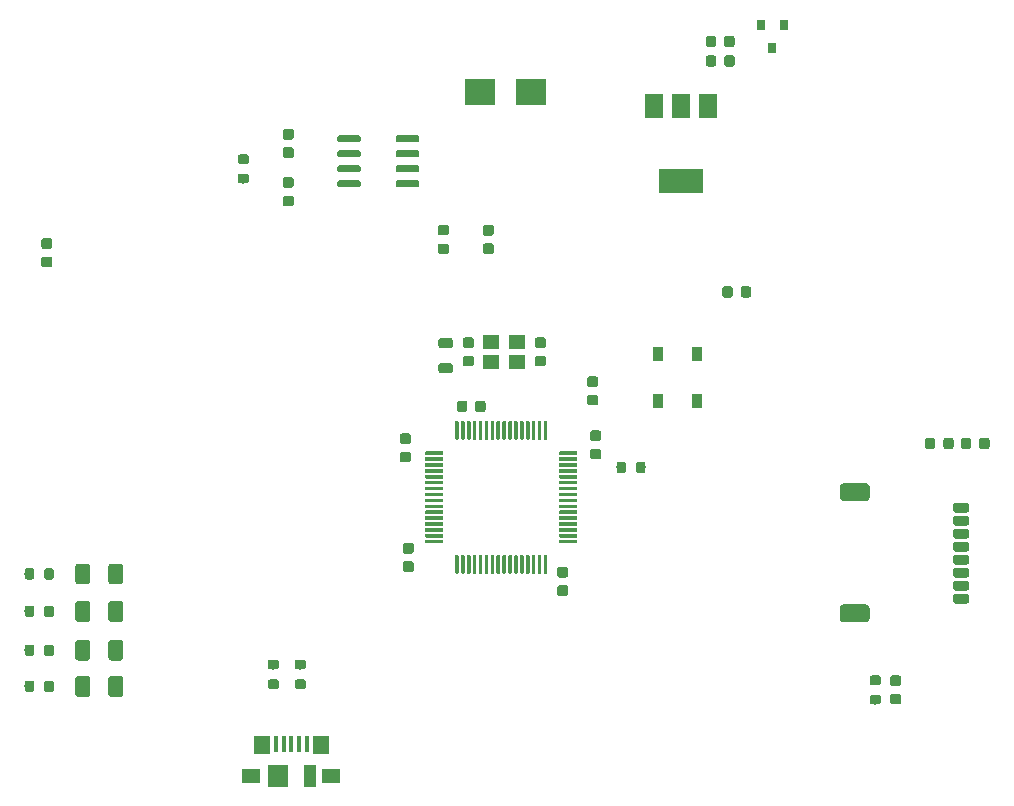
<source format=gtp>
G04 #@! TF.GenerationSoftware,KiCad,Pcbnew,(5.1.2)-1*
G04 #@! TF.CreationDate,2022-03-05T22:59:14+01:00*
G04 #@! TF.ProjectId,telemetria_receiver_2022,74656c65-6d65-4747-9269-615f72656365,rev?*
G04 #@! TF.SameCoordinates,Original*
G04 #@! TF.FileFunction,Paste,Top*
G04 #@! TF.FilePolarity,Positive*
%FSLAX46Y46*%
G04 Gerber Fmt 4.6, Leading zero omitted, Abs format (unit mm)*
G04 Created by KiCad (PCBNEW (5.1.2)-1) date 2022-03-05 22:59:14*
%MOMM*%
%LPD*%
G04 APERTURE LIST*
%ADD10C,0.100000*%
%ADD11C,1.500000*%
%ADD12C,0.800000*%
%ADD13R,1.500000X2.000000*%
%ADD14R,3.800000X2.000000*%
%ADD15R,0.900000X1.200000*%
%ADD16C,0.900000*%
%ADD17R,1.400000X1.200000*%
%ADD18C,1.250000*%
%ADD19C,0.600000*%
%ADD20C,0.300000*%
%ADD21C,0.875000*%
%ADD22R,1.000000X1.900000*%
%ADD23R,1.800000X1.900000*%
%ADD24R,1.650000X1.300000*%
%ADD25R,1.425000X1.550000*%
%ADD26R,0.450000X1.380000*%
%ADD27R,0.800000X0.900000*%
%ADD28R,2.500000X2.300000*%
G04 APERTURE END LIST*
D10*
G36*
X177979405Y-114981445D02*
G01*
X178008527Y-114985764D01*
X178037085Y-114992918D01*
X178064805Y-115002836D01*
X178091419Y-115015424D01*
X178116671Y-115030559D01*
X178140318Y-115048097D01*
X178162132Y-115067868D01*
X178181903Y-115089682D01*
X178199441Y-115113329D01*
X178214576Y-115138581D01*
X178227164Y-115165195D01*
X178237082Y-115192915D01*
X178244236Y-115221473D01*
X178248555Y-115250595D01*
X178250000Y-115280000D01*
X178250000Y-116180000D01*
X178248555Y-116209405D01*
X178244236Y-116238527D01*
X178237082Y-116267085D01*
X178227164Y-116294805D01*
X178214576Y-116321419D01*
X178199441Y-116346671D01*
X178181903Y-116370318D01*
X178162132Y-116392132D01*
X178140318Y-116411903D01*
X178116671Y-116429441D01*
X178091419Y-116444576D01*
X178064805Y-116457164D01*
X178037085Y-116467082D01*
X178008527Y-116474236D01*
X177979405Y-116478555D01*
X177950000Y-116480000D01*
X176050000Y-116480000D01*
X176020595Y-116478555D01*
X175991473Y-116474236D01*
X175962915Y-116467082D01*
X175935195Y-116457164D01*
X175908581Y-116444576D01*
X175883329Y-116429441D01*
X175859682Y-116411903D01*
X175837868Y-116392132D01*
X175818097Y-116370318D01*
X175800559Y-116346671D01*
X175785424Y-116321419D01*
X175772836Y-116294805D01*
X175762918Y-116267085D01*
X175755764Y-116238527D01*
X175751445Y-116209405D01*
X175750000Y-116180000D01*
X175750000Y-115280000D01*
X175751445Y-115250595D01*
X175755764Y-115221473D01*
X175762918Y-115192915D01*
X175772836Y-115165195D01*
X175785424Y-115138581D01*
X175800559Y-115113329D01*
X175818097Y-115089682D01*
X175837868Y-115067868D01*
X175859682Y-115048097D01*
X175883329Y-115030559D01*
X175908581Y-115015424D01*
X175935195Y-115002836D01*
X175962915Y-114992918D01*
X175991473Y-114985764D01*
X176020595Y-114981445D01*
X176050000Y-114980000D01*
X177950000Y-114980000D01*
X177979405Y-114981445D01*
X177979405Y-114981445D01*
G37*
D11*
X177000000Y-115730000D03*
D10*
G36*
X177979405Y-104721445D02*
G01*
X178008527Y-104725764D01*
X178037085Y-104732918D01*
X178064805Y-104742836D01*
X178091419Y-104755424D01*
X178116671Y-104770559D01*
X178140318Y-104788097D01*
X178162132Y-104807868D01*
X178181903Y-104829682D01*
X178199441Y-104853329D01*
X178214576Y-104878581D01*
X178227164Y-104905195D01*
X178237082Y-104932915D01*
X178244236Y-104961473D01*
X178248555Y-104990595D01*
X178250000Y-105020000D01*
X178250000Y-105920000D01*
X178248555Y-105949405D01*
X178244236Y-105978527D01*
X178237082Y-106007085D01*
X178227164Y-106034805D01*
X178214576Y-106061419D01*
X178199441Y-106086671D01*
X178181903Y-106110318D01*
X178162132Y-106132132D01*
X178140318Y-106151903D01*
X178116671Y-106169441D01*
X178091419Y-106184576D01*
X178064805Y-106197164D01*
X178037085Y-106207082D01*
X178008527Y-106214236D01*
X177979405Y-106218555D01*
X177950000Y-106220000D01*
X176050000Y-106220000D01*
X176020595Y-106218555D01*
X175991473Y-106214236D01*
X175962915Y-106207082D01*
X175935195Y-106197164D01*
X175908581Y-106184576D01*
X175883329Y-106169441D01*
X175859682Y-106151903D01*
X175837868Y-106132132D01*
X175818097Y-106110318D01*
X175800559Y-106086671D01*
X175785424Y-106061419D01*
X175772836Y-106034805D01*
X175762918Y-106007085D01*
X175755764Y-105978527D01*
X175751445Y-105949405D01*
X175750000Y-105920000D01*
X175750000Y-105020000D01*
X175751445Y-104990595D01*
X175755764Y-104961473D01*
X175762918Y-104932915D01*
X175772836Y-104905195D01*
X175785424Y-104878581D01*
X175800559Y-104853329D01*
X175818097Y-104829682D01*
X175837868Y-104807868D01*
X175859682Y-104788097D01*
X175883329Y-104770559D01*
X175908581Y-104755424D01*
X175935195Y-104742836D01*
X175962915Y-104732918D01*
X175991473Y-104725764D01*
X176020595Y-104721445D01*
X176050000Y-104720000D01*
X177950000Y-104720000D01*
X177979405Y-104721445D01*
X177979405Y-104721445D01*
G37*
D11*
X177000000Y-105470000D03*
D10*
G36*
X186505683Y-114100770D02*
G01*
X186521214Y-114103074D01*
X186536446Y-114106890D01*
X186551229Y-114112179D01*
X186565423Y-114118893D01*
X186578891Y-114126965D01*
X186591503Y-114136318D01*
X186603137Y-114146863D01*
X186613682Y-114158497D01*
X186623035Y-114171109D01*
X186631107Y-114184577D01*
X186637821Y-114198771D01*
X186643110Y-114213554D01*
X186646926Y-114228786D01*
X186649230Y-114244317D01*
X186650000Y-114260000D01*
X186650000Y-114740000D01*
X186649230Y-114755683D01*
X186646926Y-114771214D01*
X186643110Y-114786446D01*
X186637821Y-114801229D01*
X186631107Y-114815423D01*
X186623035Y-114828891D01*
X186613682Y-114841503D01*
X186603137Y-114853137D01*
X186591503Y-114863682D01*
X186578891Y-114873035D01*
X186565423Y-114881107D01*
X186551229Y-114887821D01*
X186536446Y-114893110D01*
X186521214Y-114896926D01*
X186505683Y-114899230D01*
X186490000Y-114900000D01*
X185510000Y-114900000D01*
X185494317Y-114899230D01*
X185478786Y-114896926D01*
X185463554Y-114893110D01*
X185448771Y-114887821D01*
X185434577Y-114881107D01*
X185421109Y-114873035D01*
X185408497Y-114863682D01*
X185396863Y-114853137D01*
X185386318Y-114841503D01*
X185376965Y-114828891D01*
X185368893Y-114815423D01*
X185362179Y-114801229D01*
X185356890Y-114786446D01*
X185353074Y-114771214D01*
X185350770Y-114755683D01*
X185350000Y-114740000D01*
X185350000Y-114260000D01*
X185350770Y-114244317D01*
X185353074Y-114228786D01*
X185356890Y-114213554D01*
X185362179Y-114198771D01*
X185368893Y-114184577D01*
X185376965Y-114171109D01*
X185386318Y-114158497D01*
X185396863Y-114146863D01*
X185408497Y-114136318D01*
X185421109Y-114126965D01*
X185434577Y-114118893D01*
X185448771Y-114112179D01*
X185463554Y-114106890D01*
X185478786Y-114103074D01*
X185494317Y-114100770D01*
X185510000Y-114100000D01*
X186490000Y-114100000D01*
X186505683Y-114100770D01*
X186505683Y-114100770D01*
G37*
D12*
X186000000Y-114500000D03*
D10*
G36*
X186505683Y-113000770D02*
G01*
X186521214Y-113003074D01*
X186536446Y-113006890D01*
X186551229Y-113012179D01*
X186565423Y-113018893D01*
X186578891Y-113026965D01*
X186591503Y-113036318D01*
X186603137Y-113046863D01*
X186613682Y-113058497D01*
X186623035Y-113071109D01*
X186631107Y-113084577D01*
X186637821Y-113098771D01*
X186643110Y-113113554D01*
X186646926Y-113128786D01*
X186649230Y-113144317D01*
X186650000Y-113160000D01*
X186650000Y-113640000D01*
X186649230Y-113655683D01*
X186646926Y-113671214D01*
X186643110Y-113686446D01*
X186637821Y-113701229D01*
X186631107Y-113715423D01*
X186623035Y-113728891D01*
X186613682Y-113741503D01*
X186603137Y-113753137D01*
X186591503Y-113763682D01*
X186578891Y-113773035D01*
X186565423Y-113781107D01*
X186551229Y-113787821D01*
X186536446Y-113793110D01*
X186521214Y-113796926D01*
X186505683Y-113799230D01*
X186490000Y-113800000D01*
X185510000Y-113800000D01*
X185494317Y-113799230D01*
X185478786Y-113796926D01*
X185463554Y-113793110D01*
X185448771Y-113787821D01*
X185434577Y-113781107D01*
X185421109Y-113773035D01*
X185408497Y-113763682D01*
X185396863Y-113753137D01*
X185386318Y-113741503D01*
X185376965Y-113728891D01*
X185368893Y-113715423D01*
X185362179Y-113701229D01*
X185356890Y-113686446D01*
X185353074Y-113671214D01*
X185350770Y-113655683D01*
X185350000Y-113640000D01*
X185350000Y-113160000D01*
X185350770Y-113144317D01*
X185353074Y-113128786D01*
X185356890Y-113113554D01*
X185362179Y-113098771D01*
X185368893Y-113084577D01*
X185376965Y-113071109D01*
X185386318Y-113058497D01*
X185396863Y-113046863D01*
X185408497Y-113036318D01*
X185421109Y-113026965D01*
X185434577Y-113018893D01*
X185448771Y-113012179D01*
X185463554Y-113006890D01*
X185478786Y-113003074D01*
X185494317Y-113000770D01*
X185510000Y-113000000D01*
X186490000Y-113000000D01*
X186505683Y-113000770D01*
X186505683Y-113000770D01*
G37*
D12*
X186000000Y-113400000D03*
D10*
G36*
X186505683Y-111900770D02*
G01*
X186521214Y-111903074D01*
X186536446Y-111906890D01*
X186551229Y-111912179D01*
X186565423Y-111918893D01*
X186578891Y-111926965D01*
X186591503Y-111936318D01*
X186603137Y-111946863D01*
X186613682Y-111958497D01*
X186623035Y-111971109D01*
X186631107Y-111984577D01*
X186637821Y-111998771D01*
X186643110Y-112013554D01*
X186646926Y-112028786D01*
X186649230Y-112044317D01*
X186650000Y-112060000D01*
X186650000Y-112540000D01*
X186649230Y-112555683D01*
X186646926Y-112571214D01*
X186643110Y-112586446D01*
X186637821Y-112601229D01*
X186631107Y-112615423D01*
X186623035Y-112628891D01*
X186613682Y-112641503D01*
X186603137Y-112653137D01*
X186591503Y-112663682D01*
X186578891Y-112673035D01*
X186565423Y-112681107D01*
X186551229Y-112687821D01*
X186536446Y-112693110D01*
X186521214Y-112696926D01*
X186505683Y-112699230D01*
X186490000Y-112700000D01*
X185510000Y-112700000D01*
X185494317Y-112699230D01*
X185478786Y-112696926D01*
X185463554Y-112693110D01*
X185448771Y-112687821D01*
X185434577Y-112681107D01*
X185421109Y-112673035D01*
X185408497Y-112663682D01*
X185396863Y-112653137D01*
X185386318Y-112641503D01*
X185376965Y-112628891D01*
X185368893Y-112615423D01*
X185362179Y-112601229D01*
X185356890Y-112586446D01*
X185353074Y-112571214D01*
X185350770Y-112555683D01*
X185350000Y-112540000D01*
X185350000Y-112060000D01*
X185350770Y-112044317D01*
X185353074Y-112028786D01*
X185356890Y-112013554D01*
X185362179Y-111998771D01*
X185368893Y-111984577D01*
X185376965Y-111971109D01*
X185386318Y-111958497D01*
X185396863Y-111946863D01*
X185408497Y-111936318D01*
X185421109Y-111926965D01*
X185434577Y-111918893D01*
X185448771Y-111912179D01*
X185463554Y-111906890D01*
X185478786Y-111903074D01*
X185494317Y-111900770D01*
X185510000Y-111900000D01*
X186490000Y-111900000D01*
X186505683Y-111900770D01*
X186505683Y-111900770D01*
G37*
D12*
X186000000Y-112300000D03*
D10*
G36*
X186505683Y-110800770D02*
G01*
X186521214Y-110803074D01*
X186536446Y-110806890D01*
X186551229Y-110812179D01*
X186565423Y-110818893D01*
X186578891Y-110826965D01*
X186591503Y-110836318D01*
X186603137Y-110846863D01*
X186613682Y-110858497D01*
X186623035Y-110871109D01*
X186631107Y-110884577D01*
X186637821Y-110898771D01*
X186643110Y-110913554D01*
X186646926Y-110928786D01*
X186649230Y-110944317D01*
X186650000Y-110960000D01*
X186650000Y-111440000D01*
X186649230Y-111455683D01*
X186646926Y-111471214D01*
X186643110Y-111486446D01*
X186637821Y-111501229D01*
X186631107Y-111515423D01*
X186623035Y-111528891D01*
X186613682Y-111541503D01*
X186603137Y-111553137D01*
X186591503Y-111563682D01*
X186578891Y-111573035D01*
X186565423Y-111581107D01*
X186551229Y-111587821D01*
X186536446Y-111593110D01*
X186521214Y-111596926D01*
X186505683Y-111599230D01*
X186490000Y-111600000D01*
X185510000Y-111600000D01*
X185494317Y-111599230D01*
X185478786Y-111596926D01*
X185463554Y-111593110D01*
X185448771Y-111587821D01*
X185434577Y-111581107D01*
X185421109Y-111573035D01*
X185408497Y-111563682D01*
X185396863Y-111553137D01*
X185386318Y-111541503D01*
X185376965Y-111528891D01*
X185368893Y-111515423D01*
X185362179Y-111501229D01*
X185356890Y-111486446D01*
X185353074Y-111471214D01*
X185350770Y-111455683D01*
X185350000Y-111440000D01*
X185350000Y-110960000D01*
X185350770Y-110944317D01*
X185353074Y-110928786D01*
X185356890Y-110913554D01*
X185362179Y-110898771D01*
X185368893Y-110884577D01*
X185376965Y-110871109D01*
X185386318Y-110858497D01*
X185396863Y-110846863D01*
X185408497Y-110836318D01*
X185421109Y-110826965D01*
X185434577Y-110818893D01*
X185448771Y-110812179D01*
X185463554Y-110806890D01*
X185478786Y-110803074D01*
X185494317Y-110800770D01*
X185510000Y-110800000D01*
X186490000Y-110800000D01*
X186505683Y-110800770D01*
X186505683Y-110800770D01*
G37*
D12*
X186000000Y-111200000D03*
D10*
G36*
X186505683Y-109700770D02*
G01*
X186521214Y-109703074D01*
X186536446Y-109706890D01*
X186551229Y-109712179D01*
X186565423Y-109718893D01*
X186578891Y-109726965D01*
X186591503Y-109736318D01*
X186603137Y-109746863D01*
X186613682Y-109758497D01*
X186623035Y-109771109D01*
X186631107Y-109784577D01*
X186637821Y-109798771D01*
X186643110Y-109813554D01*
X186646926Y-109828786D01*
X186649230Y-109844317D01*
X186650000Y-109860000D01*
X186650000Y-110340000D01*
X186649230Y-110355683D01*
X186646926Y-110371214D01*
X186643110Y-110386446D01*
X186637821Y-110401229D01*
X186631107Y-110415423D01*
X186623035Y-110428891D01*
X186613682Y-110441503D01*
X186603137Y-110453137D01*
X186591503Y-110463682D01*
X186578891Y-110473035D01*
X186565423Y-110481107D01*
X186551229Y-110487821D01*
X186536446Y-110493110D01*
X186521214Y-110496926D01*
X186505683Y-110499230D01*
X186490000Y-110500000D01*
X185510000Y-110500000D01*
X185494317Y-110499230D01*
X185478786Y-110496926D01*
X185463554Y-110493110D01*
X185448771Y-110487821D01*
X185434577Y-110481107D01*
X185421109Y-110473035D01*
X185408497Y-110463682D01*
X185396863Y-110453137D01*
X185386318Y-110441503D01*
X185376965Y-110428891D01*
X185368893Y-110415423D01*
X185362179Y-110401229D01*
X185356890Y-110386446D01*
X185353074Y-110371214D01*
X185350770Y-110355683D01*
X185350000Y-110340000D01*
X185350000Y-109860000D01*
X185350770Y-109844317D01*
X185353074Y-109828786D01*
X185356890Y-109813554D01*
X185362179Y-109798771D01*
X185368893Y-109784577D01*
X185376965Y-109771109D01*
X185386318Y-109758497D01*
X185396863Y-109746863D01*
X185408497Y-109736318D01*
X185421109Y-109726965D01*
X185434577Y-109718893D01*
X185448771Y-109712179D01*
X185463554Y-109706890D01*
X185478786Y-109703074D01*
X185494317Y-109700770D01*
X185510000Y-109700000D01*
X186490000Y-109700000D01*
X186505683Y-109700770D01*
X186505683Y-109700770D01*
G37*
D12*
X186000000Y-110100000D03*
D10*
G36*
X186505683Y-108600770D02*
G01*
X186521214Y-108603074D01*
X186536446Y-108606890D01*
X186551229Y-108612179D01*
X186565423Y-108618893D01*
X186578891Y-108626965D01*
X186591503Y-108636318D01*
X186603137Y-108646863D01*
X186613682Y-108658497D01*
X186623035Y-108671109D01*
X186631107Y-108684577D01*
X186637821Y-108698771D01*
X186643110Y-108713554D01*
X186646926Y-108728786D01*
X186649230Y-108744317D01*
X186650000Y-108760000D01*
X186650000Y-109240000D01*
X186649230Y-109255683D01*
X186646926Y-109271214D01*
X186643110Y-109286446D01*
X186637821Y-109301229D01*
X186631107Y-109315423D01*
X186623035Y-109328891D01*
X186613682Y-109341503D01*
X186603137Y-109353137D01*
X186591503Y-109363682D01*
X186578891Y-109373035D01*
X186565423Y-109381107D01*
X186551229Y-109387821D01*
X186536446Y-109393110D01*
X186521214Y-109396926D01*
X186505683Y-109399230D01*
X186490000Y-109400000D01*
X185510000Y-109400000D01*
X185494317Y-109399230D01*
X185478786Y-109396926D01*
X185463554Y-109393110D01*
X185448771Y-109387821D01*
X185434577Y-109381107D01*
X185421109Y-109373035D01*
X185408497Y-109363682D01*
X185396863Y-109353137D01*
X185386318Y-109341503D01*
X185376965Y-109328891D01*
X185368893Y-109315423D01*
X185362179Y-109301229D01*
X185356890Y-109286446D01*
X185353074Y-109271214D01*
X185350770Y-109255683D01*
X185350000Y-109240000D01*
X185350000Y-108760000D01*
X185350770Y-108744317D01*
X185353074Y-108728786D01*
X185356890Y-108713554D01*
X185362179Y-108698771D01*
X185368893Y-108684577D01*
X185376965Y-108671109D01*
X185386318Y-108658497D01*
X185396863Y-108646863D01*
X185408497Y-108636318D01*
X185421109Y-108626965D01*
X185434577Y-108618893D01*
X185448771Y-108612179D01*
X185463554Y-108606890D01*
X185478786Y-108603074D01*
X185494317Y-108600770D01*
X185510000Y-108600000D01*
X186490000Y-108600000D01*
X186505683Y-108600770D01*
X186505683Y-108600770D01*
G37*
D12*
X186000000Y-109000000D03*
D10*
G36*
X186505683Y-107500770D02*
G01*
X186521214Y-107503074D01*
X186536446Y-107506890D01*
X186551229Y-107512179D01*
X186565423Y-107518893D01*
X186578891Y-107526965D01*
X186591503Y-107536318D01*
X186603137Y-107546863D01*
X186613682Y-107558497D01*
X186623035Y-107571109D01*
X186631107Y-107584577D01*
X186637821Y-107598771D01*
X186643110Y-107613554D01*
X186646926Y-107628786D01*
X186649230Y-107644317D01*
X186650000Y-107660000D01*
X186650000Y-108140000D01*
X186649230Y-108155683D01*
X186646926Y-108171214D01*
X186643110Y-108186446D01*
X186637821Y-108201229D01*
X186631107Y-108215423D01*
X186623035Y-108228891D01*
X186613682Y-108241503D01*
X186603137Y-108253137D01*
X186591503Y-108263682D01*
X186578891Y-108273035D01*
X186565423Y-108281107D01*
X186551229Y-108287821D01*
X186536446Y-108293110D01*
X186521214Y-108296926D01*
X186505683Y-108299230D01*
X186490000Y-108300000D01*
X185510000Y-108300000D01*
X185494317Y-108299230D01*
X185478786Y-108296926D01*
X185463554Y-108293110D01*
X185448771Y-108287821D01*
X185434577Y-108281107D01*
X185421109Y-108273035D01*
X185408497Y-108263682D01*
X185396863Y-108253137D01*
X185386318Y-108241503D01*
X185376965Y-108228891D01*
X185368893Y-108215423D01*
X185362179Y-108201229D01*
X185356890Y-108186446D01*
X185353074Y-108171214D01*
X185350770Y-108155683D01*
X185350000Y-108140000D01*
X185350000Y-107660000D01*
X185350770Y-107644317D01*
X185353074Y-107628786D01*
X185356890Y-107613554D01*
X185362179Y-107598771D01*
X185368893Y-107584577D01*
X185376965Y-107571109D01*
X185386318Y-107558497D01*
X185396863Y-107546863D01*
X185408497Y-107536318D01*
X185421109Y-107526965D01*
X185434577Y-107518893D01*
X185448771Y-107512179D01*
X185463554Y-107506890D01*
X185478786Y-107503074D01*
X185494317Y-107500770D01*
X185510000Y-107500000D01*
X186490000Y-107500000D01*
X186505683Y-107500770D01*
X186505683Y-107500770D01*
G37*
D12*
X186000000Y-107900000D03*
D10*
G36*
X186505683Y-106400770D02*
G01*
X186521214Y-106403074D01*
X186536446Y-106406890D01*
X186551229Y-106412179D01*
X186565423Y-106418893D01*
X186578891Y-106426965D01*
X186591503Y-106436318D01*
X186603137Y-106446863D01*
X186613682Y-106458497D01*
X186623035Y-106471109D01*
X186631107Y-106484577D01*
X186637821Y-106498771D01*
X186643110Y-106513554D01*
X186646926Y-106528786D01*
X186649230Y-106544317D01*
X186650000Y-106560000D01*
X186650000Y-107040000D01*
X186649230Y-107055683D01*
X186646926Y-107071214D01*
X186643110Y-107086446D01*
X186637821Y-107101229D01*
X186631107Y-107115423D01*
X186623035Y-107128891D01*
X186613682Y-107141503D01*
X186603137Y-107153137D01*
X186591503Y-107163682D01*
X186578891Y-107173035D01*
X186565423Y-107181107D01*
X186551229Y-107187821D01*
X186536446Y-107193110D01*
X186521214Y-107196926D01*
X186505683Y-107199230D01*
X186490000Y-107200000D01*
X185510000Y-107200000D01*
X185494317Y-107199230D01*
X185478786Y-107196926D01*
X185463554Y-107193110D01*
X185448771Y-107187821D01*
X185434577Y-107181107D01*
X185421109Y-107173035D01*
X185408497Y-107163682D01*
X185396863Y-107153137D01*
X185386318Y-107141503D01*
X185376965Y-107128891D01*
X185368893Y-107115423D01*
X185362179Y-107101229D01*
X185356890Y-107086446D01*
X185353074Y-107071214D01*
X185350770Y-107055683D01*
X185350000Y-107040000D01*
X185350000Y-106560000D01*
X185350770Y-106544317D01*
X185353074Y-106528786D01*
X185356890Y-106513554D01*
X185362179Y-106498771D01*
X185368893Y-106484577D01*
X185376965Y-106471109D01*
X185386318Y-106458497D01*
X185396863Y-106446863D01*
X185408497Y-106436318D01*
X185421109Y-106426965D01*
X185434577Y-106418893D01*
X185448771Y-106412179D01*
X185463554Y-106406890D01*
X185478786Y-106403074D01*
X185494317Y-106400770D01*
X185510000Y-106400000D01*
X186490000Y-106400000D01*
X186505683Y-106400770D01*
X186505683Y-106400770D01*
G37*
D12*
X186000000Y-106800000D03*
D13*
X164606000Y-72796000D03*
X160006000Y-72796000D03*
X162306000Y-72796000D03*
D14*
X162306000Y-79096000D03*
D15*
X163650000Y-93750000D03*
X160350000Y-93750000D03*
X163650000Y-97750000D03*
X160350000Y-97750000D03*
D10*
G36*
X155085054Y-95677083D02*
G01*
X155106895Y-95680323D01*
X155128314Y-95685688D01*
X155149104Y-95693127D01*
X155169064Y-95702568D01*
X155188003Y-95713919D01*
X155205738Y-95727073D01*
X155222099Y-95741901D01*
X155236927Y-95758262D01*
X155250081Y-95775997D01*
X155261432Y-95794936D01*
X155270873Y-95814896D01*
X155278312Y-95835686D01*
X155283677Y-95857105D01*
X155286917Y-95878946D01*
X155288000Y-95901000D01*
X155288000Y-96351000D01*
X155286917Y-96373054D01*
X155283677Y-96394895D01*
X155278312Y-96416314D01*
X155270873Y-96437104D01*
X155261432Y-96457064D01*
X155250081Y-96476003D01*
X155236927Y-96493738D01*
X155222099Y-96510099D01*
X155205738Y-96524927D01*
X155188003Y-96538081D01*
X155169064Y-96549432D01*
X155149104Y-96558873D01*
X155128314Y-96566312D01*
X155106895Y-96571677D01*
X155085054Y-96574917D01*
X155063000Y-96576000D01*
X154563000Y-96576000D01*
X154540946Y-96574917D01*
X154519105Y-96571677D01*
X154497686Y-96566312D01*
X154476896Y-96558873D01*
X154456936Y-96549432D01*
X154437997Y-96538081D01*
X154420262Y-96524927D01*
X154403901Y-96510099D01*
X154389073Y-96493738D01*
X154375919Y-96476003D01*
X154364568Y-96457064D01*
X154355127Y-96437104D01*
X154347688Y-96416314D01*
X154342323Y-96394895D01*
X154339083Y-96373054D01*
X154338000Y-96351000D01*
X154338000Y-95901000D01*
X154339083Y-95878946D01*
X154342323Y-95857105D01*
X154347688Y-95835686D01*
X154355127Y-95814896D01*
X154364568Y-95794936D01*
X154375919Y-95775997D01*
X154389073Y-95758262D01*
X154403901Y-95741901D01*
X154420262Y-95727073D01*
X154437997Y-95713919D01*
X154456936Y-95702568D01*
X154476896Y-95693127D01*
X154497686Y-95685688D01*
X154519105Y-95680323D01*
X154540946Y-95677083D01*
X154563000Y-95676000D01*
X155063000Y-95676000D01*
X155085054Y-95677083D01*
X155085054Y-95677083D01*
G37*
D16*
X154813000Y-96126000D03*
D10*
G36*
X155085054Y-97227083D02*
G01*
X155106895Y-97230323D01*
X155128314Y-97235688D01*
X155149104Y-97243127D01*
X155169064Y-97252568D01*
X155188003Y-97263919D01*
X155205738Y-97277073D01*
X155222099Y-97291901D01*
X155236927Y-97308262D01*
X155250081Y-97325997D01*
X155261432Y-97344936D01*
X155270873Y-97364896D01*
X155278312Y-97385686D01*
X155283677Y-97407105D01*
X155286917Y-97428946D01*
X155288000Y-97451000D01*
X155288000Y-97901000D01*
X155286917Y-97923054D01*
X155283677Y-97944895D01*
X155278312Y-97966314D01*
X155270873Y-97987104D01*
X155261432Y-98007064D01*
X155250081Y-98026003D01*
X155236927Y-98043738D01*
X155222099Y-98060099D01*
X155205738Y-98074927D01*
X155188003Y-98088081D01*
X155169064Y-98099432D01*
X155149104Y-98108873D01*
X155128314Y-98116312D01*
X155106895Y-98121677D01*
X155085054Y-98124917D01*
X155063000Y-98126000D01*
X154563000Y-98126000D01*
X154540946Y-98124917D01*
X154519105Y-98121677D01*
X154497686Y-98116312D01*
X154476896Y-98108873D01*
X154456936Y-98099432D01*
X154437997Y-98088081D01*
X154420262Y-98074927D01*
X154403901Y-98060099D01*
X154389073Y-98043738D01*
X154375919Y-98026003D01*
X154364568Y-98007064D01*
X154355127Y-97987104D01*
X154347688Y-97966314D01*
X154342323Y-97944895D01*
X154339083Y-97923054D01*
X154338000Y-97901000D01*
X154338000Y-97451000D01*
X154339083Y-97428946D01*
X154342323Y-97407105D01*
X154347688Y-97385686D01*
X154355127Y-97364896D01*
X154364568Y-97344936D01*
X154375919Y-97325997D01*
X154389073Y-97308262D01*
X154403901Y-97291901D01*
X154420262Y-97277073D01*
X154437997Y-97263919D01*
X154456936Y-97252568D01*
X154476896Y-97243127D01*
X154497686Y-97235688D01*
X154519105Y-97230323D01*
X154540946Y-97227083D01*
X154563000Y-97226000D01*
X155063000Y-97226000D01*
X155085054Y-97227083D01*
X155085054Y-97227083D01*
G37*
D16*
X154813000Y-97676000D03*
D17*
X146220000Y-92749000D03*
X148420000Y-92749000D03*
X148420000Y-94449000D03*
X146220000Y-94449000D03*
D10*
G36*
X112029504Y-111521204D02*
G01*
X112053773Y-111524804D01*
X112077571Y-111530765D01*
X112100671Y-111539030D01*
X112122849Y-111549520D01*
X112143893Y-111562133D01*
X112163598Y-111576747D01*
X112181777Y-111593223D01*
X112198253Y-111611402D01*
X112212867Y-111631107D01*
X112225480Y-111652151D01*
X112235970Y-111674329D01*
X112244235Y-111697429D01*
X112250196Y-111721227D01*
X112253796Y-111745496D01*
X112255000Y-111770000D01*
X112255000Y-113020000D01*
X112253796Y-113044504D01*
X112250196Y-113068773D01*
X112244235Y-113092571D01*
X112235970Y-113115671D01*
X112225480Y-113137849D01*
X112212867Y-113158893D01*
X112198253Y-113178598D01*
X112181777Y-113196777D01*
X112163598Y-113213253D01*
X112143893Y-113227867D01*
X112122849Y-113240480D01*
X112100671Y-113250970D01*
X112077571Y-113259235D01*
X112053773Y-113265196D01*
X112029504Y-113268796D01*
X112005000Y-113270000D01*
X111255000Y-113270000D01*
X111230496Y-113268796D01*
X111206227Y-113265196D01*
X111182429Y-113259235D01*
X111159329Y-113250970D01*
X111137151Y-113240480D01*
X111116107Y-113227867D01*
X111096402Y-113213253D01*
X111078223Y-113196777D01*
X111061747Y-113178598D01*
X111047133Y-113158893D01*
X111034520Y-113137849D01*
X111024030Y-113115671D01*
X111015765Y-113092571D01*
X111009804Y-113068773D01*
X111006204Y-113044504D01*
X111005000Y-113020000D01*
X111005000Y-111770000D01*
X111006204Y-111745496D01*
X111009804Y-111721227D01*
X111015765Y-111697429D01*
X111024030Y-111674329D01*
X111034520Y-111652151D01*
X111047133Y-111631107D01*
X111061747Y-111611402D01*
X111078223Y-111593223D01*
X111096402Y-111576747D01*
X111116107Y-111562133D01*
X111137151Y-111549520D01*
X111159329Y-111539030D01*
X111182429Y-111530765D01*
X111206227Y-111524804D01*
X111230496Y-111521204D01*
X111255000Y-111520000D01*
X112005000Y-111520000D01*
X112029504Y-111521204D01*
X112029504Y-111521204D01*
G37*
D18*
X111630000Y-112395000D03*
D10*
G36*
X114829504Y-111521204D02*
G01*
X114853773Y-111524804D01*
X114877571Y-111530765D01*
X114900671Y-111539030D01*
X114922849Y-111549520D01*
X114943893Y-111562133D01*
X114963598Y-111576747D01*
X114981777Y-111593223D01*
X114998253Y-111611402D01*
X115012867Y-111631107D01*
X115025480Y-111652151D01*
X115035970Y-111674329D01*
X115044235Y-111697429D01*
X115050196Y-111721227D01*
X115053796Y-111745496D01*
X115055000Y-111770000D01*
X115055000Y-113020000D01*
X115053796Y-113044504D01*
X115050196Y-113068773D01*
X115044235Y-113092571D01*
X115035970Y-113115671D01*
X115025480Y-113137849D01*
X115012867Y-113158893D01*
X114998253Y-113178598D01*
X114981777Y-113196777D01*
X114963598Y-113213253D01*
X114943893Y-113227867D01*
X114922849Y-113240480D01*
X114900671Y-113250970D01*
X114877571Y-113259235D01*
X114853773Y-113265196D01*
X114829504Y-113268796D01*
X114805000Y-113270000D01*
X114055000Y-113270000D01*
X114030496Y-113268796D01*
X114006227Y-113265196D01*
X113982429Y-113259235D01*
X113959329Y-113250970D01*
X113937151Y-113240480D01*
X113916107Y-113227867D01*
X113896402Y-113213253D01*
X113878223Y-113196777D01*
X113861747Y-113178598D01*
X113847133Y-113158893D01*
X113834520Y-113137849D01*
X113824030Y-113115671D01*
X113815765Y-113092571D01*
X113809804Y-113068773D01*
X113806204Y-113044504D01*
X113805000Y-113020000D01*
X113805000Y-111770000D01*
X113806204Y-111745496D01*
X113809804Y-111721227D01*
X113815765Y-111697429D01*
X113824030Y-111674329D01*
X113834520Y-111652151D01*
X113847133Y-111631107D01*
X113861747Y-111611402D01*
X113878223Y-111593223D01*
X113896402Y-111576747D01*
X113916107Y-111562133D01*
X113937151Y-111549520D01*
X113959329Y-111539030D01*
X113982429Y-111530765D01*
X114006227Y-111524804D01*
X114030496Y-111521204D01*
X114055000Y-111520000D01*
X114805000Y-111520000D01*
X114829504Y-111521204D01*
X114829504Y-111521204D01*
G37*
D18*
X114430000Y-112395000D03*
D10*
G36*
X112029504Y-114696204D02*
G01*
X112053773Y-114699804D01*
X112077571Y-114705765D01*
X112100671Y-114714030D01*
X112122849Y-114724520D01*
X112143893Y-114737133D01*
X112163598Y-114751747D01*
X112181777Y-114768223D01*
X112198253Y-114786402D01*
X112212867Y-114806107D01*
X112225480Y-114827151D01*
X112235970Y-114849329D01*
X112244235Y-114872429D01*
X112250196Y-114896227D01*
X112253796Y-114920496D01*
X112255000Y-114945000D01*
X112255000Y-116195000D01*
X112253796Y-116219504D01*
X112250196Y-116243773D01*
X112244235Y-116267571D01*
X112235970Y-116290671D01*
X112225480Y-116312849D01*
X112212867Y-116333893D01*
X112198253Y-116353598D01*
X112181777Y-116371777D01*
X112163598Y-116388253D01*
X112143893Y-116402867D01*
X112122849Y-116415480D01*
X112100671Y-116425970D01*
X112077571Y-116434235D01*
X112053773Y-116440196D01*
X112029504Y-116443796D01*
X112005000Y-116445000D01*
X111255000Y-116445000D01*
X111230496Y-116443796D01*
X111206227Y-116440196D01*
X111182429Y-116434235D01*
X111159329Y-116425970D01*
X111137151Y-116415480D01*
X111116107Y-116402867D01*
X111096402Y-116388253D01*
X111078223Y-116371777D01*
X111061747Y-116353598D01*
X111047133Y-116333893D01*
X111034520Y-116312849D01*
X111024030Y-116290671D01*
X111015765Y-116267571D01*
X111009804Y-116243773D01*
X111006204Y-116219504D01*
X111005000Y-116195000D01*
X111005000Y-114945000D01*
X111006204Y-114920496D01*
X111009804Y-114896227D01*
X111015765Y-114872429D01*
X111024030Y-114849329D01*
X111034520Y-114827151D01*
X111047133Y-114806107D01*
X111061747Y-114786402D01*
X111078223Y-114768223D01*
X111096402Y-114751747D01*
X111116107Y-114737133D01*
X111137151Y-114724520D01*
X111159329Y-114714030D01*
X111182429Y-114705765D01*
X111206227Y-114699804D01*
X111230496Y-114696204D01*
X111255000Y-114695000D01*
X112005000Y-114695000D01*
X112029504Y-114696204D01*
X112029504Y-114696204D01*
G37*
D18*
X111630000Y-115570000D03*
D10*
G36*
X114829504Y-114696204D02*
G01*
X114853773Y-114699804D01*
X114877571Y-114705765D01*
X114900671Y-114714030D01*
X114922849Y-114724520D01*
X114943893Y-114737133D01*
X114963598Y-114751747D01*
X114981777Y-114768223D01*
X114998253Y-114786402D01*
X115012867Y-114806107D01*
X115025480Y-114827151D01*
X115035970Y-114849329D01*
X115044235Y-114872429D01*
X115050196Y-114896227D01*
X115053796Y-114920496D01*
X115055000Y-114945000D01*
X115055000Y-116195000D01*
X115053796Y-116219504D01*
X115050196Y-116243773D01*
X115044235Y-116267571D01*
X115035970Y-116290671D01*
X115025480Y-116312849D01*
X115012867Y-116333893D01*
X114998253Y-116353598D01*
X114981777Y-116371777D01*
X114963598Y-116388253D01*
X114943893Y-116402867D01*
X114922849Y-116415480D01*
X114900671Y-116425970D01*
X114877571Y-116434235D01*
X114853773Y-116440196D01*
X114829504Y-116443796D01*
X114805000Y-116445000D01*
X114055000Y-116445000D01*
X114030496Y-116443796D01*
X114006227Y-116440196D01*
X113982429Y-116434235D01*
X113959329Y-116425970D01*
X113937151Y-116415480D01*
X113916107Y-116402867D01*
X113896402Y-116388253D01*
X113878223Y-116371777D01*
X113861747Y-116353598D01*
X113847133Y-116333893D01*
X113834520Y-116312849D01*
X113824030Y-116290671D01*
X113815765Y-116267571D01*
X113809804Y-116243773D01*
X113806204Y-116219504D01*
X113805000Y-116195000D01*
X113805000Y-114945000D01*
X113806204Y-114920496D01*
X113809804Y-114896227D01*
X113815765Y-114872429D01*
X113824030Y-114849329D01*
X113834520Y-114827151D01*
X113847133Y-114806107D01*
X113861747Y-114786402D01*
X113878223Y-114768223D01*
X113896402Y-114751747D01*
X113916107Y-114737133D01*
X113937151Y-114724520D01*
X113959329Y-114714030D01*
X113982429Y-114705765D01*
X114006227Y-114699804D01*
X114030496Y-114696204D01*
X114055000Y-114695000D01*
X114805000Y-114695000D01*
X114829504Y-114696204D01*
X114829504Y-114696204D01*
G37*
D18*
X114430000Y-115570000D03*
D10*
G36*
X112029504Y-117979204D02*
G01*
X112053773Y-117982804D01*
X112077571Y-117988765D01*
X112100671Y-117997030D01*
X112122849Y-118007520D01*
X112143893Y-118020133D01*
X112163598Y-118034747D01*
X112181777Y-118051223D01*
X112198253Y-118069402D01*
X112212867Y-118089107D01*
X112225480Y-118110151D01*
X112235970Y-118132329D01*
X112244235Y-118155429D01*
X112250196Y-118179227D01*
X112253796Y-118203496D01*
X112255000Y-118228000D01*
X112255000Y-119478000D01*
X112253796Y-119502504D01*
X112250196Y-119526773D01*
X112244235Y-119550571D01*
X112235970Y-119573671D01*
X112225480Y-119595849D01*
X112212867Y-119616893D01*
X112198253Y-119636598D01*
X112181777Y-119654777D01*
X112163598Y-119671253D01*
X112143893Y-119685867D01*
X112122849Y-119698480D01*
X112100671Y-119708970D01*
X112077571Y-119717235D01*
X112053773Y-119723196D01*
X112029504Y-119726796D01*
X112005000Y-119728000D01*
X111255000Y-119728000D01*
X111230496Y-119726796D01*
X111206227Y-119723196D01*
X111182429Y-119717235D01*
X111159329Y-119708970D01*
X111137151Y-119698480D01*
X111116107Y-119685867D01*
X111096402Y-119671253D01*
X111078223Y-119654777D01*
X111061747Y-119636598D01*
X111047133Y-119616893D01*
X111034520Y-119595849D01*
X111024030Y-119573671D01*
X111015765Y-119550571D01*
X111009804Y-119526773D01*
X111006204Y-119502504D01*
X111005000Y-119478000D01*
X111005000Y-118228000D01*
X111006204Y-118203496D01*
X111009804Y-118179227D01*
X111015765Y-118155429D01*
X111024030Y-118132329D01*
X111034520Y-118110151D01*
X111047133Y-118089107D01*
X111061747Y-118069402D01*
X111078223Y-118051223D01*
X111096402Y-118034747D01*
X111116107Y-118020133D01*
X111137151Y-118007520D01*
X111159329Y-117997030D01*
X111182429Y-117988765D01*
X111206227Y-117982804D01*
X111230496Y-117979204D01*
X111255000Y-117978000D01*
X112005000Y-117978000D01*
X112029504Y-117979204D01*
X112029504Y-117979204D01*
G37*
D18*
X111630000Y-118853000D03*
D10*
G36*
X114829504Y-117979204D02*
G01*
X114853773Y-117982804D01*
X114877571Y-117988765D01*
X114900671Y-117997030D01*
X114922849Y-118007520D01*
X114943893Y-118020133D01*
X114963598Y-118034747D01*
X114981777Y-118051223D01*
X114998253Y-118069402D01*
X115012867Y-118089107D01*
X115025480Y-118110151D01*
X115035970Y-118132329D01*
X115044235Y-118155429D01*
X115050196Y-118179227D01*
X115053796Y-118203496D01*
X115055000Y-118228000D01*
X115055000Y-119478000D01*
X115053796Y-119502504D01*
X115050196Y-119526773D01*
X115044235Y-119550571D01*
X115035970Y-119573671D01*
X115025480Y-119595849D01*
X115012867Y-119616893D01*
X114998253Y-119636598D01*
X114981777Y-119654777D01*
X114963598Y-119671253D01*
X114943893Y-119685867D01*
X114922849Y-119698480D01*
X114900671Y-119708970D01*
X114877571Y-119717235D01*
X114853773Y-119723196D01*
X114829504Y-119726796D01*
X114805000Y-119728000D01*
X114055000Y-119728000D01*
X114030496Y-119726796D01*
X114006227Y-119723196D01*
X113982429Y-119717235D01*
X113959329Y-119708970D01*
X113937151Y-119698480D01*
X113916107Y-119685867D01*
X113896402Y-119671253D01*
X113878223Y-119654777D01*
X113861747Y-119636598D01*
X113847133Y-119616893D01*
X113834520Y-119595849D01*
X113824030Y-119573671D01*
X113815765Y-119550571D01*
X113809804Y-119526773D01*
X113806204Y-119502504D01*
X113805000Y-119478000D01*
X113805000Y-118228000D01*
X113806204Y-118203496D01*
X113809804Y-118179227D01*
X113815765Y-118155429D01*
X113824030Y-118132329D01*
X113834520Y-118110151D01*
X113847133Y-118089107D01*
X113861747Y-118069402D01*
X113878223Y-118051223D01*
X113896402Y-118034747D01*
X113916107Y-118020133D01*
X113937151Y-118007520D01*
X113959329Y-117997030D01*
X113982429Y-117988765D01*
X114006227Y-117982804D01*
X114030496Y-117979204D01*
X114055000Y-117978000D01*
X114805000Y-117978000D01*
X114829504Y-117979204D01*
X114829504Y-117979204D01*
G37*
D18*
X114430000Y-118853000D03*
D10*
G36*
X112029504Y-121046204D02*
G01*
X112053773Y-121049804D01*
X112077571Y-121055765D01*
X112100671Y-121064030D01*
X112122849Y-121074520D01*
X112143893Y-121087133D01*
X112163598Y-121101747D01*
X112181777Y-121118223D01*
X112198253Y-121136402D01*
X112212867Y-121156107D01*
X112225480Y-121177151D01*
X112235970Y-121199329D01*
X112244235Y-121222429D01*
X112250196Y-121246227D01*
X112253796Y-121270496D01*
X112255000Y-121295000D01*
X112255000Y-122545000D01*
X112253796Y-122569504D01*
X112250196Y-122593773D01*
X112244235Y-122617571D01*
X112235970Y-122640671D01*
X112225480Y-122662849D01*
X112212867Y-122683893D01*
X112198253Y-122703598D01*
X112181777Y-122721777D01*
X112163598Y-122738253D01*
X112143893Y-122752867D01*
X112122849Y-122765480D01*
X112100671Y-122775970D01*
X112077571Y-122784235D01*
X112053773Y-122790196D01*
X112029504Y-122793796D01*
X112005000Y-122795000D01*
X111255000Y-122795000D01*
X111230496Y-122793796D01*
X111206227Y-122790196D01*
X111182429Y-122784235D01*
X111159329Y-122775970D01*
X111137151Y-122765480D01*
X111116107Y-122752867D01*
X111096402Y-122738253D01*
X111078223Y-122721777D01*
X111061747Y-122703598D01*
X111047133Y-122683893D01*
X111034520Y-122662849D01*
X111024030Y-122640671D01*
X111015765Y-122617571D01*
X111009804Y-122593773D01*
X111006204Y-122569504D01*
X111005000Y-122545000D01*
X111005000Y-121295000D01*
X111006204Y-121270496D01*
X111009804Y-121246227D01*
X111015765Y-121222429D01*
X111024030Y-121199329D01*
X111034520Y-121177151D01*
X111047133Y-121156107D01*
X111061747Y-121136402D01*
X111078223Y-121118223D01*
X111096402Y-121101747D01*
X111116107Y-121087133D01*
X111137151Y-121074520D01*
X111159329Y-121064030D01*
X111182429Y-121055765D01*
X111206227Y-121049804D01*
X111230496Y-121046204D01*
X111255000Y-121045000D01*
X112005000Y-121045000D01*
X112029504Y-121046204D01*
X112029504Y-121046204D01*
G37*
D18*
X111630000Y-121920000D03*
D10*
G36*
X114829504Y-121046204D02*
G01*
X114853773Y-121049804D01*
X114877571Y-121055765D01*
X114900671Y-121064030D01*
X114922849Y-121074520D01*
X114943893Y-121087133D01*
X114963598Y-121101747D01*
X114981777Y-121118223D01*
X114998253Y-121136402D01*
X115012867Y-121156107D01*
X115025480Y-121177151D01*
X115035970Y-121199329D01*
X115044235Y-121222429D01*
X115050196Y-121246227D01*
X115053796Y-121270496D01*
X115055000Y-121295000D01*
X115055000Y-122545000D01*
X115053796Y-122569504D01*
X115050196Y-122593773D01*
X115044235Y-122617571D01*
X115035970Y-122640671D01*
X115025480Y-122662849D01*
X115012867Y-122683893D01*
X114998253Y-122703598D01*
X114981777Y-122721777D01*
X114963598Y-122738253D01*
X114943893Y-122752867D01*
X114922849Y-122765480D01*
X114900671Y-122775970D01*
X114877571Y-122784235D01*
X114853773Y-122790196D01*
X114829504Y-122793796D01*
X114805000Y-122795000D01*
X114055000Y-122795000D01*
X114030496Y-122793796D01*
X114006227Y-122790196D01*
X113982429Y-122784235D01*
X113959329Y-122775970D01*
X113937151Y-122765480D01*
X113916107Y-122752867D01*
X113896402Y-122738253D01*
X113878223Y-122721777D01*
X113861747Y-122703598D01*
X113847133Y-122683893D01*
X113834520Y-122662849D01*
X113824030Y-122640671D01*
X113815765Y-122617571D01*
X113809804Y-122593773D01*
X113806204Y-122569504D01*
X113805000Y-122545000D01*
X113805000Y-121295000D01*
X113806204Y-121270496D01*
X113809804Y-121246227D01*
X113815765Y-121222429D01*
X113824030Y-121199329D01*
X113834520Y-121177151D01*
X113847133Y-121156107D01*
X113861747Y-121136402D01*
X113878223Y-121118223D01*
X113896402Y-121101747D01*
X113916107Y-121087133D01*
X113937151Y-121074520D01*
X113959329Y-121064030D01*
X113982429Y-121055765D01*
X114006227Y-121049804D01*
X114030496Y-121046204D01*
X114055000Y-121045000D01*
X114805000Y-121045000D01*
X114829504Y-121046204D01*
X114829504Y-121046204D01*
G37*
D18*
X114430000Y-121920000D03*
D10*
G36*
X107344603Y-121445963D02*
G01*
X107364018Y-121448843D01*
X107383057Y-121453612D01*
X107401537Y-121460224D01*
X107419279Y-121468616D01*
X107436114Y-121478706D01*
X107451879Y-121490398D01*
X107466421Y-121503579D01*
X107479602Y-121518121D01*
X107491294Y-121533886D01*
X107501384Y-121550721D01*
X107509776Y-121568463D01*
X107516388Y-121586943D01*
X107521157Y-121605982D01*
X107524037Y-121625397D01*
X107525000Y-121645000D01*
X107525000Y-122195000D01*
X107524037Y-122214603D01*
X107521157Y-122234018D01*
X107516388Y-122253057D01*
X107509776Y-122271537D01*
X107501384Y-122289279D01*
X107491294Y-122306114D01*
X107479602Y-122321879D01*
X107466421Y-122336421D01*
X107451879Y-122349602D01*
X107436114Y-122361294D01*
X107419279Y-122371384D01*
X107401537Y-122379776D01*
X107383057Y-122386388D01*
X107364018Y-122391157D01*
X107344603Y-122394037D01*
X107325000Y-122395000D01*
X106925000Y-122395000D01*
X106905397Y-122394037D01*
X106885982Y-122391157D01*
X106866943Y-122386388D01*
X106848463Y-122379776D01*
X106830721Y-122371384D01*
X106813886Y-122361294D01*
X106798121Y-122349602D01*
X106783579Y-122336421D01*
X106770398Y-122321879D01*
X106758706Y-122306114D01*
X106748616Y-122289279D01*
X106740224Y-122271537D01*
X106733612Y-122253057D01*
X106728843Y-122234018D01*
X106725963Y-122214603D01*
X106725000Y-122195000D01*
X106725000Y-121645000D01*
X106725963Y-121625397D01*
X106728843Y-121605982D01*
X106733612Y-121586943D01*
X106740224Y-121568463D01*
X106748616Y-121550721D01*
X106758706Y-121533886D01*
X106770398Y-121518121D01*
X106783579Y-121503579D01*
X106798121Y-121490398D01*
X106813886Y-121478706D01*
X106830721Y-121468616D01*
X106848463Y-121460224D01*
X106866943Y-121453612D01*
X106885982Y-121448843D01*
X106905397Y-121445963D01*
X106925000Y-121445000D01*
X107325000Y-121445000D01*
X107344603Y-121445963D01*
X107344603Y-121445963D01*
G37*
D12*
X107125000Y-121920000D03*
D10*
G36*
X108994603Y-121445963D02*
G01*
X109014018Y-121448843D01*
X109033057Y-121453612D01*
X109051537Y-121460224D01*
X109069279Y-121468616D01*
X109086114Y-121478706D01*
X109101879Y-121490398D01*
X109116421Y-121503579D01*
X109129602Y-121518121D01*
X109141294Y-121533886D01*
X109151384Y-121550721D01*
X109159776Y-121568463D01*
X109166388Y-121586943D01*
X109171157Y-121605982D01*
X109174037Y-121625397D01*
X109175000Y-121645000D01*
X109175000Y-122195000D01*
X109174037Y-122214603D01*
X109171157Y-122234018D01*
X109166388Y-122253057D01*
X109159776Y-122271537D01*
X109151384Y-122289279D01*
X109141294Y-122306114D01*
X109129602Y-122321879D01*
X109116421Y-122336421D01*
X109101879Y-122349602D01*
X109086114Y-122361294D01*
X109069279Y-122371384D01*
X109051537Y-122379776D01*
X109033057Y-122386388D01*
X109014018Y-122391157D01*
X108994603Y-122394037D01*
X108975000Y-122395000D01*
X108575000Y-122395000D01*
X108555397Y-122394037D01*
X108535982Y-122391157D01*
X108516943Y-122386388D01*
X108498463Y-122379776D01*
X108480721Y-122371384D01*
X108463886Y-122361294D01*
X108448121Y-122349602D01*
X108433579Y-122336421D01*
X108420398Y-122321879D01*
X108408706Y-122306114D01*
X108398616Y-122289279D01*
X108390224Y-122271537D01*
X108383612Y-122253057D01*
X108378843Y-122234018D01*
X108375963Y-122214603D01*
X108375000Y-122195000D01*
X108375000Y-121645000D01*
X108375963Y-121625397D01*
X108378843Y-121605982D01*
X108383612Y-121586943D01*
X108390224Y-121568463D01*
X108398616Y-121550721D01*
X108408706Y-121533886D01*
X108420398Y-121518121D01*
X108433579Y-121503579D01*
X108448121Y-121490398D01*
X108463886Y-121478706D01*
X108480721Y-121468616D01*
X108498463Y-121460224D01*
X108516943Y-121453612D01*
X108535982Y-121448843D01*
X108555397Y-121445963D01*
X108575000Y-121445000D01*
X108975000Y-121445000D01*
X108994603Y-121445963D01*
X108994603Y-121445963D01*
G37*
D12*
X108775000Y-121920000D03*
D10*
G36*
X107344603Y-118378963D02*
G01*
X107364018Y-118381843D01*
X107383057Y-118386612D01*
X107401537Y-118393224D01*
X107419279Y-118401616D01*
X107436114Y-118411706D01*
X107451879Y-118423398D01*
X107466421Y-118436579D01*
X107479602Y-118451121D01*
X107491294Y-118466886D01*
X107501384Y-118483721D01*
X107509776Y-118501463D01*
X107516388Y-118519943D01*
X107521157Y-118538982D01*
X107524037Y-118558397D01*
X107525000Y-118578000D01*
X107525000Y-119128000D01*
X107524037Y-119147603D01*
X107521157Y-119167018D01*
X107516388Y-119186057D01*
X107509776Y-119204537D01*
X107501384Y-119222279D01*
X107491294Y-119239114D01*
X107479602Y-119254879D01*
X107466421Y-119269421D01*
X107451879Y-119282602D01*
X107436114Y-119294294D01*
X107419279Y-119304384D01*
X107401537Y-119312776D01*
X107383057Y-119319388D01*
X107364018Y-119324157D01*
X107344603Y-119327037D01*
X107325000Y-119328000D01*
X106925000Y-119328000D01*
X106905397Y-119327037D01*
X106885982Y-119324157D01*
X106866943Y-119319388D01*
X106848463Y-119312776D01*
X106830721Y-119304384D01*
X106813886Y-119294294D01*
X106798121Y-119282602D01*
X106783579Y-119269421D01*
X106770398Y-119254879D01*
X106758706Y-119239114D01*
X106748616Y-119222279D01*
X106740224Y-119204537D01*
X106733612Y-119186057D01*
X106728843Y-119167018D01*
X106725963Y-119147603D01*
X106725000Y-119128000D01*
X106725000Y-118578000D01*
X106725963Y-118558397D01*
X106728843Y-118538982D01*
X106733612Y-118519943D01*
X106740224Y-118501463D01*
X106748616Y-118483721D01*
X106758706Y-118466886D01*
X106770398Y-118451121D01*
X106783579Y-118436579D01*
X106798121Y-118423398D01*
X106813886Y-118411706D01*
X106830721Y-118401616D01*
X106848463Y-118393224D01*
X106866943Y-118386612D01*
X106885982Y-118381843D01*
X106905397Y-118378963D01*
X106925000Y-118378000D01*
X107325000Y-118378000D01*
X107344603Y-118378963D01*
X107344603Y-118378963D01*
G37*
D12*
X107125000Y-118853000D03*
D10*
G36*
X108994603Y-118378963D02*
G01*
X109014018Y-118381843D01*
X109033057Y-118386612D01*
X109051537Y-118393224D01*
X109069279Y-118401616D01*
X109086114Y-118411706D01*
X109101879Y-118423398D01*
X109116421Y-118436579D01*
X109129602Y-118451121D01*
X109141294Y-118466886D01*
X109151384Y-118483721D01*
X109159776Y-118501463D01*
X109166388Y-118519943D01*
X109171157Y-118538982D01*
X109174037Y-118558397D01*
X109175000Y-118578000D01*
X109175000Y-119128000D01*
X109174037Y-119147603D01*
X109171157Y-119167018D01*
X109166388Y-119186057D01*
X109159776Y-119204537D01*
X109151384Y-119222279D01*
X109141294Y-119239114D01*
X109129602Y-119254879D01*
X109116421Y-119269421D01*
X109101879Y-119282602D01*
X109086114Y-119294294D01*
X109069279Y-119304384D01*
X109051537Y-119312776D01*
X109033057Y-119319388D01*
X109014018Y-119324157D01*
X108994603Y-119327037D01*
X108975000Y-119328000D01*
X108575000Y-119328000D01*
X108555397Y-119327037D01*
X108535982Y-119324157D01*
X108516943Y-119319388D01*
X108498463Y-119312776D01*
X108480721Y-119304384D01*
X108463886Y-119294294D01*
X108448121Y-119282602D01*
X108433579Y-119269421D01*
X108420398Y-119254879D01*
X108408706Y-119239114D01*
X108398616Y-119222279D01*
X108390224Y-119204537D01*
X108383612Y-119186057D01*
X108378843Y-119167018D01*
X108375963Y-119147603D01*
X108375000Y-119128000D01*
X108375000Y-118578000D01*
X108375963Y-118558397D01*
X108378843Y-118538982D01*
X108383612Y-118519943D01*
X108390224Y-118501463D01*
X108398616Y-118483721D01*
X108408706Y-118466886D01*
X108420398Y-118451121D01*
X108433579Y-118436579D01*
X108448121Y-118423398D01*
X108463886Y-118411706D01*
X108480721Y-118401616D01*
X108498463Y-118393224D01*
X108516943Y-118386612D01*
X108535982Y-118381843D01*
X108555397Y-118378963D01*
X108575000Y-118378000D01*
X108975000Y-118378000D01*
X108994603Y-118378963D01*
X108994603Y-118378963D01*
G37*
D12*
X108775000Y-118853000D03*
D10*
G36*
X107344603Y-115095963D02*
G01*
X107364018Y-115098843D01*
X107383057Y-115103612D01*
X107401537Y-115110224D01*
X107419279Y-115118616D01*
X107436114Y-115128706D01*
X107451879Y-115140398D01*
X107466421Y-115153579D01*
X107479602Y-115168121D01*
X107491294Y-115183886D01*
X107501384Y-115200721D01*
X107509776Y-115218463D01*
X107516388Y-115236943D01*
X107521157Y-115255982D01*
X107524037Y-115275397D01*
X107525000Y-115295000D01*
X107525000Y-115845000D01*
X107524037Y-115864603D01*
X107521157Y-115884018D01*
X107516388Y-115903057D01*
X107509776Y-115921537D01*
X107501384Y-115939279D01*
X107491294Y-115956114D01*
X107479602Y-115971879D01*
X107466421Y-115986421D01*
X107451879Y-115999602D01*
X107436114Y-116011294D01*
X107419279Y-116021384D01*
X107401537Y-116029776D01*
X107383057Y-116036388D01*
X107364018Y-116041157D01*
X107344603Y-116044037D01*
X107325000Y-116045000D01*
X106925000Y-116045000D01*
X106905397Y-116044037D01*
X106885982Y-116041157D01*
X106866943Y-116036388D01*
X106848463Y-116029776D01*
X106830721Y-116021384D01*
X106813886Y-116011294D01*
X106798121Y-115999602D01*
X106783579Y-115986421D01*
X106770398Y-115971879D01*
X106758706Y-115956114D01*
X106748616Y-115939279D01*
X106740224Y-115921537D01*
X106733612Y-115903057D01*
X106728843Y-115884018D01*
X106725963Y-115864603D01*
X106725000Y-115845000D01*
X106725000Y-115295000D01*
X106725963Y-115275397D01*
X106728843Y-115255982D01*
X106733612Y-115236943D01*
X106740224Y-115218463D01*
X106748616Y-115200721D01*
X106758706Y-115183886D01*
X106770398Y-115168121D01*
X106783579Y-115153579D01*
X106798121Y-115140398D01*
X106813886Y-115128706D01*
X106830721Y-115118616D01*
X106848463Y-115110224D01*
X106866943Y-115103612D01*
X106885982Y-115098843D01*
X106905397Y-115095963D01*
X106925000Y-115095000D01*
X107325000Y-115095000D01*
X107344603Y-115095963D01*
X107344603Y-115095963D01*
G37*
D12*
X107125000Y-115570000D03*
D10*
G36*
X108994603Y-115095963D02*
G01*
X109014018Y-115098843D01*
X109033057Y-115103612D01*
X109051537Y-115110224D01*
X109069279Y-115118616D01*
X109086114Y-115128706D01*
X109101879Y-115140398D01*
X109116421Y-115153579D01*
X109129602Y-115168121D01*
X109141294Y-115183886D01*
X109151384Y-115200721D01*
X109159776Y-115218463D01*
X109166388Y-115236943D01*
X109171157Y-115255982D01*
X109174037Y-115275397D01*
X109175000Y-115295000D01*
X109175000Y-115845000D01*
X109174037Y-115864603D01*
X109171157Y-115884018D01*
X109166388Y-115903057D01*
X109159776Y-115921537D01*
X109151384Y-115939279D01*
X109141294Y-115956114D01*
X109129602Y-115971879D01*
X109116421Y-115986421D01*
X109101879Y-115999602D01*
X109086114Y-116011294D01*
X109069279Y-116021384D01*
X109051537Y-116029776D01*
X109033057Y-116036388D01*
X109014018Y-116041157D01*
X108994603Y-116044037D01*
X108975000Y-116045000D01*
X108575000Y-116045000D01*
X108555397Y-116044037D01*
X108535982Y-116041157D01*
X108516943Y-116036388D01*
X108498463Y-116029776D01*
X108480721Y-116021384D01*
X108463886Y-116011294D01*
X108448121Y-115999602D01*
X108433579Y-115986421D01*
X108420398Y-115971879D01*
X108408706Y-115956114D01*
X108398616Y-115939279D01*
X108390224Y-115921537D01*
X108383612Y-115903057D01*
X108378843Y-115884018D01*
X108375963Y-115864603D01*
X108375000Y-115845000D01*
X108375000Y-115295000D01*
X108375963Y-115275397D01*
X108378843Y-115255982D01*
X108383612Y-115236943D01*
X108390224Y-115218463D01*
X108398616Y-115200721D01*
X108408706Y-115183886D01*
X108420398Y-115168121D01*
X108433579Y-115153579D01*
X108448121Y-115140398D01*
X108463886Y-115128706D01*
X108480721Y-115118616D01*
X108498463Y-115110224D01*
X108516943Y-115103612D01*
X108535982Y-115098843D01*
X108555397Y-115095963D01*
X108575000Y-115095000D01*
X108975000Y-115095000D01*
X108994603Y-115095963D01*
X108994603Y-115095963D01*
G37*
D12*
X108775000Y-115570000D03*
D10*
G36*
X107344603Y-111920963D02*
G01*
X107364018Y-111923843D01*
X107383057Y-111928612D01*
X107401537Y-111935224D01*
X107419279Y-111943616D01*
X107436114Y-111953706D01*
X107451879Y-111965398D01*
X107466421Y-111978579D01*
X107479602Y-111993121D01*
X107491294Y-112008886D01*
X107501384Y-112025721D01*
X107509776Y-112043463D01*
X107516388Y-112061943D01*
X107521157Y-112080982D01*
X107524037Y-112100397D01*
X107525000Y-112120000D01*
X107525000Y-112670000D01*
X107524037Y-112689603D01*
X107521157Y-112709018D01*
X107516388Y-112728057D01*
X107509776Y-112746537D01*
X107501384Y-112764279D01*
X107491294Y-112781114D01*
X107479602Y-112796879D01*
X107466421Y-112811421D01*
X107451879Y-112824602D01*
X107436114Y-112836294D01*
X107419279Y-112846384D01*
X107401537Y-112854776D01*
X107383057Y-112861388D01*
X107364018Y-112866157D01*
X107344603Y-112869037D01*
X107325000Y-112870000D01*
X106925000Y-112870000D01*
X106905397Y-112869037D01*
X106885982Y-112866157D01*
X106866943Y-112861388D01*
X106848463Y-112854776D01*
X106830721Y-112846384D01*
X106813886Y-112836294D01*
X106798121Y-112824602D01*
X106783579Y-112811421D01*
X106770398Y-112796879D01*
X106758706Y-112781114D01*
X106748616Y-112764279D01*
X106740224Y-112746537D01*
X106733612Y-112728057D01*
X106728843Y-112709018D01*
X106725963Y-112689603D01*
X106725000Y-112670000D01*
X106725000Y-112120000D01*
X106725963Y-112100397D01*
X106728843Y-112080982D01*
X106733612Y-112061943D01*
X106740224Y-112043463D01*
X106748616Y-112025721D01*
X106758706Y-112008886D01*
X106770398Y-111993121D01*
X106783579Y-111978579D01*
X106798121Y-111965398D01*
X106813886Y-111953706D01*
X106830721Y-111943616D01*
X106848463Y-111935224D01*
X106866943Y-111928612D01*
X106885982Y-111923843D01*
X106905397Y-111920963D01*
X106925000Y-111920000D01*
X107325000Y-111920000D01*
X107344603Y-111920963D01*
X107344603Y-111920963D01*
G37*
D12*
X107125000Y-112395000D03*
D10*
G36*
X108994603Y-111920963D02*
G01*
X109014018Y-111923843D01*
X109033057Y-111928612D01*
X109051537Y-111935224D01*
X109069279Y-111943616D01*
X109086114Y-111953706D01*
X109101879Y-111965398D01*
X109116421Y-111978579D01*
X109129602Y-111993121D01*
X109141294Y-112008886D01*
X109151384Y-112025721D01*
X109159776Y-112043463D01*
X109166388Y-112061943D01*
X109171157Y-112080982D01*
X109174037Y-112100397D01*
X109175000Y-112120000D01*
X109175000Y-112670000D01*
X109174037Y-112689603D01*
X109171157Y-112709018D01*
X109166388Y-112728057D01*
X109159776Y-112746537D01*
X109151384Y-112764279D01*
X109141294Y-112781114D01*
X109129602Y-112796879D01*
X109116421Y-112811421D01*
X109101879Y-112824602D01*
X109086114Y-112836294D01*
X109069279Y-112846384D01*
X109051537Y-112854776D01*
X109033057Y-112861388D01*
X109014018Y-112866157D01*
X108994603Y-112869037D01*
X108975000Y-112870000D01*
X108575000Y-112870000D01*
X108555397Y-112869037D01*
X108535982Y-112866157D01*
X108516943Y-112861388D01*
X108498463Y-112854776D01*
X108480721Y-112846384D01*
X108463886Y-112836294D01*
X108448121Y-112824602D01*
X108433579Y-112811421D01*
X108420398Y-112796879D01*
X108408706Y-112781114D01*
X108398616Y-112764279D01*
X108390224Y-112746537D01*
X108383612Y-112728057D01*
X108378843Y-112709018D01*
X108375963Y-112689603D01*
X108375000Y-112670000D01*
X108375000Y-112120000D01*
X108375963Y-112100397D01*
X108378843Y-112080982D01*
X108383612Y-112061943D01*
X108390224Y-112043463D01*
X108398616Y-112025721D01*
X108408706Y-112008886D01*
X108420398Y-111993121D01*
X108433579Y-111978579D01*
X108448121Y-111965398D01*
X108463886Y-111953706D01*
X108480721Y-111943616D01*
X108498463Y-111935224D01*
X108516943Y-111928612D01*
X108535982Y-111923843D01*
X108555397Y-111920963D01*
X108575000Y-111920000D01*
X108975000Y-111920000D01*
X108994603Y-111920963D01*
X108994603Y-111920963D01*
G37*
D12*
X108775000Y-112395000D03*
D10*
G36*
X139966703Y-75265722D02*
G01*
X139981264Y-75267882D01*
X139995543Y-75271459D01*
X140009403Y-75276418D01*
X140022710Y-75282712D01*
X140035336Y-75290280D01*
X140047159Y-75299048D01*
X140058066Y-75308934D01*
X140067952Y-75319841D01*
X140076720Y-75331664D01*
X140084288Y-75344290D01*
X140090582Y-75357597D01*
X140095541Y-75371457D01*
X140099118Y-75385736D01*
X140101278Y-75400297D01*
X140102000Y-75415000D01*
X140102000Y-75715000D01*
X140101278Y-75729703D01*
X140099118Y-75744264D01*
X140095541Y-75758543D01*
X140090582Y-75772403D01*
X140084288Y-75785710D01*
X140076720Y-75798336D01*
X140067952Y-75810159D01*
X140058066Y-75821066D01*
X140047159Y-75830952D01*
X140035336Y-75839720D01*
X140022710Y-75847288D01*
X140009403Y-75853582D01*
X139995543Y-75858541D01*
X139981264Y-75862118D01*
X139966703Y-75864278D01*
X139952000Y-75865000D01*
X138302000Y-75865000D01*
X138287297Y-75864278D01*
X138272736Y-75862118D01*
X138258457Y-75858541D01*
X138244597Y-75853582D01*
X138231290Y-75847288D01*
X138218664Y-75839720D01*
X138206841Y-75830952D01*
X138195934Y-75821066D01*
X138186048Y-75810159D01*
X138177280Y-75798336D01*
X138169712Y-75785710D01*
X138163418Y-75772403D01*
X138158459Y-75758543D01*
X138154882Y-75744264D01*
X138152722Y-75729703D01*
X138152000Y-75715000D01*
X138152000Y-75415000D01*
X138152722Y-75400297D01*
X138154882Y-75385736D01*
X138158459Y-75371457D01*
X138163418Y-75357597D01*
X138169712Y-75344290D01*
X138177280Y-75331664D01*
X138186048Y-75319841D01*
X138195934Y-75308934D01*
X138206841Y-75299048D01*
X138218664Y-75290280D01*
X138231290Y-75282712D01*
X138244597Y-75276418D01*
X138258457Y-75271459D01*
X138272736Y-75267882D01*
X138287297Y-75265722D01*
X138302000Y-75265000D01*
X139952000Y-75265000D01*
X139966703Y-75265722D01*
X139966703Y-75265722D01*
G37*
D19*
X139127000Y-75565000D03*
D10*
G36*
X139966703Y-76535722D02*
G01*
X139981264Y-76537882D01*
X139995543Y-76541459D01*
X140009403Y-76546418D01*
X140022710Y-76552712D01*
X140035336Y-76560280D01*
X140047159Y-76569048D01*
X140058066Y-76578934D01*
X140067952Y-76589841D01*
X140076720Y-76601664D01*
X140084288Y-76614290D01*
X140090582Y-76627597D01*
X140095541Y-76641457D01*
X140099118Y-76655736D01*
X140101278Y-76670297D01*
X140102000Y-76685000D01*
X140102000Y-76985000D01*
X140101278Y-76999703D01*
X140099118Y-77014264D01*
X140095541Y-77028543D01*
X140090582Y-77042403D01*
X140084288Y-77055710D01*
X140076720Y-77068336D01*
X140067952Y-77080159D01*
X140058066Y-77091066D01*
X140047159Y-77100952D01*
X140035336Y-77109720D01*
X140022710Y-77117288D01*
X140009403Y-77123582D01*
X139995543Y-77128541D01*
X139981264Y-77132118D01*
X139966703Y-77134278D01*
X139952000Y-77135000D01*
X138302000Y-77135000D01*
X138287297Y-77134278D01*
X138272736Y-77132118D01*
X138258457Y-77128541D01*
X138244597Y-77123582D01*
X138231290Y-77117288D01*
X138218664Y-77109720D01*
X138206841Y-77100952D01*
X138195934Y-77091066D01*
X138186048Y-77080159D01*
X138177280Y-77068336D01*
X138169712Y-77055710D01*
X138163418Y-77042403D01*
X138158459Y-77028543D01*
X138154882Y-77014264D01*
X138152722Y-76999703D01*
X138152000Y-76985000D01*
X138152000Y-76685000D01*
X138152722Y-76670297D01*
X138154882Y-76655736D01*
X138158459Y-76641457D01*
X138163418Y-76627597D01*
X138169712Y-76614290D01*
X138177280Y-76601664D01*
X138186048Y-76589841D01*
X138195934Y-76578934D01*
X138206841Y-76569048D01*
X138218664Y-76560280D01*
X138231290Y-76552712D01*
X138244597Y-76546418D01*
X138258457Y-76541459D01*
X138272736Y-76537882D01*
X138287297Y-76535722D01*
X138302000Y-76535000D01*
X139952000Y-76535000D01*
X139966703Y-76535722D01*
X139966703Y-76535722D01*
G37*
D19*
X139127000Y-76835000D03*
D10*
G36*
X139966703Y-77805722D02*
G01*
X139981264Y-77807882D01*
X139995543Y-77811459D01*
X140009403Y-77816418D01*
X140022710Y-77822712D01*
X140035336Y-77830280D01*
X140047159Y-77839048D01*
X140058066Y-77848934D01*
X140067952Y-77859841D01*
X140076720Y-77871664D01*
X140084288Y-77884290D01*
X140090582Y-77897597D01*
X140095541Y-77911457D01*
X140099118Y-77925736D01*
X140101278Y-77940297D01*
X140102000Y-77955000D01*
X140102000Y-78255000D01*
X140101278Y-78269703D01*
X140099118Y-78284264D01*
X140095541Y-78298543D01*
X140090582Y-78312403D01*
X140084288Y-78325710D01*
X140076720Y-78338336D01*
X140067952Y-78350159D01*
X140058066Y-78361066D01*
X140047159Y-78370952D01*
X140035336Y-78379720D01*
X140022710Y-78387288D01*
X140009403Y-78393582D01*
X139995543Y-78398541D01*
X139981264Y-78402118D01*
X139966703Y-78404278D01*
X139952000Y-78405000D01*
X138302000Y-78405000D01*
X138287297Y-78404278D01*
X138272736Y-78402118D01*
X138258457Y-78398541D01*
X138244597Y-78393582D01*
X138231290Y-78387288D01*
X138218664Y-78379720D01*
X138206841Y-78370952D01*
X138195934Y-78361066D01*
X138186048Y-78350159D01*
X138177280Y-78338336D01*
X138169712Y-78325710D01*
X138163418Y-78312403D01*
X138158459Y-78298543D01*
X138154882Y-78284264D01*
X138152722Y-78269703D01*
X138152000Y-78255000D01*
X138152000Y-77955000D01*
X138152722Y-77940297D01*
X138154882Y-77925736D01*
X138158459Y-77911457D01*
X138163418Y-77897597D01*
X138169712Y-77884290D01*
X138177280Y-77871664D01*
X138186048Y-77859841D01*
X138195934Y-77848934D01*
X138206841Y-77839048D01*
X138218664Y-77830280D01*
X138231290Y-77822712D01*
X138244597Y-77816418D01*
X138258457Y-77811459D01*
X138272736Y-77807882D01*
X138287297Y-77805722D01*
X138302000Y-77805000D01*
X139952000Y-77805000D01*
X139966703Y-77805722D01*
X139966703Y-77805722D01*
G37*
D19*
X139127000Y-78105000D03*
D10*
G36*
X139966703Y-79075722D02*
G01*
X139981264Y-79077882D01*
X139995543Y-79081459D01*
X140009403Y-79086418D01*
X140022710Y-79092712D01*
X140035336Y-79100280D01*
X140047159Y-79109048D01*
X140058066Y-79118934D01*
X140067952Y-79129841D01*
X140076720Y-79141664D01*
X140084288Y-79154290D01*
X140090582Y-79167597D01*
X140095541Y-79181457D01*
X140099118Y-79195736D01*
X140101278Y-79210297D01*
X140102000Y-79225000D01*
X140102000Y-79525000D01*
X140101278Y-79539703D01*
X140099118Y-79554264D01*
X140095541Y-79568543D01*
X140090582Y-79582403D01*
X140084288Y-79595710D01*
X140076720Y-79608336D01*
X140067952Y-79620159D01*
X140058066Y-79631066D01*
X140047159Y-79640952D01*
X140035336Y-79649720D01*
X140022710Y-79657288D01*
X140009403Y-79663582D01*
X139995543Y-79668541D01*
X139981264Y-79672118D01*
X139966703Y-79674278D01*
X139952000Y-79675000D01*
X138302000Y-79675000D01*
X138287297Y-79674278D01*
X138272736Y-79672118D01*
X138258457Y-79668541D01*
X138244597Y-79663582D01*
X138231290Y-79657288D01*
X138218664Y-79649720D01*
X138206841Y-79640952D01*
X138195934Y-79631066D01*
X138186048Y-79620159D01*
X138177280Y-79608336D01*
X138169712Y-79595710D01*
X138163418Y-79582403D01*
X138158459Y-79568543D01*
X138154882Y-79554264D01*
X138152722Y-79539703D01*
X138152000Y-79525000D01*
X138152000Y-79225000D01*
X138152722Y-79210297D01*
X138154882Y-79195736D01*
X138158459Y-79181457D01*
X138163418Y-79167597D01*
X138169712Y-79154290D01*
X138177280Y-79141664D01*
X138186048Y-79129841D01*
X138195934Y-79118934D01*
X138206841Y-79109048D01*
X138218664Y-79100280D01*
X138231290Y-79092712D01*
X138244597Y-79086418D01*
X138258457Y-79081459D01*
X138272736Y-79077882D01*
X138287297Y-79075722D01*
X138302000Y-79075000D01*
X139952000Y-79075000D01*
X139966703Y-79075722D01*
X139966703Y-79075722D01*
G37*
D19*
X139127000Y-79375000D03*
D10*
G36*
X135016703Y-79075722D02*
G01*
X135031264Y-79077882D01*
X135045543Y-79081459D01*
X135059403Y-79086418D01*
X135072710Y-79092712D01*
X135085336Y-79100280D01*
X135097159Y-79109048D01*
X135108066Y-79118934D01*
X135117952Y-79129841D01*
X135126720Y-79141664D01*
X135134288Y-79154290D01*
X135140582Y-79167597D01*
X135145541Y-79181457D01*
X135149118Y-79195736D01*
X135151278Y-79210297D01*
X135152000Y-79225000D01*
X135152000Y-79525000D01*
X135151278Y-79539703D01*
X135149118Y-79554264D01*
X135145541Y-79568543D01*
X135140582Y-79582403D01*
X135134288Y-79595710D01*
X135126720Y-79608336D01*
X135117952Y-79620159D01*
X135108066Y-79631066D01*
X135097159Y-79640952D01*
X135085336Y-79649720D01*
X135072710Y-79657288D01*
X135059403Y-79663582D01*
X135045543Y-79668541D01*
X135031264Y-79672118D01*
X135016703Y-79674278D01*
X135002000Y-79675000D01*
X133352000Y-79675000D01*
X133337297Y-79674278D01*
X133322736Y-79672118D01*
X133308457Y-79668541D01*
X133294597Y-79663582D01*
X133281290Y-79657288D01*
X133268664Y-79649720D01*
X133256841Y-79640952D01*
X133245934Y-79631066D01*
X133236048Y-79620159D01*
X133227280Y-79608336D01*
X133219712Y-79595710D01*
X133213418Y-79582403D01*
X133208459Y-79568543D01*
X133204882Y-79554264D01*
X133202722Y-79539703D01*
X133202000Y-79525000D01*
X133202000Y-79225000D01*
X133202722Y-79210297D01*
X133204882Y-79195736D01*
X133208459Y-79181457D01*
X133213418Y-79167597D01*
X133219712Y-79154290D01*
X133227280Y-79141664D01*
X133236048Y-79129841D01*
X133245934Y-79118934D01*
X133256841Y-79109048D01*
X133268664Y-79100280D01*
X133281290Y-79092712D01*
X133294597Y-79086418D01*
X133308457Y-79081459D01*
X133322736Y-79077882D01*
X133337297Y-79075722D01*
X133352000Y-79075000D01*
X135002000Y-79075000D01*
X135016703Y-79075722D01*
X135016703Y-79075722D01*
G37*
D19*
X134177000Y-79375000D03*
D10*
G36*
X135016703Y-77805722D02*
G01*
X135031264Y-77807882D01*
X135045543Y-77811459D01*
X135059403Y-77816418D01*
X135072710Y-77822712D01*
X135085336Y-77830280D01*
X135097159Y-77839048D01*
X135108066Y-77848934D01*
X135117952Y-77859841D01*
X135126720Y-77871664D01*
X135134288Y-77884290D01*
X135140582Y-77897597D01*
X135145541Y-77911457D01*
X135149118Y-77925736D01*
X135151278Y-77940297D01*
X135152000Y-77955000D01*
X135152000Y-78255000D01*
X135151278Y-78269703D01*
X135149118Y-78284264D01*
X135145541Y-78298543D01*
X135140582Y-78312403D01*
X135134288Y-78325710D01*
X135126720Y-78338336D01*
X135117952Y-78350159D01*
X135108066Y-78361066D01*
X135097159Y-78370952D01*
X135085336Y-78379720D01*
X135072710Y-78387288D01*
X135059403Y-78393582D01*
X135045543Y-78398541D01*
X135031264Y-78402118D01*
X135016703Y-78404278D01*
X135002000Y-78405000D01*
X133352000Y-78405000D01*
X133337297Y-78404278D01*
X133322736Y-78402118D01*
X133308457Y-78398541D01*
X133294597Y-78393582D01*
X133281290Y-78387288D01*
X133268664Y-78379720D01*
X133256841Y-78370952D01*
X133245934Y-78361066D01*
X133236048Y-78350159D01*
X133227280Y-78338336D01*
X133219712Y-78325710D01*
X133213418Y-78312403D01*
X133208459Y-78298543D01*
X133204882Y-78284264D01*
X133202722Y-78269703D01*
X133202000Y-78255000D01*
X133202000Y-77955000D01*
X133202722Y-77940297D01*
X133204882Y-77925736D01*
X133208459Y-77911457D01*
X133213418Y-77897597D01*
X133219712Y-77884290D01*
X133227280Y-77871664D01*
X133236048Y-77859841D01*
X133245934Y-77848934D01*
X133256841Y-77839048D01*
X133268664Y-77830280D01*
X133281290Y-77822712D01*
X133294597Y-77816418D01*
X133308457Y-77811459D01*
X133322736Y-77807882D01*
X133337297Y-77805722D01*
X133352000Y-77805000D01*
X135002000Y-77805000D01*
X135016703Y-77805722D01*
X135016703Y-77805722D01*
G37*
D19*
X134177000Y-78105000D03*
D10*
G36*
X135016703Y-76535722D02*
G01*
X135031264Y-76537882D01*
X135045543Y-76541459D01*
X135059403Y-76546418D01*
X135072710Y-76552712D01*
X135085336Y-76560280D01*
X135097159Y-76569048D01*
X135108066Y-76578934D01*
X135117952Y-76589841D01*
X135126720Y-76601664D01*
X135134288Y-76614290D01*
X135140582Y-76627597D01*
X135145541Y-76641457D01*
X135149118Y-76655736D01*
X135151278Y-76670297D01*
X135152000Y-76685000D01*
X135152000Y-76985000D01*
X135151278Y-76999703D01*
X135149118Y-77014264D01*
X135145541Y-77028543D01*
X135140582Y-77042403D01*
X135134288Y-77055710D01*
X135126720Y-77068336D01*
X135117952Y-77080159D01*
X135108066Y-77091066D01*
X135097159Y-77100952D01*
X135085336Y-77109720D01*
X135072710Y-77117288D01*
X135059403Y-77123582D01*
X135045543Y-77128541D01*
X135031264Y-77132118D01*
X135016703Y-77134278D01*
X135002000Y-77135000D01*
X133352000Y-77135000D01*
X133337297Y-77134278D01*
X133322736Y-77132118D01*
X133308457Y-77128541D01*
X133294597Y-77123582D01*
X133281290Y-77117288D01*
X133268664Y-77109720D01*
X133256841Y-77100952D01*
X133245934Y-77091066D01*
X133236048Y-77080159D01*
X133227280Y-77068336D01*
X133219712Y-77055710D01*
X133213418Y-77042403D01*
X133208459Y-77028543D01*
X133204882Y-77014264D01*
X133202722Y-76999703D01*
X133202000Y-76985000D01*
X133202000Y-76685000D01*
X133202722Y-76670297D01*
X133204882Y-76655736D01*
X133208459Y-76641457D01*
X133213418Y-76627597D01*
X133219712Y-76614290D01*
X133227280Y-76601664D01*
X133236048Y-76589841D01*
X133245934Y-76578934D01*
X133256841Y-76569048D01*
X133268664Y-76560280D01*
X133281290Y-76552712D01*
X133294597Y-76546418D01*
X133308457Y-76541459D01*
X133322736Y-76537882D01*
X133337297Y-76535722D01*
X133352000Y-76535000D01*
X135002000Y-76535000D01*
X135016703Y-76535722D01*
X135016703Y-76535722D01*
G37*
D19*
X134177000Y-76835000D03*
D10*
G36*
X135016703Y-75265722D02*
G01*
X135031264Y-75267882D01*
X135045543Y-75271459D01*
X135059403Y-75276418D01*
X135072710Y-75282712D01*
X135085336Y-75290280D01*
X135097159Y-75299048D01*
X135108066Y-75308934D01*
X135117952Y-75319841D01*
X135126720Y-75331664D01*
X135134288Y-75344290D01*
X135140582Y-75357597D01*
X135145541Y-75371457D01*
X135149118Y-75385736D01*
X135151278Y-75400297D01*
X135152000Y-75415000D01*
X135152000Y-75715000D01*
X135151278Y-75729703D01*
X135149118Y-75744264D01*
X135145541Y-75758543D01*
X135140582Y-75772403D01*
X135134288Y-75785710D01*
X135126720Y-75798336D01*
X135117952Y-75810159D01*
X135108066Y-75821066D01*
X135097159Y-75830952D01*
X135085336Y-75839720D01*
X135072710Y-75847288D01*
X135059403Y-75853582D01*
X135045543Y-75858541D01*
X135031264Y-75862118D01*
X135016703Y-75864278D01*
X135002000Y-75865000D01*
X133352000Y-75865000D01*
X133337297Y-75864278D01*
X133322736Y-75862118D01*
X133308457Y-75858541D01*
X133294597Y-75853582D01*
X133281290Y-75847288D01*
X133268664Y-75839720D01*
X133256841Y-75830952D01*
X133245934Y-75821066D01*
X133236048Y-75810159D01*
X133227280Y-75798336D01*
X133219712Y-75785710D01*
X133213418Y-75772403D01*
X133208459Y-75758543D01*
X133204882Y-75744264D01*
X133202722Y-75729703D01*
X133202000Y-75715000D01*
X133202000Y-75415000D01*
X133202722Y-75400297D01*
X133204882Y-75385736D01*
X133208459Y-75371457D01*
X133213418Y-75357597D01*
X133219712Y-75344290D01*
X133227280Y-75331664D01*
X133236048Y-75319841D01*
X133245934Y-75308934D01*
X133256841Y-75299048D01*
X133268664Y-75290280D01*
X133281290Y-75282712D01*
X133294597Y-75276418D01*
X133308457Y-75271459D01*
X133322736Y-75267882D01*
X133337297Y-75265722D01*
X133352000Y-75265000D01*
X135002000Y-75265000D01*
X135016703Y-75265722D01*
X135016703Y-75265722D01*
G37*
D19*
X134177000Y-75565000D03*
D10*
G36*
X153448351Y-102018361D02*
G01*
X153455632Y-102019441D01*
X153462771Y-102021229D01*
X153469701Y-102023709D01*
X153476355Y-102026856D01*
X153482668Y-102030640D01*
X153488579Y-102035024D01*
X153494033Y-102039967D01*
X153498976Y-102045421D01*
X153503360Y-102051332D01*
X153507144Y-102057645D01*
X153510291Y-102064299D01*
X153512771Y-102071229D01*
X153514559Y-102078368D01*
X153515639Y-102085649D01*
X153516000Y-102093000D01*
X153516000Y-102243000D01*
X153515639Y-102250351D01*
X153514559Y-102257632D01*
X153512771Y-102264771D01*
X153510291Y-102271701D01*
X153507144Y-102278355D01*
X153503360Y-102284668D01*
X153498976Y-102290579D01*
X153494033Y-102296033D01*
X153488579Y-102300976D01*
X153482668Y-102305360D01*
X153476355Y-102309144D01*
X153469701Y-102312291D01*
X153462771Y-102314771D01*
X153455632Y-102316559D01*
X153448351Y-102317639D01*
X153441000Y-102318000D01*
X152041000Y-102318000D01*
X152033649Y-102317639D01*
X152026368Y-102316559D01*
X152019229Y-102314771D01*
X152012299Y-102312291D01*
X152005645Y-102309144D01*
X151999332Y-102305360D01*
X151993421Y-102300976D01*
X151987967Y-102296033D01*
X151983024Y-102290579D01*
X151978640Y-102284668D01*
X151974856Y-102278355D01*
X151971709Y-102271701D01*
X151969229Y-102264771D01*
X151967441Y-102257632D01*
X151966361Y-102250351D01*
X151966000Y-102243000D01*
X151966000Y-102093000D01*
X151966361Y-102085649D01*
X151967441Y-102078368D01*
X151969229Y-102071229D01*
X151971709Y-102064299D01*
X151974856Y-102057645D01*
X151978640Y-102051332D01*
X151983024Y-102045421D01*
X151987967Y-102039967D01*
X151993421Y-102035024D01*
X151999332Y-102030640D01*
X152005645Y-102026856D01*
X152012299Y-102023709D01*
X152019229Y-102021229D01*
X152026368Y-102019441D01*
X152033649Y-102018361D01*
X152041000Y-102018000D01*
X153441000Y-102018000D01*
X153448351Y-102018361D01*
X153448351Y-102018361D01*
G37*
D20*
X152741000Y-102168000D03*
D10*
G36*
X153448351Y-102518361D02*
G01*
X153455632Y-102519441D01*
X153462771Y-102521229D01*
X153469701Y-102523709D01*
X153476355Y-102526856D01*
X153482668Y-102530640D01*
X153488579Y-102535024D01*
X153494033Y-102539967D01*
X153498976Y-102545421D01*
X153503360Y-102551332D01*
X153507144Y-102557645D01*
X153510291Y-102564299D01*
X153512771Y-102571229D01*
X153514559Y-102578368D01*
X153515639Y-102585649D01*
X153516000Y-102593000D01*
X153516000Y-102743000D01*
X153515639Y-102750351D01*
X153514559Y-102757632D01*
X153512771Y-102764771D01*
X153510291Y-102771701D01*
X153507144Y-102778355D01*
X153503360Y-102784668D01*
X153498976Y-102790579D01*
X153494033Y-102796033D01*
X153488579Y-102800976D01*
X153482668Y-102805360D01*
X153476355Y-102809144D01*
X153469701Y-102812291D01*
X153462771Y-102814771D01*
X153455632Y-102816559D01*
X153448351Y-102817639D01*
X153441000Y-102818000D01*
X152041000Y-102818000D01*
X152033649Y-102817639D01*
X152026368Y-102816559D01*
X152019229Y-102814771D01*
X152012299Y-102812291D01*
X152005645Y-102809144D01*
X151999332Y-102805360D01*
X151993421Y-102800976D01*
X151987967Y-102796033D01*
X151983024Y-102790579D01*
X151978640Y-102784668D01*
X151974856Y-102778355D01*
X151971709Y-102771701D01*
X151969229Y-102764771D01*
X151967441Y-102757632D01*
X151966361Y-102750351D01*
X151966000Y-102743000D01*
X151966000Y-102593000D01*
X151966361Y-102585649D01*
X151967441Y-102578368D01*
X151969229Y-102571229D01*
X151971709Y-102564299D01*
X151974856Y-102557645D01*
X151978640Y-102551332D01*
X151983024Y-102545421D01*
X151987967Y-102539967D01*
X151993421Y-102535024D01*
X151999332Y-102530640D01*
X152005645Y-102526856D01*
X152012299Y-102523709D01*
X152019229Y-102521229D01*
X152026368Y-102519441D01*
X152033649Y-102518361D01*
X152041000Y-102518000D01*
X153441000Y-102518000D01*
X153448351Y-102518361D01*
X153448351Y-102518361D01*
G37*
D20*
X152741000Y-102668000D03*
D10*
G36*
X153448351Y-103018361D02*
G01*
X153455632Y-103019441D01*
X153462771Y-103021229D01*
X153469701Y-103023709D01*
X153476355Y-103026856D01*
X153482668Y-103030640D01*
X153488579Y-103035024D01*
X153494033Y-103039967D01*
X153498976Y-103045421D01*
X153503360Y-103051332D01*
X153507144Y-103057645D01*
X153510291Y-103064299D01*
X153512771Y-103071229D01*
X153514559Y-103078368D01*
X153515639Y-103085649D01*
X153516000Y-103093000D01*
X153516000Y-103243000D01*
X153515639Y-103250351D01*
X153514559Y-103257632D01*
X153512771Y-103264771D01*
X153510291Y-103271701D01*
X153507144Y-103278355D01*
X153503360Y-103284668D01*
X153498976Y-103290579D01*
X153494033Y-103296033D01*
X153488579Y-103300976D01*
X153482668Y-103305360D01*
X153476355Y-103309144D01*
X153469701Y-103312291D01*
X153462771Y-103314771D01*
X153455632Y-103316559D01*
X153448351Y-103317639D01*
X153441000Y-103318000D01*
X152041000Y-103318000D01*
X152033649Y-103317639D01*
X152026368Y-103316559D01*
X152019229Y-103314771D01*
X152012299Y-103312291D01*
X152005645Y-103309144D01*
X151999332Y-103305360D01*
X151993421Y-103300976D01*
X151987967Y-103296033D01*
X151983024Y-103290579D01*
X151978640Y-103284668D01*
X151974856Y-103278355D01*
X151971709Y-103271701D01*
X151969229Y-103264771D01*
X151967441Y-103257632D01*
X151966361Y-103250351D01*
X151966000Y-103243000D01*
X151966000Y-103093000D01*
X151966361Y-103085649D01*
X151967441Y-103078368D01*
X151969229Y-103071229D01*
X151971709Y-103064299D01*
X151974856Y-103057645D01*
X151978640Y-103051332D01*
X151983024Y-103045421D01*
X151987967Y-103039967D01*
X151993421Y-103035024D01*
X151999332Y-103030640D01*
X152005645Y-103026856D01*
X152012299Y-103023709D01*
X152019229Y-103021229D01*
X152026368Y-103019441D01*
X152033649Y-103018361D01*
X152041000Y-103018000D01*
X153441000Y-103018000D01*
X153448351Y-103018361D01*
X153448351Y-103018361D01*
G37*
D20*
X152741000Y-103168000D03*
D10*
G36*
X153448351Y-103518361D02*
G01*
X153455632Y-103519441D01*
X153462771Y-103521229D01*
X153469701Y-103523709D01*
X153476355Y-103526856D01*
X153482668Y-103530640D01*
X153488579Y-103535024D01*
X153494033Y-103539967D01*
X153498976Y-103545421D01*
X153503360Y-103551332D01*
X153507144Y-103557645D01*
X153510291Y-103564299D01*
X153512771Y-103571229D01*
X153514559Y-103578368D01*
X153515639Y-103585649D01*
X153516000Y-103593000D01*
X153516000Y-103743000D01*
X153515639Y-103750351D01*
X153514559Y-103757632D01*
X153512771Y-103764771D01*
X153510291Y-103771701D01*
X153507144Y-103778355D01*
X153503360Y-103784668D01*
X153498976Y-103790579D01*
X153494033Y-103796033D01*
X153488579Y-103800976D01*
X153482668Y-103805360D01*
X153476355Y-103809144D01*
X153469701Y-103812291D01*
X153462771Y-103814771D01*
X153455632Y-103816559D01*
X153448351Y-103817639D01*
X153441000Y-103818000D01*
X152041000Y-103818000D01*
X152033649Y-103817639D01*
X152026368Y-103816559D01*
X152019229Y-103814771D01*
X152012299Y-103812291D01*
X152005645Y-103809144D01*
X151999332Y-103805360D01*
X151993421Y-103800976D01*
X151987967Y-103796033D01*
X151983024Y-103790579D01*
X151978640Y-103784668D01*
X151974856Y-103778355D01*
X151971709Y-103771701D01*
X151969229Y-103764771D01*
X151967441Y-103757632D01*
X151966361Y-103750351D01*
X151966000Y-103743000D01*
X151966000Y-103593000D01*
X151966361Y-103585649D01*
X151967441Y-103578368D01*
X151969229Y-103571229D01*
X151971709Y-103564299D01*
X151974856Y-103557645D01*
X151978640Y-103551332D01*
X151983024Y-103545421D01*
X151987967Y-103539967D01*
X151993421Y-103535024D01*
X151999332Y-103530640D01*
X152005645Y-103526856D01*
X152012299Y-103523709D01*
X152019229Y-103521229D01*
X152026368Y-103519441D01*
X152033649Y-103518361D01*
X152041000Y-103518000D01*
X153441000Y-103518000D01*
X153448351Y-103518361D01*
X153448351Y-103518361D01*
G37*
D20*
X152741000Y-103668000D03*
D10*
G36*
X153448351Y-104018361D02*
G01*
X153455632Y-104019441D01*
X153462771Y-104021229D01*
X153469701Y-104023709D01*
X153476355Y-104026856D01*
X153482668Y-104030640D01*
X153488579Y-104035024D01*
X153494033Y-104039967D01*
X153498976Y-104045421D01*
X153503360Y-104051332D01*
X153507144Y-104057645D01*
X153510291Y-104064299D01*
X153512771Y-104071229D01*
X153514559Y-104078368D01*
X153515639Y-104085649D01*
X153516000Y-104093000D01*
X153516000Y-104243000D01*
X153515639Y-104250351D01*
X153514559Y-104257632D01*
X153512771Y-104264771D01*
X153510291Y-104271701D01*
X153507144Y-104278355D01*
X153503360Y-104284668D01*
X153498976Y-104290579D01*
X153494033Y-104296033D01*
X153488579Y-104300976D01*
X153482668Y-104305360D01*
X153476355Y-104309144D01*
X153469701Y-104312291D01*
X153462771Y-104314771D01*
X153455632Y-104316559D01*
X153448351Y-104317639D01*
X153441000Y-104318000D01*
X152041000Y-104318000D01*
X152033649Y-104317639D01*
X152026368Y-104316559D01*
X152019229Y-104314771D01*
X152012299Y-104312291D01*
X152005645Y-104309144D01*
X151999332Y-104305360D01*
X151993421Y-104300976D01*
X151987967Y-104296033D01*
X151983024Y-104290579D01*
X151978640Y-104284668D01*
X151974856Y-104278355D01*
X151971709Y-104271701D01*
X151969229Y-104264771D01*
X151967441Y-104257632D01*
X151966361Y-104250351D01*
X151966000Y-104243000D01*
X151966000Y-104093000D01*
X151966361Y-104085649D01*
X151967441Y-104078368D01*
X151969229Y-104071229D01*
X151971709Y-104064299D01*
X151974856Y-104057645D01*
X151978640Y-104051332D01*
X151983024Y-104045421D01*
X151987967Y-104039967D01*
X151993421Y-104035024D01*
X151999332Y-104030640D01*
X152005645Y-104026856D01*
X152012299Y-104023709D01*
X152019229Y-104021229D01*
X152026368Y-104019441D01*
X152033649Y-104018361D01*
X152041000Y-104018000D01*
X153441000Y-104018000D01*
X153448351Y-104018361D01*
X153448351Y-104018361D01*
G37*
D20*
X152741000Y-104168000D03*
D10*
G36*
X153448351Y-104518361D02*
G01*
X153455632Y-104519441D01*
X153462771Y-104521229D01*
X153469701Y-104523709D01*
X153476355Y-104526856D01*
X153482668Y-104530640D01*
X153488579Y-104535024D01*
X153494033Y-104539967D01*
X153498976Y-104545421D01*
X153503360Y-104551332D01*
X153507144Y-104557645D01*
X153510291Y-104564299D01*
X153512771Y-104571229D01*
X153514559Y-104578368D01*
X153515639Y-104585649D01*
X153516000Y-104593000D01*
X153516000Y-104743000D01*
X153515639Y-104750351D01*
X153514559Y-104757632D01*
X153512771Y-104764771D01*
X153510291Y-104771701D01*
X153507144Y-104778355D01*
X153503360Y-104784668D01*
X153498976Y-104790579D01*
X153494033Y-104796033D01*
X153488579Y-104800976D01*
X153482668Y-104805360D01*
X153476355Y-104809144D01*
X153469701Y-104812291D01*
X153462771Y-104814771D01*
X153455632Y-104816559D01*
X153448351Y-104817639D01*
X153441000Y-104818000D01*
X152041000Y-104818000D01*
X152033649Y-104817639D01*
X152026368Y-104816559D01*
X152019229Y-104814771D01*
X152012299Y-104812291D01*
X152005645Y-104809144D01*
X151999332Y-104805360D01*
X151993421Y-104800976D01*
X151987967Y-104796033D01*
X151983024Y-104790579D01*
X151978640Y-104784668D01*
X151974856Y-104778355D01*
X151971709Y-104771701D01*
X151969229Y-104764771D01*
X151967441Y-104757632D01*
X151966361Y-104750351D01*
X151966000Y-104743000D01*
X151966000Y-104593000D01*
X151966361Y-104585649D01*
X151967441Y-104578368D01*
X151969229Y-104571229D01*
X151971709Y-104564299D01*
X151974856Y-104557645D01*
X151978640Y-104551332D01*
X151983024Y-104545421D01*
X151987967Y-104539967D01*
X151993421Y-104535024D01*
X151999332Y-104530640D01*
X152005645Y-104526856D01*
X152012299Y-104523709D01*
X152019229Y-104521229D01*
X152026368Y-104519441D01*
X152033649Y-104518361D01*
X152041000Y-104518000D01*
X153441000Y-104518000D01*
X153448351Y-104518361D01*
X153448351Y-104518361D01*
G37*
D20*
X152741000Y-104668000D03*
D10*
G36*
X153448351Y-105018361D02*
G01*
X153455632Y-105019441D01*
X153462771Y-105021229D01*
X153469701Y-105023709D01*
X153476355Y-105026856D01*
X153482668Y-105030640D01*
X153488579Y-105035024D01*
X153494033Y-105039967D01*
X153498976Y-105045421D01*
X153503360Y-105051332D01*
X153507144Y-105057645D01*
X153510291Y-105064299D01*
X153512771Y-105071229D01*
X153514559Y-105078368D01*
X153515639Y-105085649D01*
X153516000Y-105093000D01*
X153516000Y-105243000D01*
X153515639Y-105250351D01*
X153514559Y-105257632D01*
X153512771Y-105264771D01*
X153510291Y-105271701D01*
X153507144Y-105278355D01*
X153503360Y-105284668D01*
X153498976Y-105290579D01*
X153494033Y-105296033D01*
X153488579Y-105300976D01*
X153482668Y-105305360D01*
X153476355Y-105309144D01*
X153469701Y-105312291D01*
X153462771Y-105314771D01*
X153455632Y-105316559D01*
X153448351Y-105317639D01*
X153441000Y-105318000D01*
X152041000Y-105318000D01*
X152033649Y-105317639D01*
X152026368Y-105316559D01*
X152019229Y-105314771D01*
X152012299Y-105312291D01*
X152005645Y-105309144D01*
X151999332Y-105305360D01*
X151993421Y-105300976D01*
X151987967Y-105296033D01*
X151983024Y-105290579D01*
X151978640Y-105284668D01*
X151974856Y-105278355D01*
X151971709Y-105271701D01*
X151969229Y-105264771D01*
X151967441Y-105257632D01*
X151966361Y-105250351D01*
X151966000Y-105243000D01*
X151966000Y-105093000D01*
X151966361Y-105085649D01*
X151967441Y-105078368D01*
X151969229Y-105071229D01*
X151971709Y-105064299D01*
X151974856Y-105057645D01*
X151978640Y-105051332D01*
X151983024Y-105045421D01*
X151987967Y-105039967D01*
X151993421Y-105035024D01*
X151999332Y-105030640D01*
X152005645Y-105026856D01*
X152012299Y-105023709D01*
X152019229Y-105021229D01*
X152026368Y-105019441D01*
X152033649Y-105018361D01*
X152041000Y-105018000D01*
X153441000Y-105018000D01*
X153448351Y-105018361D01*
X153448351Y-105018361D01*
G37*
D20*
X152741000Y-105168000D03*
D10*
G36*
X153448351Y-105518361D02*
G01*
X153455632Y-105519441D01*
X153462771Y-105521229D01*
X153469701Y-105523709D01*
X153476355Y-105526856D01*
X153482668Y-105530640D01*
X153488579Y-105535024D01*
X153494033Y-105539967D01*
X153498976Y-105545421D01*
X153503360Y-105551332D01*
X153507144Y-105557645D01*
X153510291Y-105564299D01*
X153512771Y-105571229D01*
X153514559Y-105578368D01*
X153515639Y-105585649D01*
X153516000Y-105593000D01*
X153516000Y-105743000D01*
X153515639Y-105750351D01*
X153514559Y-105757632D01*
X153512771Y-105764771D01*
X153510291Y-105771701D01*
X153507144Y-105778355D01*
X153503360Y-105784668D01*
X153498976Y-105790579D01*
X153494033Y-105796033D01*
X153488579Y-105800976D01*
X153482668Y-105805360D01*
X153476355Y-105809144D01*
X153469701Y-105812291D01*
X153462771Y-105814771D01*
X153455632Y-105816559D01*
X153448351Y-105817639D01*
X153441000Y-105818000D01*
X152041000Y-105818000D01*
X152033649Y-105817639D01*
X152026368Y-105816559D01*
X152019229Y-105814771D01*
X152012299Y-105812291D01*
X152005645Y-105809144D01*
X151999332Y-105805360D01*
X151993421Y-105800976D01*
X151987967Y-105796033D01*
X151983024Y-105790579D01*
X151978640Y-105784668D01*
X151974856Y-105778355D01*
X151971709Y-105771701D01*
X151969229Y-105764771D01*
X151967441Y-105757632D01*
X151966361Y-105750351D01*
X151966000Y-105743000D01*
X151966000Y-105593000D01*
X151966361Y-105585649D01*
X151967441Y-105578368D01*
X151969229Y-105571229D01*
X151971709Y-105564299D01*
X151974856Y-105557645D01*
X151978640Y-105551332D01*
X151983024Y-105545421D01*
X151987967Y-105539967D01*
X151993421Y-105535024D01*
X151999332Y-105530640D01*
X152005645Y-105526856D01*
X152012299Y-105523709D01*
X152019229Y-105521229D01*
X152026368Y-105519441D01*
X152033649Y-105518361D01*
X152041000Y-105518000D01*
X153441000Y-105518000D01*
X153448351Y-105518361D01*
X153448351Y-105518361D01*
G37*
D20*
X152741000Y-105668000D03*
D10*
G36*
X153448351Y-106018361D02*
G01*
X153455632Y-106019441D01*
X153462771Y-106021229D01*
X153469701Y-106023709D01*
X153476355Y-106026856D01*
X153482668Y-106030640D01*
X153488579Y-106035024D01*
X153494033Y-106039967D01*
X153498976Y-106045421D01*
X153503360Y-106051332D01*
X153507144Y-106057645D01*
X153510291Y-106064299D01*
X153512771Y-106071229D01*
X153514559Y-106078368D01*
X153515639Y-106085649D01*
X153516000Y-106093000D01*
X153516000Y-106243000D01*
X153515639Y-106250351D01*
X153514559Y-106257632D01*
X153512771Y-106264771D01*
X153510291Y-106271701D01*
X153507144Y-106278355D01*
X153503360Y-106284668D01*
X153498976Y-106290579D01*
X153494033Y-106296033D01*
X153488579Y-106300976D01*
X153482668Y-106305360D01*
X153476355Y-106309144D01*
X153469701Y-106312291D01*
X153462771Y-106314771D01*
X153455632Y-106316559D01*
X153448351Y-106317639D01*
X153441000Y-106318000D01*
X152041000Y-106318000D01*
X152033649Y-106317639D01*
X152026368Y-106316559D01*
X152019229Y-106314771D01*
X152012299Y-106312291D01*
X152005645Y-106309144D01*
X151999332Y-106305360D01*
X151993421Y-106300976D01*
X151987967Y-106296033D01*
X151983024Y-106290579D01*
X151978640Y-106284668D01*
X151974856Y-106278355D01*
X151971709Y-106271701D01*
X151969229Y-106264771D01*
X151967441Y-106257632D01*
X151966361Y-106250351D01*
X151966000Y-106243000D01*
X151966000Y-106093000D01*
X151966361Y-106085649D01*
X151967441Y-106078368D01*
X151969229Y-106071229D01*
X151971709Y-106064299D01*
X151974856Y-106057645D01*
X151978640Y-106051332D01*
X151983024Y-106045421D01*
X151987967Y-106039967D01*
X151993421Y-106035024D01*
X151999332Y-106030640D01*
X152005645Y-106026856D01*
X152012299Y-106023709D01*
X152019229Y-106021229D01*
X152026368Y-106019441D01*
X152033649Y-106018361D01*
X152041000Y-106018000D01*
X153441000Y-106018000D01*
X153448351Y-106018361D01*
X153448351Y-106018361D01*
G37*
D20*
X152741000Y-106168000D03*
D10*
G36*
X153448351Y-106518361D02*
G01*
X153455632Y-106519441D01*
X153462771Y-106521229D01*
X153469701Y-106523709D01*
X153476355Y-106526856D01*
X153482668Y-106530640D01*
X153488579Y-106535024D01*
X153494033Y-106539967D01*
X153498976Y-106545421D01*
X153503360Y-106551332D01*
X153507144Y-106557645D01*
X153510291Y-106564299D01*
X153512771Y-106571229D01*
X153514559Y-106578368D01*
X153515639Y-106585649D01*
X153516000Y-106593000D01*
X153516000Y-106743000D01*
X153515639Y-106750351D01*
X153514559Y-106757632D01*
X153512771Y-106764771D01*
X153510291Y-106771701D01*
X153507144Y-106778355D01*
X153503360Y-106784668D01*
X153498976Y-106790579D01*
X153494033Y-106796033D01*
X153488579Y-106800976D01*
X153482668Y-106805360D01*
X153476355Y-106809144D01*
X153469701Y-106812291D01*
X153462771Y-106814771D01*
X153455632Y-106816559D01*
X153448351Y-106817639D01*
X153441000Y-106818000D01*
X152041000Y-106818000D01*
X152033649Y-106817639D01*
X152026368Y-106816559D01*
X152019229Y-106814771D01*
X152012299Y-106812291D01*
X152005645Y-106809144D01*
X151999332Y-106805360D01*
X151993421Y-106800976D01*
X151987967Y-106796033D01*
X151983024Y-106790579D01*
X151978640Y-106784668D01*
X151974856Y-106778355D01*
X151971709Y-106771701D01*
X151969229Y-106764771D01*
X151967441Y-106757632D01*
X151966361Y-106750351D01*
X151966000Y-106743000D01*
X151966000Y-106593000D01*
X151966361Y-106585649D01*
X151967441Y-106578368D01*
X151969229Y-106571229D01*
X151971709Y-106564299D01*
X151974856Y-106557645D01*
X151978640Y-106551332D01*
X151983024Y-106545421D01*
X151987967Y-106539967D01*
X151993421Y-106535024D01*
X151999332Y-106530640D01*
X152005645Y-106526856D01*
X152012299Y-106523709D01*
X152019229Y-106521229D01*
X152026368Y-106519441D01*
X152033649Y-106518361D01*
X152041000Y-106518000D01*
X153441000Y-106518000D01*
X153448351Y-106518361D01*
X153448351Y-106518361D01*
G37*
D20*
X152741000Y-106668000D03*
D10*
G36*
X153448351Y-107018361D02*
G01*
X153455632Y-107019441D01*
X153462771Y-107021229D01*
X153469701Y-107023709D01*
X153476355Y-107026856D01*
X153482668Y-107030640D01*
X153488579Y-107035024D01*
X153494033Y-107039967D01*
X153498976Y-107045421D01*
X153503360Y-107051332D01*
X153507144Y-107057645D01*
X153510291Y-107064299D01*
X153512771Y-107071229D01*
X153514559Y-107078368D01*
X153515639Y-107085649D01*
X153516000Y-107093000D01*
X153516000Y-107243000D01*
X153515639Y-107250351D01*
X153514559Y-107257632D01*
X153512771Y-107264771D01*
X153510291Y-107271701D01*
X153507144Y-107278355D01*
X153503360Y-107284668D01*
X153498976Y-107290579D01*
X153494033Y-107296033D01*
X153488579Y-107300976D01*
X153482668Y-107305360D01*
X153476355Y-107309144D01*
X153469701Y-107312291D01*
X153462771Y-107314771D01*
X153455632Y-107316559D01*
X153448351Y-107317639D01*
X153441000Y-107318000D01*
X152041000Y-107318000D01*
X152033649Y-107317639D01*
X152026368Y-107316559D01*
X152019229Y-107314771D01*
X152012299Y-107312291D01*
X152005645Y-107309144D01*
X151999332Y-107305360D01*
X151993421Y-107300976D01*
X151987967Y-107296033D01*
X151983024Y-107290579D01*
X151978640Y-107284668D01*
X151974856Y-107278355D01*
X151971709Y-107271701D01*
X151969229Y-107264771D01*
X151967441Y-107257632D01*
X151966361Y-107250351D01*
X151966000Y-107243000D01*
X151966000Y-107093000D01*
X151966361Y-107085649D01*
X151967441Y-107078368D01*
X151969229Y-107071229D01*
X151971709Y-107064299D01*
X151974856Y-107057645D01*
X151978640Y-107051332D01*
X151983024Y-107045421D01*
X151987967Y-107039967D01*
X151993421Y-107035024D01*
X151999332Y-107030640D01*
X152005645Y-107026856D01*
X152012299Y-107023709D01*
X152019229Y-107021229D01*
X152026368Y-107019441D01*
X152033649Y-107018361D01*
X152041000Y-107018000D01*
X153441000Y-107018000D01*
X153448351Y-107018361D01*
X153448351Y-107018361D01*
G37*
D20*
X152741000Y-107168000D03*
D10*
G36*
X153448351Y-107518361D02*
G01*
X153455632Y-107519441D01*
X153462771Y-107521229D01*
X153469701Y-107523709D01*
X153476355Y-107526856D01*
X153482668Y-107530640D01*
X153488579Y-107535024D01*
X153494033Y-107539967D01*
X153498976Y-107545421D01*
X153503360Y-107551332D01*
X153507144Y-107557645D01*
X153510291Y-107564299D01*
X153512771Y-107571229D01*
X153514559Y-107578368D01*
X153515639Y-107585649D01*
X153516000Y-107593000D01*
X153516000Y-107743000D01*
X153515639Y-107750351D01*
X153514559Y-107757632D01*
X153512771Y-107764771D01*
X153510291Y-107771701D01*
X153507144Y-107778355D01*
X153503360Y-107784668D01*
X153498976Y-107790579D01*
X153494033Y-107796033D01*
X153488579Y-107800976D01*
X153482668Y-107805360D01*
X153476355Y-107809144D01*
X153469701Y-107812291D01*
X153462771Y-107814771D01*
X153455632Y-107816559D01*
X153448351Y-107817639D01*
X153441000Y-107818000D01*
X152041000Y-107818000D01*
X152033649Y-107817639D01*
X152026368Y-107816559D01*
X152019229Y-107814771D01*
X152012299Y-107812291D01*
X152005645Y-107809144D01*
X151999332Y-107805360D01*
X151993421Y-107800976D01*
X151987967Y-107796033D01*
X151983024Y-107790579D01*
X151978640Y-107784668D01*
X151974856Y-107778355D01*
X151971709Y-107771701D01*
X151969229Y-107764771D01*
X151967441Y-107757632D01*
X151966361Y-107750351D01*
X151966000Y-107743000D01*
X151966000Y-107593000D01*
X151966361Y-107585649D01*
X151967441Y-107578368D01*
X151969229Y-107571229D01*
X151971709Y-107564299D01*
X151974856Y-107557645D01*
X151978640Y-107551332D01*
X151983024Y-107545421D01*
X151987967Y-107539967D01*
X151993421Y-107535024D01*
X151999332Y-107530640D01*
X152005645Y-107526856D01*
X152012299Y-107523709D01*
X152019229Y-107521229D01*
X152026368Y-107519441D01*
X152033649Y-107518361D01*
X152041000Y-107518000D01*
X153441000Y-107518000D01*
X153448351Y-107518361D01*
X153448351Y-107518361D01*
G37*
D20*
X152741000Y-107668000D03*
D10*
G36*
X153448351Y-108018361D02*
G01*
X153455632Y-108019441D01*
X153462771Y-108021229D01*
X153469701Y-108023709D01*
X153476355Y-108026856D01*
X153482668Y-108030640D01*
X153488579Y-108035024D01*
X153494033Y-108039967D01*
X153498976Y-108045421D01*
X153503360Y-108051332D01*
X153507144Y-108057645D01*
X153510291Y-108064299D01*
X153512771Y-108071229D01*
X153514559Y-108078368D01*
X153515639Y-108085649D01*
X153516000Y-108093000D01*
X153516000Y-108243000D01*
X153515639Y-108250351D01*
X153514559Y-108257632D01*
X153512771Y-108264771D01*
X153510291Y-108271701D01*
X153507144Y-108278355D01*
X153503360Y-108284668D01*
X153498976Y-108290579D01*
X153494033Y-108296033D01*
X153488579Y-108300976D01*
X153482668Y-108305360D01*
X153476355Y-108309144D01*
X153469701Y-108312291D01*
X153462771Y-108314771D01*
X153455632Y-108316559D01*
X153448351Y-108317639D01*
X153441000Y-108318000D01*
X152041000Y-108318000D01*
X152033649Y-108317639D01*
X152026368Y-108316559D01*
X152019229Y-108314771D01*
X152012299Y-108312291D01*
X152005645Y-108309144D01*
X151999332Y-108305360D01*
X151993421Y-108300976D01*
X151987967Y-108296033D01*
X151983024Y-108290579D01*
X151978640Y-108284668D01*
X151974856Y-108278355D01*
X151971709Y-108271701D01*
X151969229Y-108264771D01*
X151967441Y-108257632D01*
X151966361Y-108250351D01*
X151966000Y-108243000D01*
X151966000Y-108093000D01*
X151966361Y-108085649D01*
X151967441Y-108078368D01*
X151969229Y-108071229D01*
X151971709Y-108064299D01*
X151974856Y-108057645D01*
X151978640Y-108051332D01*
X151983024Y-108045421D01*
X151987967Y-108039967D01*
X151993421Y-108035024D01*
X151999332Y-108030640D01*
X152005645Y-108026856D01*
X152012299Y-108023709D01*
X152019229Y-108021229D01*
X152026368Y-108019441D01*
X152033649Y-108018361D01*
X152041000Y-108018000D01*
X153441000Y-108018000D01*
X153448351Y-108018361D01*
X153448351Y-108018361D01*
G37*
D20*
X152741000Y-108168000D03*
D10*
G36*
X153448351Y-108518361D02*
G01*
X153455632Y-108519441D01*
X153462771Y-108521229D01*
X153469701Y-108523709D01*
X153476355Y-108526856D01*
X153482668Y-108530640D01*
X153488579Y-108535024D01*
X153494033Y-108539967D01*
X153498976Y-108545421D01*
X153503360Y-108551332D01*
X153507144Y-108557645D01*
X153510291Y-108564299D01*
X153512771Y-108571229D01*
X153514559Y-108578368D01*
X153515639Y-108585649D01*
X153516000Y-108593000D01*
X153516000Y-108743000D01*
X153515639Y-108750351D01*
X153514559Y-108757632D01*
X153512771Y-108764771D01*
X153510291Y-108771701D01*
X153507144Y-108778355D01*
X153503360Y-108784668D01*
X153498976Y-108790579D01*
X153494033Y-108796033D01*
X153488579Y-108800976D01*
X153482668Y-108805360D01*
X153476355Y-108809144D01*
X153469701Y-108812291D01*
X153462771Y-108814771D01*
X153455632Y-108816559D01*
X153448351Y-108817639D01*
X153441000Y-108818000D01*
X152041000Y-108818000D01*
X152033649Y-108817639D01*
X152026368Y-108816559D01*
X152019229Y-108814771D01*
X152012299Y-108812291D01*
X152005645Y-108809144D01*
X151999332Y-108805360D01*
X151993421Y-108800976D01*
X151987967Y-108796033D01*
X151983024Y-108790579D01*
X151978640Y-108784668D01*
X151974856Y-108778355D01*
X151971709Y-108771701D01*
X151969229Y-108764771D01*
X151967441Y-108757632D01*
X151966361Y-108750351D01*
X151966000Y-108743000D01*
X151966000Y-108593000D01*
X151966361Y-108585649D01*
X151967441Y-108578368D01*
X151969229Y-108571229D01*
X151971709Y-108564299D01*
X151974856Y-108557645D01*
X151978640Y-108551332D01*
X151983024Y-108545421D01*
X151987967Y-108539967D01*
X151993421Y-108535024D01*
X151999332Y-108530640D01*
X152005645Y-108526856D01*
X152012299Y-108523709D01*
X152019229Y-108521229D01*
X152026368Y-108519441D01*
X152033649Y-108518361D01*
X152041000Y-108518000D01*
X153441000Y-108518000D01*
X153448351Y-108518361D01*
X153448351Y-108518361D01*
G37*
D20*
X152741000Y-108668000D03*
D10*
G36*
X153448351Y-109018361D02*
G01*
X153455632Y-109019441D01*
X153462771Y-109021229D01*
X153469701Y-109023709D01*
X153476355Y-109026856D01*
X153482668Y-109030640D01*
X153488579Y-109035024D01*
X153494033Y-109039967D01*
X153498976Y-109045421D01*
X153503360Y-109051332D01*
X153507144Y-109057645D01*
X153510291Y-109064299D01*
X153512771Y-109071229D01*
X153514559Y-109078368D01*
X153515639Y-109085649D01*
X153516000Y-109093000D01*
X153516000Y-109243000D01*
X153515639Y-109250351D01*
X153514559Y-109257632D01*
X153512771Y-109264771D01*
X153510291Y-109271701D01*
X153507144Y-109278355D01*
X153503360Y-109284668D01*
X153498976Y-109290579D01*
X153494033Y-109296033D01*
X153488579Y-109300976D01*
X153482668Y-109305360D01*
X153476355Y-109309144D01*
X153469701Y-109312291D01*
X153462771Y-109314771D01*
X153455632Y-109316559D01*
X153448351Y-109317639D01*
X153441000Y-109318000D01*
X152041000Y-109318000D01*
X152033649Y-109317639D01*
X152026368Y-109316559D01*
X152019229Y-109314771D01*
X152012299Y-109312291D01*
X152005645Y-109309144D01*
X151999332Y-109305360D01*
X151993421Y-109300976D01*
X151987967Y-109296033D01*
X151983024Y-109290579D01*
X151978640Y-109284668D01*
X151974856Y-109278355D01*
X151971709Y-109271701D01*
X151969229Y-109264771D01*
X151967441Y-109257632D01*
X151966361Y-109250351D01*
X151966000Y-109243000D01*
X151966000Y-109093000D01*
X151966361Y-109085649D01*
X151967441Y-109078368D01*
X151969229Y-109071229D01*
X151971709Y-109064299D01*
X151974856Y-109057645D01*
X151978640Y-109051332D01*
X151983024Y-109045421D01*
X151987967Y-109039967D01*
X151993421Y-109035024D01*
X151999332Y-109030640D01*
X152005645Y-109026856D01*
X152012299Y-109023709D01*
X152019229Y-109021229D01*
X152026368Y-109019441D01*
X152033649Y-109018361D01*
X152041000Y-109018000D01*
X153441000Y-109018000D01*
X153448351Y-109018361D01*
X153448351Y-109018361D01*
G37*
D20*
X152741000Y-109168000D03*
D10*
G36*
X153448351Y-109518361D02*
G01*
X153455632Y-109519441D01*
X153462771Y-109521229D01*
X153469701Y-109523709D01*
X153476355Y-109526856D01*
X153482668Y-109530640D01*
X153488579Y-109535024D01*
X153494033Y-109539967D01*
X153498976Y-109545421D01*
X153503360Y-109551332D01*
X153507144Y-109557645D01*
X153510291Y-109564299D01*
X153512771Y-109571229D01*
X153514559Y-109578368D01*
X153515639Y-109585649D01*
X153516000Y-109593000D01*
X153516000Y-109743000D01*
X153515639Y-109750351D01*
X153514559Y-109757632D01*
X153512771Y-109764771D01*
X153510291Y-109771701D01*
X153507144Y-109778355D01*
X153503360Y-109784668D01*
X153498976Y-109790579D01*
X153494033Y-109796033D01*
X153488579Y-109800976D01*
X153482668Y-109805360D01*
X153476355Y-109809144D01*
X153469701Y-109812291D01*
X153462771Y-109814771D01*
X153455632Y-109816559D01*
X153448351Y-109817639D01*
X153441000Y-109818000D01*
X152041000Y-109818000D01*
X152033649Y-109817639D01*
X152026368Y-109816559D01*
X152019229Y-109814771D01*
X152012299Y-109812291D01*
X152005645Y-109809144D01*
X151999332Y-109805360D01*
X151993421Y-109800976D01*
X151987967Y-109796033D01*
X151983024Y-109790579D01*
X151978640Y-109784668D01*
X151974856Y-109778355D01*
X151971709Y-109771701D01*
X151969229Y-109764771D01*
X151967441Y-109757632D01*
X151966361Y-109750351D01*
X151966000Y-109743000D01*
X151966000Y-109593000D01*
X151966361Y-109585649D01*
X151967441Y-109578368D01*
X151969229Y-109571229D01*
X151971709Y-109564299D01*
X151974856Y-109557645D01*
X151978640Y-109551332D01*
X151983024Y-109545421D01*
X151987967Y-109539967D01*
X151993421Y-109535024D01*
X151999332Y-109530640D01*
X152005645Y-109526856D01*
X152012299Y-109523709D01*
X152019229Y-109521229D01*
X152026368Y-109519441D01*
X152033649Y-109518361D01*
X152041000Y-109518000D01*
X153441000Y-109518000D01*
X153448351Y-109518361D01*
X153448351Y-109518361D01*
G37*
D20*
X152741000Y-109668000D03*
D10*
G36*
X150898351Y-110818361D02*
G01*
X150905632Y-110819441D01*
X150912771Y-110821229D01*
X150919701Y-110823709D01*
X150926355Y-110826856D01*
X150932668Y-110830640D01*
X150938579Y-110835024D01*
X150944033Y-110839967D01*
X150948976Y-110845421D01*
X150953360Y-110851332D01*
X150957144Y-110857645D01*
X150960291Y-110864299D01*
X150962771Y-110871229D01*
X150964559Y-110878368D01*
X150965639Y-110885649D01*
X150966000Y-110893000D01*
X150966000Y-112293000D01*
X150965639Y-112300351D01*
X150964559Y-112307632D01*
X150962771Y-112314771D01*
X150960291Y-112321701D01*
X150957144Y-112328355D01*
X150953360Y-112334668D01*
X150948976Y-112340579D01*
X150944033Y-112346033D01*
X150938579Y-112350976D01*
X150932668Y-112355360D01*
X150926355Y-112359144D01*
X150919701Y-112362291D01*
X150912771Y-112364771D01*
X150905632Y-112366559D01*
X150898351Y-112367639D01*
X150891000Y-112368000D01*
X150741000Y-112368000D01*
X150733649Y-112367639D01*
X150726368Y-112366559D01*
X150719229Y-112364771D01*
X150712299Y-112362291D01*
X150705645Y-112359144D01*
X150699332Y-112355360D01*
X150693421Y-112350976D01*
X150687967Y-112346033D01*
X150683024Y-112340579D01*
X150678640Y-112334668D01*
X150674856Y-112328355D01*
X150671709Y-112321701D01*
X150669229Y-112314771D01*
X150667441Y-112307632D01*
X150666361Y-112300351D01*
X150666000Y-112293000D01*
X150666000Y-110893000D01*
X150666361Y-110885649D01*
X150667441Y-110878368D01*
X150669229Y-110871229D01*
X150671709Y-110864299D01*
X150674856Y-110857645D01*
X150678640Y-110851332D01*
X150683024Y-110845421D01*
X150687967Y-110839967D01*
X150693421Y-110835024D01*
X150699332Y-110830640D01*
X150705645Y-110826856D01*
X150712299Y-110823709D01*
X150719229Y-110821229D01*
X150726368Y-110819441D01*
X150733649Y-110818361D01*
X150741000Y-110818000D01*
X150891000Y-110818000D01*
X150898351Y-110818361D01*
X150898351Y-110818361D01*
G37*
D20*
X150816000Y-111593000D03*
D10*
G36*
X150398351Y-110818361D02*
G01*
X150405632Y-110819441D01*
X150412771Y-110821229D01*
X150419701Y-110823709D01*
X150426355Y-110826856D01*
X150432668Y-110830640D01*
X150438579Y-110835024D01*
X150444033Y-110839967D01*
X150448976Y-110845421D01*
X150453360Y-110851332D01*
X150457144Y-110857645D01*
X150460291Y-110864299D01*
X150462771Y-110871229D01*
X150464559Y-110878368D01*
X150465639Y-110885649D01*
X150466000Y-110893000D01*
X150466000Y-112293000D01*
X150465639Y-112300351D01*
X150464559Y-112307632D01*
X150462771Y-112314771D01*
X150460291Y-112321701D01*
X150457144Y-112328355D01*
X150453360Y-112334668D01*
X150448976Y-112340579D01*
X150444033Y-112346033D01*
X150438579Y-112350976D01*
X150432668Y-112355360D01*
X150426355Y-112359144D01*
X150419701Y-112362291D01*
X150412771Y-112364771D01*
X150405632Y-112366559D01*
X150398351Y-112367639D01*
X150391000Y-112368000D01*
X150241000Y-112368000D01*
X150233649Y-112367639D01*
X150226368Y-112366559D01*
X150219229Y-112364771D01*
X150212299Y-112362291D01*
X150205645Y-112359144D01*
X150199332Y-112355360D01*
X150193421Y-112350976D01*
X150187967Y-112346033D01*
X150183024Y-112340579D01*
X150178640Y-112334668D01*
X150174856Y-112328355D01*
X150171709Y-112321701D01*
X150169229Y-112314771D01*
X150167441Y-112307632D01*
X150166361Y-112300351D01*
X150166000Y-112293000D01*
X150166000Y-110893000D01*
X150166361Y-110885649D01*
X150167441Y-110878368D01*
X150169229Y-110871229D01*
X150171709Y-110864299D01*
X150174856Y-110857645D01*
X150178640Y-110851332D01*
X150183024Y-110845421D01*
X150187967Y-110839967D01*
X150193421Y-110835024D01*
X150199332Y-110830640D01*
X150205645Y-110826856D01*
X150212299Y-110823709D01*
X150219229Y-110821229D01*
X150226368Y-110819441D01*
X150233649Y-110818361D01*
X150241000Y-110818000D01*
X150391000Y-110818000D01*
X150398351Y-110818361D01*
X150398351Y-110818361D01*
G37*
D20*
X150316000Y-111593000D03*
D10*
G36*
X149898351Y-110818361D02*
G01*
X149905632Y-110819441D01*
X149912771Y-110821229D01*
X149919701Y-110823709D01*
X149926355Y-110826856D01*
X149932668Y-110830640D01*
X149938579Y-110835024D01*
X149944033Y-110839967D01*
X149948976Y-110845421D01*
X149953360Y-110851332D01*
X149957144Y-110857645D01*
X149960291Y-110864299D01*
X149962771Y-110871229D01*
X149964559Y-110878368D01*
X149965639Y-110885649D01*
X149966000Y-110893000D01*
X149966000Y-112293000D01*
X149965639Y-112300351D01*
X149964559Y-112307632D01*
X149962771Y-112314771D01*
X149960291Y-112321701D01*
X149957144Y-112328355D01*
X149953360Y-112334668D01*
X149948976Y-112340579D01*
X149944033Y-112346033D01*
X149938579Y-112350976D01*
X149932668Y-112355360D01*
X149926355Y-112359144D01*
X149919701Y-112362291D01*
X149912771Y-112364771D01*
X149905632Y-112366559D01*
X149898351Y-112367639D01*
X149891000Y-112368000D01*
X149741000Y-112368000D01*
X149733649Y-112367639D01*
X149726368Y-112366559D01*
X149719229Y-112364771D01*
X149712299Y-112362291D01*
X149705645Y-112359144D01*
X149699332Y-112355360D01*
X149693421Y-112350976D01*
X149687967Y-112346033D01*
X149683024Y-112340579D01*
X149678640Y-112334668D01*
X149674856Y-112328355D01*
X149671709Y-112321701D01*
X149669229Y-112314771D01*
X149667441Y-112307632D01*
X149666361Y-112300351D01*
X149666000Y-112293000D01*
X149666000Y-110893000D01*
X149666361Y-110885649D01*
X149667441Y-110878368D01*
X149669229Y-110871229D01*
X149671709Y-110864299D01*
X149674856Y-110857645D01*
X149678640Y-110851332D01*
X149683024Y-110845421D01*
X149687967Y-110839967D01*
X149693421Y-110835024D01*
X149699332Y-110830640D01*
X149705645Y-110826856D01*
X149712299Y-110823709D01*
X149719229Y-110821229D01*
X149726368Y-110819441D01*
X149733649Y-110818361D01*
X149741000Y-110818000D01*
X149891000Y-110818000D01*
X149898351Y-110818361D01*
X149898351Y-110818361D01*
G37*
D20*
X149816000Y-111593000D03*
D10*
G36*
X149398351Y-110818361D02*
G01*
X149405632Y-110819441D01*
X149412771Y-110821229D01*
X149419701Y-110823709D01*
X149426355Y-110826856D01*
X149432668Y-110830640D01*
X149438579Y-110835024D01*
X149444033Y-110839967D01*
X149448976Y-110845421D01*
X149453360Y-110851332D01*
X149457144Y-110857645D01*
X149460291Y-110864299D01*
X149462771Y-110871229D01*
X149464559Y-110878368D01*
X149465639Y-110885649D01*
X149466000Y-110893000D01*
X149466000Y-112293000D01*
X149465639Y-112300351D01*
X149464559Y-112307632D01*
X149462771Y-112314771D01*
X149460291Y-112321701D01*
X149457144Y-112328355D01*
X149453360Y-112334668D01*
X149448976Y-112340579D01*
X149444033Y-112346033D01*
X149438579Y-112350976D01*
X149432668Y-112355360D01*
X149426355Y-112359144D01*
X149419701Y-112362291D01*
X149412771Y-112364771D01*
X149405632Y-112366559D01*
X149398351Y-112367639D01*
X149391000Y-112368000D01*
X149241000Y-112368000D01*
X149233649Y-112367639D01*
X149226368Y-112366559D01*
X149219229Y-112364771D01*
X149212299Y-112362291D01*
X149205645Y-112359144D01*
X149199332Y-112355360D01*
X149193421Y-112350976D01*
X149187967Y-112346033D01*
X149183024Y-112340579D01*
X149178640Y-112334668D01*
X149174856Y-112328355D01*
X149171709Y-112321701D01*
X149169229Y-112314771D01*
X149167441Y-112307632D01*
X149166361Y-112300351D01*
X149166000Y-112293000D01*
X149166000Y-110893000D01*
X149166361Y-110885649D01*
X149167441Y-110878368D01*
X149169229Y-110871229D01*
X149171709Y-110864299D01*
X149174856Y-110857645D01*
X149178640Y-110851332D01*
X149183024Y-110845421D01*
X149187967Y-110839967D01*
X149193421Y-110835024D01*
X149199332Y-110830640D01*
X149205645Y-110826856D01*
X149212299Y-110823709D01*
X149219229Y-110821229D01*
X149226368Y-110819441D01*
X149233649Y-110818361D01*
X149241000Y-110818000D01*
X149391000Y-110818000D01*
X149398351Y-110818361D01*
X149398351Y-110818361D01*
G37*
D20*
X149316000Y-111593000D03*
D10*
G36*
X148898351Y-110818361D02*
G01*
X148905632Y-110819441D01*
X148912771Y-110821229D01*
X148919701Y-110823709D01*
X148926355Y-110826856D01*
X148932668Y-110830640D01*
X148938579Y-110835024D01*
X148944033Y-110839967D01*
X148948976Y-110845421D01*
X148953360Y-110851332D01*
X148957144Y-110857645D01*
X148960291Y-110864299D01*
X148962771Y-110871229D01*
X148964559Y-110878368D01*
X148965639Y-110885649D01*
X148966000Y-110893000D01*
X148966000Y-112293000D01*
X148965639Y-112300351D01*
X148964559Y-112307632D01*
X148962771Y-112314771D01*
X148960291Y-112321701D01*
X148957144Y-112328355D01*
X148953360Y-112334668D01*
X148948976Y-112340579D01*
X148944033Y-112346033D01*
X148938579Y-112350976D01*
X148932668Y-112355360D01*
X148926355Y-112359144D01*
X148919701Y-112362291D01*
X148912771Y-112364771D01*
X148905632Y-112366559D01*
X148898351Y-112367639D01*
X148891000Y-112368000D01*
X148741000Y-112368000D01*
X148733649Y-112367639D01*
X148726368Y-112366559D01*
X148719229Y-112364771D01*
X148712299Y-112362291D01*
X148705645Y-112359144D01*
X148699332Y-112355360D01*
X148693421Y-112350976D01*
X148687967Y-112346033D01*
X148683024Y-112340579D01*
X148678640Y-112334668D01*
X148674856Y-112328355D01*
X148671709Y-112321701D01*
X148669229Y-112314771D01*
X148667441Y-112307632D01*
X148666361Y-112300351D01*
X148666000Y-112293000D01*
X148666000Y-110893000D01*
X148666361Y-110885649D01*
X148667441Y-110878368D01*
X148669229Y-110871229D01*
X148671709Y-110864299D01*
X148674856Y-110857645D01*
X148678640Y-110851332D01*
X148683024Y-110845421D01*
X148687967Y-110839967D01*
X148693421Y-110835024D01*
X148699332Y-110830640D01*
X148705645Y-110826856D01*
X148712299Y-110823709D01*
X148719229Y-110821229D01*
X148726368Y-110819441D01*
X148733649Y-110818361D01*
X148741000Y-110818000D01*
X148891000Y-110818000D01*
X148898351Y-110818361D01*
X148898351Y-110818361D01*
G37*
D20*
X148816000Y-111593000D03*
D10*
G36*
X148398351Y-110818361D02*
G01*
X148405632Y-110819441D01*
X148412771Y-110821229D01*
X148419701Y-110823709D01*
X148426355Y-110826856D01*
X148432668Y-110830640D01*
X148438579Y-110835024D01*
X148444033Y-110839967D01*
X148448976Y-110845421D01*
X148453360Y-110851332D01*
X148457144Y-110857645D01*
X148460291Y-110864299D01*
X148462771Y-110871229D01*
X148464559Y-110878368D01*
X148465639Y-110885649D01*
X148466000Y-110893000D01*
X148466000Y-112293000D01*
X148465639Y-112300351D01*
X148464559Y-112307632D01*
X148462771Y-112314771D01*
X148460291Y-112321701D01*
X148457144Y-112328355D01*
X148453360Y-112334668D01*
X148448976Y-112340579D01*
X148444033Y-112346033D01*
X148438579Y-112350976D01*
X148432668Y-112355360D01*
X148426355Y-112359144D01*
X148419701Y-112362291D01*
X148412771Y-112364771D01*
X148405632Y-112366559D01*
X148398351Y-112367639D01*
X148391000Y-112368000D01*
X148241000Y-112368000D01*
X148233649Y-112367639D01*
X148226368Y-112366559D01*
X148219229Y-112364771D01*
X148212299Y-112362291D01*
X148205645Y-112359144D01*
X148199332Y-112355360D01*
X148193421Y-112350976D01*
X148187967Y-112346033D01*
X148183024Y-112340579D01*
X148178640Y-112334668D01*
X148174856Y-112328355D01*
X148171709Y-112321701D01*
X148169229Y-112314771D01*
X148167441Y-112307632D01*
X148166361Y-112300351D01*
X148166000Y-112293000D01*
X148166000Y-110893000D01*
X148166361Y-110885649D01*
X148167441Y-110878368D01*
X148169229Y-110871229D01*
X148171709Y-110864299D01*
X148174856Y-110857645D01*
X148178640Y-110851332D01*
X148183024Y-110845421D01*
X148187967Y-110839967D01*
X148193421Y-110835024D01*
X148199332Y-110830640D01*
X148205645Y-110826856D01*
X148212299Y-110823709D01*
X148219229Y-110821229D01*
X148226368Y-110819441D01*
X148233649Y-110818361D01*
X148241000Y-110818000D01*
X148391000Y-110818000D01*
X148398351Y-110818361D01*
X148398351Y-110818361D01*
G37*
D20*
X148316000Y-111593000D03*
D10*
G36*
X147898351Y-110818361D02*
G01*
X147905632Y-110819441D01*
X147912771Y-110821229D01*
X147919701Y-110823709D01*
X147926355Y-110826856D01*
X147932668Y-110830640D01*
X147938579Y-110835024D01*
X147944033Y-110839967D01*
X147948976Y-110845421D01*
X147953360Y-110851332D01*
X147957144Y-110857645D01*
X147960291Y-110864299D01*
X147962771Y-110871229D01*
X147964559Y-110878368D01*
X147965639Y-110885649D01*
X147966000Y-110893000D01*
X147966000Y-112293000D01*
X147965639Y-112300351D01*
X147964559Y-112307632D01*
X147962771Y-112314771D01*
X147960291Y-112321701D01*
X147957144Y-112328355D01*
X147953360Y-112334668D01*
X147948976Y-112340579D01*
X147944033Y-112346033D01*
X147938579Y-112350976D01*
X147932668Y-112355360D01*
X147926355Y-112359144D01*
X147919701Y-112362291D01*
X147912771Y-112364771D01*
X147905632Y-112366559D01*
X147898351Y-112367639D01*
X147891000Y-112368000D01*
X147741000Y-112368000D01*
X147733649Y-112367639D01*
X147726368Y-112366559D01*
X147719229Y-112364771D01*
X147712299Y-112362291D01*
X147705645Y-112359144D01*
X147699332Y-112355360D01*
X147693421Y-112350976D01*
X147687967Y-112346033D01*
X147683024Y-112340579D01*
X147678640Y-112334668D01*
X147674856Y-112328355D01*
X147671709Y-112321701D01*
X147669229Y-112314771D01*
X147667441Y-112307632D01*
X147666361Y-112300351D01*
X147666000Y-112293000D01*
X147666000Y-110893000D01*
X147666361Y-110885649D01*
X147667441Y-110878368D01*
X147669229Y-110871229D01*
X147671709Y-110864299D01*
X147674856Y-110857645D01*
X147678640Y-110851332D01*
X147683024Y-110845421D01*
X147687967Y-110839967D01*
X147693421Y-110835024D01*
X147699332Y-110830640D01*
X147705645Y-110826856D01*
X147712299Y-110823709D01*
X147719229Y-110821229D01*
X147726368Y-110819441D01*
X147733649Y-110818361D01*
X147741000Y-110818000D01*
X147891000Y-110818000D01*
X147898351Y-110818361D01*
X147898351Y-110818361D01*
G37*
D20*
X147816000Y-111593000D03*
D10*
G36*
X147398351Y-110818361D02*
G01*
X147405632Y-110819441D01*
X147412771Y-110821229D01*
X147419701Y-110823709D01*
X147426355Y-110826856D01*
X147432668Y-110830640D01*
X147438579Y-110835024D01*
X147444033Y-110839967D01*
X147448976Y-110845421D01*
X147453360Y-110851332D01*
X147457144Y-110857645D01*
X147460291Y-110864299D01*
X147462771Y-110871229D01*
X147464559Y-110878368D01*
X147465639Y-110885649D01*
X147466000Y-110893000D01*
X147466000Y-112293000D01*
X147465639Y-112300351D01*
X147464559Y-112307632D01*
X147462771Y-112314771D01*
X147460291Y-112321701D01*
X147457144Y-112328355D01*
X147453360Y-112334668D01*
X147448976Y-112340579D01*
X147444033Y-112346033D01*
X147438579Y-112350976D01*
X147432668Y-112355360D01*
X147426355Y-112359144D01*
X147419701Y-112362291D01*
X147412771Y-112364771D01*
X147405632Y-112366559D01*
X147398351Y-112367639D01*
X147391000Y-112368000D01*
X147241000Y-112368000D01*
X147233649Y-112367639D01*
X147226368Y-112366559D01*
X147219229Y-112364771D01*
X147212299Y-112362291D01*
X147205645Y-112359144D01*
X147199332Y-112355360D01*
X147193421Y-112350976D01*
X147187967Y-112346033D01*
X147183024Y-112340579D01*
X147178640Y-112334668D01*
X147174856Y-112328355D01*
X147171709Y-112321701D01*
X147169229Y-112314771D01*
X147167441Y-112307632D01*
X147166361Y-112300351D01*
X147166000Y-112293000D01*
X147166000Y-110893000D01*
X147166361Y-110885649D01*
X147167441Y-110878368D01*
X147169229Y-110871229D01*
X147171709Y-110864299D01*
X147174856Y-110857645D01*
X147178640Y-110851332D01*
X147183024Y-110845421D01*
X147187967Y-110839967D01*
X147193421Y-110835024D01*
X147199332Y-110830640D01*
X147205645Y-110826856D01*
X147212299Y-110823709D01*
X147219229Y-110821229D01*
X147226368Y-110819441D01*
X147233649Y-110818361D01*
X147241000Y-110818000D01*
X147391000Y-110818000D01*
X147398351Y-110818361D01*
X147398351Y-110818361D01*
G37*
D20*
X147316000Y-111593000D03*
D10*
G36*
X146898351Y-110818361D02*
G01*
X146905632Y-110819441D01*
X146912771Y-110821229D01*
X146919701Y-110823709D01*
X146926355Y-110826856D01*
X146932668Y-110830640D01*
X146938579Y-110835024D01*
X146944033Y-110839967D01*
X146948976Y-110845421D01*
X146953360Y-110851332D01*
X146957144Y-110857645D01*
X146960291Y-110864299D01*
X146962771Y-110871229D01*
X146964559Y-110878368D01*
X146965639Y-110885649D01*
X146966000Y-110893000D01*
X146966000Y-112293000D01*
X146965639Y-112300351D01*
X146964559Y-112307632D01*
X146962771Y-112314771D01*
X146960291Y-112321701D01*
X146957144Y-112328355D01*
X146953360Y-112334668D01*
X146948976Y-112340579D01*
X146944033Y-112346033D01*
X146938579Y-112350976D01*
X146932668Y-112355360D01*
X146926355Y-112359144D01*
X146919701Y-112362291D01*
X146912771Y-112364771D01*
X146905632Y-112366559D01*
X146898351Y-112367639D01*
X146891000Y-112368000D01*
X146741000Y-112368000D01*
X146733649Y-112367639D01*
X146726368Y-112366559D01*
X146719229Y-112364771D01*
X146712299Y-112362291D01*
X146705645Y-112359144D01*
X146699332Y-112355360D01*
X146693421Y-112350976D01*
X146687967Y-112346033D01*
X146683024Y-112340579D01*
X146678640Y-112334668D01*
X146674856Y-112328355D01*
X146671709Y-112321701D01*
X146669229Y-112314771D01*
X146667441Y-112307632D01*
X146666361Y-112300351D01*
X146666000Y-112293000D01*
X146666000Y-110893000D01*
X146666361Y-110885649D01*
X146667441Y-110878368D01*
X146669229Y-110871229D01*
X146671709Y-110864299D01*
X146674856Y-110857645D01*
X146678640Y-110851332D01*
X146683024Y-110845421D01*
X146687967Y-110839967D01*
X146693421Y-110835024D01*
X146699332Y-110830640D01*
X146705645Y-110826856D01*
X146712299Y-110823709D01*
X146719229Y-110821229D01*
X146726368Y-110819441D01*
X146733649Y-110818361D01*
X146741000Y-110818000D01*
X146891000Y-110818000D01*
X146898351Y-110818361D01*
X146898351Y-110818361D01*
G37*
D20*
X146816000Y-111593000D03*
D10*
G36*
X146398351Y-110818361D02*
G01*
X146405632Y-110819441D01*
X146412771Y-110821229D01*
X146419701Y-110823709D01*
X146426355Y-110826856D01*
X146432668Y-110830640D01*
X146438579Y-110835024D01*
X146444033Y-110839967D01*
X146448976Y-110845421D01*
X146453360Y-110851332D01*
X146457144Y-110857645D01*
X146460291Y-110864299D01*
X146462771Y-110871229D01*
X146464559Y-110878368D01*
X146465639Y-110885649D01*
X146466000Y-110893000D01*
X146466000Y-112293000D01*
X146465639Y-112300351D01*
X146464559Y-112307632D01*
X146462771Y-112314771D01*
X146460291Y-112321701D01*
X146457144Y-112328355D01*
X146453360Y-112334668D01*
X146448976Y-112340579D01*
X146444033Y-112346033D01*
X146438579Y-112350976D01*
X146432668Y-112355360D01*
X146426355Y-112359144D01*
X146419701Y-112362291D01*
X146412771Y-112364771D01*
X146405632Y-112366559D01*
X146398351Y-112367639D01*
X146391000Y-112368000D01*
X146241000Y-112368000D01*
X146233649Y-112367639D01*
X146226368Y-112366559D01*
X146219229Y-112364771D01*
X146212299Y-112362291D01*
X146205645Y-112359144D01*
X146199332Y-112355360D01*
X146193421Y-112350976D01*
X146187967Y-112346033D01*
X146183024Y-112340579D01*
X146178640Y-112334668D01*
X146174856Y-112328355D01*
X146171709Y-112321701D01*
X146169229Y-112314771D01*
X146167441Y-112307632D01*
X146166361Y-112300351D01*
X146166000Y-112293000D01*
X146166000Y-110893000D01*
X146166361Y-110885649D01*
X146167441Y-110878368D01*
X146169229Y-110871229D01*
X146171709Y-110864299D01*
X146174856Y-110857645D01*
X146178640Y-110851332D01*
X146183024Y-110845421D01*
X146187967Y-110839967D01*
X146193421Y-110835024D01*
X146199332Y-110830640D01*
X146205645Y-110826856D01*
X146212299Y-110823709D01*
X146219229Y-110821229D01*
X146226368Y-110819441D01*
X146233649Y-110818361D01*
X146241000Y-110818000D01*
X146391000Y-110818000D01*
X146398351Y-110818361D01*
X146398351Y-110818361D01*
G37*
D20*
X146316000Y-111593000D03*
D10*
G36*
X145898351Y-110818361D02*
G01*
X145905632Y-110819441D01*
X145912771Y-110821229D01*
X145919701Y-110823709D01*
X145926355Y-110826856D01*
X145932668Y-110830640D01*
X145938579Y-110835024D01*
X145944033Y-110839967D01*
X145948976Y-110845421D01*
X145953360Y-110851332D01*
X145957144Y-110857645D01*
X145960291Y-110864299D01*
X145962771Y-110871229D01*
X145964559Y-110878368D01*
X145965639Y-110885649D01*
X145966000Y-110893000D01*
X145966000Y-112293000D01*
X145965639Y-112300351D01*
X145964559Y-112307632D01*
X145962771Y-112314771D01*
X145960291Y-112321701D01*
X145957144Y-112328355D01*
X145953360Y-112334668D01*
X145948976Y-112340579D01*
X145944033Y-112346033D01*
X145938579Y-112350976D01*
X145932668Y-112355360D01*
X145926355Y-112359144D01*
X145919701Y-112362291D01*
X145912771Y-112364771D01*
X145905632Y-112366559D01*
X145898351Y-112367639D01*
X145891000Y-112368000D01*
X145741000Y-112368000D01*
X145733649Y-112367639D01*
X145726368Y-112366559D01*
X145719229Y-112364771D01*
X145712299Y-112362291D01*
X145705645Y-112359144D01*
X145699332Y-112355360D01*
X145693421Y-112350976D01*
X145687967Y-112346033D01*
X145683024Y-112340579D01*
X145678640Y-112334668D01*
X145674856Y-112328355D01*
X145671709Y-112321701D01*
X145669229Y-112314771D01*
X145667441Y-112307632D01*
X145666361Y-112300351D01*
X145666000Y-112293000D01*
X145666000Y-110893000D01*
X145666361Y-110885649D01*
X145667441Y-110878368D01*
X145669229Y-110871229D01*
X145671709Y-110864299D01*
X145674856Y-110857645D01*
X145678640Y-110851332D01*
X145683024Y-110845421D01*
X145687967Y-110839967D01*
X145693421Y-110835024D01*
X145699332Y-110830640D01*
X145705645Y-110826856D01*
X145712299Y-110823709D01*
X145719229Y-110821229D01*
X145726368Y-110819441D01*
X145733649Y-110818361D01*
X145741000Y-110818000D01*
X145891000Y-110818000D01*
X145898351Y-110818361D01*
X145898351Y-110818361D01*
G37*
D20*
X145816000Y-111593000D03*
D10*
G36*
X145398351Y-110818361D02*
G01*
X145405632Y-110819441D01*
X145412771Y-110821229D01*
X145419701Y-110823709D01*
X145426355Y-110826856D01*
X145432668Y-110830640D01*
X145438579Y-110835024D01*
X145444033Y-110839967D01*
X145448976Y-110845421D01*
X145453360Y-110851332D01*
X145457144Y-110857645D01*
X145460291Y-110864299D01*
X145462771Y-110871229D01*
X145464559Y-110878368D01*
X145465639Y-110885649D01*
X145466000Y-110893000D01*
X145466000Y-112293000D01*
X145465639Y-112300351D01*
X145464559Y-112307632D01*
X145462771Y-112314771D01*
X145460291Y-112321701D01*
X145457144Y-112328355D01*
X145453360Y-112334668D01*
X145448976Y-112340579D01*
X145444033Y-112346033D01*
X145438579Y-112350976D01*
X145432668Y-112355360D01*
X145426355Y-112359144D01*
X145419701Y-112362291D01*
X145412771Y-112364771D01*
X145405632Y-112366559D01*
X145398351Y-112367639D01*
X145391000Y-112368000D01*
X145241000Y-112368000D01*
X145233649Y-112367639D01*
X145226368Y-112366559D01*
X145219229Y-112364771D01*
X145212299Y-112362291D01*
X145205645Y-112359144D01*
X145199332Y-112355360D01*
X145193421Y-112350976D01*
X145187967Y-112346033D01*
X145183024Y-112340579D01*
X145178640Y-112334668D01*
X145174856Y-112328355D01*
X145171709Y-112321701D01*
X145169229Y-112314771D01*
X145167441Y-112307632D01*
X145166361Y-112300351D01*
X145166000Y-112293000D01*
X145166000Y-110893000D01*
X145166361Y-110885649D01*
X145167441Y-110878368D01*
X145169229Y-110871229D01*
X145171709Y-110864299D01*
X145174856Y-110857645D01*
X145178640Y-110851332D01*
X145183024Y-110845421D01*
X145187967Y-110839967D01*
X145193421Y-110835024D01*
X145199332Y-110830640D01*
X145205645Y-110826856D01*
X145212299Y-110823709D01*
X145219229Y-110821229D01*
X145226368Y-110819441D01*
X145233649Y-110818361D01*
X145241000Y-110818000D01*
X145391000Y-110818000D01*
X145398351Y-110818361D01*
X145398351Y-110818361D01*
G37*
D20*
X145316000Y-111593000D03*
D10*
G36*
X144898351Y-110818361D02*
G01*
X144905632Y-110819441D01*
X144912771Y-110821229D01*
X144919701Y-110823709D01*
X144926355Y-110826856D01*
X144932668Y-110830640D01*
X144938579Y-110835024D01*
X144944033Y-110839967D01*
X144948976Y-110845421D01*
X144953360Y-110851332D01*
X144957144Y-110857645D01*
X144960291Y-110864299D01*
X144962771Y-110871229D01*
X144964559Y-110878368D01*
X144965639Y-110885649D01*
X144966000Y-110893000D01*
X144966000Y-112293000D01*
X144965639Y-112300351D01*
X144964559Y-112307632D01*
X144962771Y-112314771D01*
X144960291Y-112321701D01*
X144957144Y-112328355D01*
X144953360Y-112334668D01*
X144948976Y-112340579D01*
X144944033Y-112346033D01*
X144938579Y-112350976D01*
X144932668Y-112355360D01*
X144926355Y-112359144D01*
X144919701Y-112362291D01*
X144912771Y-112364771D01*
X144905632Y-112366559D01*
X144898351Y-112367639D01*
X144891000Y-112368000D01*
X144741000Y-112368000D01*
X144733649Y-112367639D01*
X144726368Y-112366559D01*
X144719229Y-112364771D01*
X144712299Y-112362291D01*
X144705645Y-112359144D01*
X144699332Y-112355360D01*
X144693421Y-112350976D01*
X144687967Y-112346033D01*
X144683024Y-112340579D01*
X144678640Y-112334668D01*
X144674856Y-112328355D01*
X144671709Y-112321701D01*
X144669229Y-112314771D01*
X144667441Y-112307632D01*
X144666361Y-112300351D01*
X144666000Y-112293000D01*
X144666000Y-110893000D01*
X144666361Y-110885649D01*
X144667441Y-110878368D01*
X144669229Y-110871229D01*
X144671709Y-110864299D01*
X144674856Y-110857645D01*
X144678640Y-110851332D01*
X144683024Y-110845421D01*
X144687967Y-110839967D01*
X144693421Y-110835024D01*
X144699332Y-110830640D01*
X144705645Y-110826856D01*
X144712299Y-110823709D01*
X144719229Y-110821229D01*
X144726368Y-110819441D01*
X144733649Y-110818361D01*
X144741000Y-110818000D01*
X144891000Y-110818000D01*
X144898351Y-110818361D01*
X144898351Y-110818361D01*
G37*
D20*
X144816000Y-111593000D03*
D10*
G36*
X144398351Y-110818361D02*
G01*
X144405632Y-110819441D01*
X144412771Y-110821229D01*
X144419701Y-110823709D01*
X144426355Y-110826856D01*
X144432668Y-110830640D01*
X144438579Y-110835024D01*
X144444033Y-110839967D01*
X144448976Y-110845421D01*
X144453360Y-110851332D01*
X144457144Y-110857645D01*
X144460291Y-110864299D01*
X144462771Y-110871229D01*
X144464559Y-110878368D01*
X144465639Y-110885649D01*
X144466000Y-110893000D01*
X144466000Y-112293000D01*
X144465639Y-112300351D01*
X144464559Y-112307632D01*
X144462771Y-112314771D01*
X144460291Y-112321701D01*
X144457144Y-112328355D01*
X144453360Y-112334668D01*
X144448976Y-112340579D01*
X144444033Y-112346033D01*
X144438579Y-112350976D01*
X144432668Y-112355360D01*
X144426355Y-112359144D01*
X144419701Y-112362291D01*
X144412771Y-112364771D01*
X144405632Y-112366559D01*
X144398351Y-112367639D01*
X144391000Y-112368000D01*
X144241000Y-112368000D01*
X144233649Y-112367639D01*
X144226368Y-112366559D01*
X144219229Y-112364771D01*
X144212299Y-112362291D01*
X144205645Y-112359144D01*
X144199332Y-112355360D01*
X144193421Y-112350976D01*
X144187967Y-112346033D01*
X144183024Y-112340579D01*
X144178640Y-112334668D01*
X144174856Y-112328355D01*
X144171709Y-112321701D01*
X144169229Y-112314771D01*
X144167441Y-112307632D01*
X144166361Y-112300351D01*
X144166000Y-112293000D01*
X144166000Y-110893000D01*
X144166361Y-110885649D01*
X144167441Y-110878368D01*
X144169229Y-110871229D01*
X144171709Y-110864299D01*
X144174856Y-110857645D01*
X144178640Y-110851332D01*
X144183024Y-110845421D01*
X144187967Y-110839967D01*
X144193421Y-110835024D01*
X144199332Y-110830640D01*
X144205645Y-110826856D01*
X144212299Y-110823709D01*
X144219229Y-110821229D01*
X144226368Y-110819441D01*
X144233649Y-110818361D01*
X144241000Y-110818000D01*
X144391000Y-110818000D01*
X144398351Y-110818361D01*
X144398351Y-110818361D01*
G37*
D20*
X144316000Y-111593000D03*
D10*
G36*
X143898351Y-110818361D02*
G01*
X143905632Y-110819441D01*
X143912771Y-110821229D01*
X143919701Y-110823709D01*
X143926355Y-110826856D01*
X143932668Y-110830640D01*
X143938579Y-110835024D01*
X143944033Y-110839967D01*
X143948976Y-110845421D01*
X143953360Y-110851332D01*
X143957144Y-110857645D01*
X143960291Y-110864299D01*
X143962771Y-110871229D01*
X143964559Y-110878368D01*
X143965639Y-110885649D01*
X143966000Y-110893000D01*
X143966000Y-112293000D01*
X143965639Y-112300351D01*
X143964559Y-112307632D01*
X143962771Y-112314771D01*
X143960291Y-112321701D01*
X143957144Y-112328355D01*
X143953360Y-112334668D01*
X143948976Y-112340579D01*
X143944033Y-112346033D01*
X143938579Y-112350976D01*
X143932668Y-112355360D01*
X143926355Y-112359144D01*
X143919701Y-112362291D01*
X143912771Y-112364771D01*
X143905632Y-112366559D01*
X143898351Y-112367639D01*
X143891000Y-112368000D01*
X143741000Y-112368000D01*
X143733649Y-112367639D01*
X143726368Y-112366559D01*
X143719229Y-112364771D01*
X143712299Y-112362291D01*
X143705645Y-112359144D01*
X143699332Y-112355360D01*
X143693421Y-112350976D01*
X143687967Y-112346033D01*
X143683024Y-112340579D01*
X143678640Y-112334668D01*
X143674856Y-112328355D01*
X143671709Y-112321701D01*
X143669229Y-112314771D01*
X143667441Y-112307632D01*
X143666361Y-112300351D01*
X143666000Y-112293000D01*
X143666000Y-110893000D01*
X143666361Y-110885649D01*
X143667441Y-110878368D01*
X143669229Y-110871229D01*
X143671709Y-110864299D01*
X143674856Y-110857645D01*
X143678640Y-110851332D01*
X143683024Y-110845421D01*
X143687967Y-110839967D01*
X143693421Y-110835024D01*
X143699332Y-110830640D01*
X143705645Y-110826856D01*
X143712299Y-110823709D01*
X143719229Y-110821229D01*
X143726368Y-110819441D01*
X143733649Y-110818361D01*
X143741000Y-110818000D01*
X143891000Y-110818000D01*
X143898351Y-110818361D01*
X143898351Y-110818361D01*
G37*
D20*
X143816000Y-111593000D03*
D10*
G36*
X143398351Y-110818361D02*
G01*
X143405632Y-110819441D01*
X143412771Y-110821229D01*
X143419701Y-110823709D01*
X143426355Y-110826856D01*
X143432668Y-110830640D01*
X143438579Y-110835024D01*
X143444033Y-110839967D01*
X143448976Y-110845421D01*
X143453360Y-110851332D01*
X143457144Y-110857645D01*
X143460291Y-110864299D01*
X143462771Y-110871229D01*
X143464559Y-110878368D01*
X143465639Y-110885649D01*
X143466000Y-110893000D01*
X143466000Y-112293000D01*
X143465639Y-112300351D01*
X143464559Y-112307632D01*
X143462771Y-112314771D01*
X143460291Y-112321701D01*
X143457144Y-112328355D01*
X143453360Y-112334668D01*
X143448976Y-112340579D01*
X143444033Y-112346033D01*
X143438579Y-112350976D01*
X143432668Y-112355360D01*
X143426355Y-112359144D01*
X143419701Y-112362291D01*
X143412771Y-112364771D01*
X143405632Y-112366559D01*
X143398351Y-112367639D01*
X143391000Y-112368000D01*
X143241000Y-112368000D01*
X143233649Y-112367639D01*
X143226368Y-112366559D01*
X143219229Y-112364771D01*
X143212299Y-112362291D01*
X143205645Y-112359144D01*
X143199332Y-112355360D01*
X143193421Y-112350976D01*
X143187967Y-112346033D01*
X143183024Y-112340579D01*
X143178640Y-112334668D01*
X143174856Y-112328355D01*
X143171709Y-112321701D01*
X143169229Y-112314771D01*
X143167441Y-112307632D01*
X143166361Y-112300351D01*
X143166000Y-112293000D01*
X143166000Y-110893000D01*
X143166361Y-110885649D01*
X143167441Y-110878368D01*
X143169229Y-110871229D01*
X143171709Y-110864299D01*
X143174856Y-110857645D01*
X143178640Y-110851332D01*
X143183024Y-110845421D01*
X143187967Y-110839967D01*
X143193421Y-110835024D01*
X143199332Y-110830640D01*
X143205645Y-110826856D01*
X143212299Y-110823709D01*
X143219229Y-110821229D01*
X143226368Y-110819441D01*
X143233649Y-110818361D01*
X143241000Y-110818000D01*
X143391000Y-110818000D01*
X143398351Y-110818361D01*
X143398351Y-110818361D01*
G37*
D20*
X143316000Y-111593000D03*
D10*
G36*
X142098351Y-109518361D02*
G01*
X142105632Y-109519441D01*
X142112771Y-109521229D01*
X142119701Y-109523709D01*
X142126355Y-109526856D01*
X142132668Y-109530640D01*
X142138579Y-109535024D01*
X142144033Y-109539967D01*
X142148976Y-109545421D01*
X142153360Y-109551332D01*
X142157144Y-109557645D01*
X142160291Y-109564299D01*
X142162771Y-109571229D01*
X142164559Y-109578368D01*
X142165639Y-109585649D01*
X142166000Y-109593000D01*
X142166000Y-109743000D01*
X142165639Y-109750351D01*
X142164559Y-109757632D01*
X142162771Y-109764771D01*
X142160291Y-109771701D01*
X142157144Y-109778355D01*
X142153360Y-109784668D01*
X142148976Y-109790579D01*
X142144033Y-109796033D01*
X142138579Y-109800976D01*
X142132668Y-109805360D01*
X142126355Y-109809144D01*
X142119701Y-109812291D01*
X142112771Y-109814771D01*
X142105632Y-109816559D01*
X142098351Y-109817639D01*
X142091000Y-109818000D01*
X140691000Y-109818000D01*
X140683649Y-109817639D01*
X140676368Y-109816559D01*
X140669229Y-109814771D01*
X140662299Y-109812291D01*
X140655645Y-109809144D01*
X140649332Y-109805360D01*
X140643421Y-109800976D01*
X140637967Y-109796033D01*
X140633024Y-109790579D01*
X140628640Y-109784668D01*
X140624856Y-109778355D01*
X140621709Y-109771701D01*
X140619229Y-109764771D01*
X140617441Y-109757632D01*
X140616361Y-109750351D01*
X140616000Y-109743000D01*
X140616000Y-109593000D01*
X140616361Y-109585649D01*
X140617441Y-109578368D01*
X140619229Y-109571229D01*
X140621709Y-109564299D01*
X140624856Y-109557645D01*
X140628640Y-109551332D01*
X140633024Y-109545421D01*
X140637967Y-109539967D01*
X140643421Y-109535024D01*
X140649332Y-109530640D01*
X140655645Y-109526856D01*
X140662299Y-109523709D01*
X140669229Y-109521229D01*
X140676368Y-109519441D01*
X140683649Y-109518361D01*
X140691000Y-109518000D01*
X142091000Y-109518000D01*
X142098351Y-109518361D01*
X142098351Y-109518361D01*
G37*
D20*
X141391000Y-109668000D03*
D10*
G36*
X142098351Y-109018361D02*
G01*
X142105632Y-109019441D01*
X142112771Y-109021229D01*
X142119701Y-109023709D01*
X142126355Y-109026856D01*
X142132668Y-109030640D01*
X142138579Y-109035024D01*
X142144033Y-109039967D01*
X142148976Y-109045421D01*
X142153360Y-109051332D01*
X142157144Y-109057645D01*
X142160291Y-109064299D01*
X142162771Y-109071229D01*
X142164559Y-109078368D01*
X142165639Y-109085649D01*
X142166000Y-109093000D01*
X142166000Y-109243000D01*
X142165639Y-109250351D01*
X142164559Y-109257632D01*
X142162771Y-109264771D01*
X142160291Y-109271701D01*
X142157144Y-109278355D01*
X142153360Y-109284668D01*
X142148976Y-109290579D01*
X142144033Y-109296033D01*
X142138579Y-109300976D01*
X142132668Y-109305360D01*
X142126355Y-109309144D01*
X142119701Y-109312291D01*
X142112771Y-109314771D01*
X142105632Y-109316559D01*
X142098351Y-109317639D01*
X142091000Y-109318000D01*
X140691000Y-109318000D01*
X140683649Y-109317639D01*
X140676368Y-109316559D01*
X140669229Y-109314771D01*
X140662299Y-109312291D01*
X140655645Y-109309144D01*
X140649332Y-109305360D01*
X140643421Y-109300976D01*
X140637967Y-109296033D01*
X140633024Y-109290579D01*
X140628640Y-109284668D01*
X140624856Y-109278355D01*
X140621709Y-109271701D01*
X140619229Y-109264771D01*
X140617441Y-109257632D01*
X140616361Y-109250351D01*
X140616000Y-109243000D01*
X140616000Y-109093000D01*
X140616361Y-109085649D01*
X140617441Y-109078368D01*
X140619229Y-109071229D01*
X140621709Y-109064299D01*
X140624856Y-109057645D01*
X140628640Y-109051332D01*
X140633024Y-109045421D01*
X140637967Y-109039967D01*
X140643421Y-109035024D01*
X140649332Y-109030640D01*
X140655645Y-109026856D01*
X140662299Y-109023709D01*
X140669229Y-109021229D01*
X140676368Y-109019441D01*
X140683649Y-109018361D01*
X140691000Y-109018000D01*
X142091000Y-109018000D01*
X142098351Y-109018361D01*
X142098351Y-109018361D01*
G37*
D20*
X141391000Y-109168000D03*
D10*
G36*
X142098351Y-108518361D02*
G01*
X142105632Y-108519441D01*
X142112771Y-108521229D01*
X142119701Y-108523709D01*
X142126355Y-108526856D01*
X142132668Y-108530640D01*
X142138579Y-108535024D01*
X142144033Y-108539967D01*
X142148976Y-108545421D01*
X142153360Y-108551332D01*
X142157144Y-108557645D01*
X142160291Y-108564299D01*
X142162771Y-108571229D01*
X142164559Y-108578368D01*
X142165639Y-108585649D01*
X142166000Y-108593000D01*
X142166000Y-108743000D01*
X142165639Y-108750351D01*
X142164559Y-108757632D01*
X142162771Y-108764771D01*
X142160291Y-108771701D01*
X142157144Y-108778355D01*
X142153360Y-108784668D01*
X142148976Y-108790579D01*
X142144033Y-108796033D01*
X142138579Y-108800976D01*
X142132668Y-108805360D01*
X142126355Y-108809144D01*
X142119701Y-108812291D01*
X142112771Y-108814771D01*
X142105632Y-108816559D01*
X142098351Y-108817639D01*
X142091000Y-108818000D01*
X140691000Y-108818000D01*
X140683649Y-108817639D01*
X140676368Y-108816559D01*
X140669229Y-108814771D01*
X140662299Y-108812291D01*
X140655645Y-108809144D01*
X140649332Y-108805360D01*
X140643421Y-108800976D01*
X140637967Y-108796033D01*
X140633024Y-108790579D01*
X140628640Y-108784668D01*
X140624856Y-108778355D01*
X140621709Y-108771701D01*
X140619229Y-108764771D01*
X140617441Y-108757632D01*
X140616361Y-108750351D01*
X140616000Y-108743000D01*
X140616000Y-108593000D01*
X140616361Y-108585649D01*
X140617441Y-108578368D01*
X140619229Y-108571229D01*
X140621709Y-108564299D01*
X140624856Y-108557645D01*
X140628640Y-108551332D01*
X140633024Y-108545421D01*
X140637967Y-108539967D01*
X140643421Y-108535024D01*
X140649332Y-108530640D01*
X140655645Y-108526856D01*
X140662299Y-108523709D01*
X140669229Y-108521229D01*
X140676368Y-108519441D01*
X140683649Y-108518361D01*
X140691000Y-108518000D01*
X142091000Y-108518000D01*
X142098351Y-108518361D01*
X142098351Y-108518361D01*
G37*
D20*
X141391000Y-108668000D03*
D10*
G36*
X142098351Y-108018361D02*
G01*
X142105632Y-108019441D01*
X142112771Y-108021229D01*
X142119701Y-108023709D01*
X142126355Y-108026856D01*
X142132668Y-108030640D01*
X142138579Y-108035024D01*
X142144033Y-108039967D01*
X142148976Y-108045421D01*
X142153360Y-108051332D01*
X142157144Y-108057645D01*
X142160291Y-108064299D01*
X142162771Y-108071229D01*
X142164559Y-108078368D01*
X142165639Y-108085649D01*
X142166000Y-108093000D01*
X142166000Y-108243000D01*
X142165639Y-108250351D01*
X142164559Y-108257632D01*
X142162771Y-108264771D01*
X142160291Y-108271701D01*
X142157144Y-108278355D01*
X142153360Y-108284668D01*
X142148976Y-108290579D01*
X142144033Y-108296033D01*
X142138579Y-108300976D01*
X142132668Y-108305360D01*
X142126355Y-108309144D01*
X142119701Y-108312291D01*
X142112771Y-108314771D01*
X142105632Y-108316559D01*
X142098351Y-108317639D01*
X142091000Y-108318000D01*
X140691000Y-108318000D01*
X140683649Y-108317639D01*
X140676368Y-108316559D01*
X140669229Y-108314771D01*
X140662299Y-108312291D01*
X140655645Y-108309144D01*
X140649332Y-108305360D01*
X140643421Y-108300976D01*
X140637967Y-108296033D01*
X140633024Y-108290579D01*
X140628640Y-108284668D01*
X140624856Y-108278355D01*
X140621709Y-108271701D01*
X140619229Y-108264771D01*
X140617441Y-108257632D01*
X140616361Y-108250351D01*
X140616000Y-108243000D01*
X140616000Y-108093000D01*
X140616361Y-108085649D01*
X140617441Y-108078368D01*
X140619229Y-108071229D01*
X140621709Y-108064299D01*
X140624856Y-108057645D01*
X140628640Y-108051332D01*
X140633024Y-108045421D01*
X140637967Y-108039967D01*
X140643421Y-108035024D01*
X140649332Y-108030640D01*
X140655645Y-108026856D01*
X140662299Y-108023709D01*
X140669229Y-108021229D01*
X140676368Y-108019441D01*
X140683649Y-108018361D01*
X140691000Y-108018000D01*
X142091000Y-108018000D01*
X142098351Y-108018361D01*
X142098351Y-108018361D01*
G37*
D20*
X141391000Y-108168000D03*
D10*
G36*
X142098351Y-107518361D02*
G01*
X142105632Y-107519441D01*
X142112771Y-107521229D01*
X142119701Y-107523709D01*
X142126355Y-107526856D01*
X142132668Y-107530640D01*
X142138579Y-107535024D01*
X142144033Y-107539967D01*
X142148976Y-107545421D01*
X142153360Y-107551332D01*
X142157144Y-107557645D01*
X142160291Y-107564299D01*
X142162771Y-107571229D01*
X142164559Y-107578368D01*
X142165639Y-107585649D01*
X142166000Y-107593000D01*
X142166000Y-107743000D01*
X142165639Y-107750351D01*
X142164559Y-107757632D01*
X142162771Y-107764771D01*
X142160291Y-107771701D01*
X142157144Y-107778355D01*
X142153360Y-107784668D01*
X142148976Y-107790579D01*
X142144033Y-107796033D01*
X142138579Y-107800976D01*
X142132668Y-107805360D01*
X142126355Y-107809144D01*
X142119701Y-107812291D01*
X142112771Y-107814771D01*
X142105632Y-107816559D01*
X142098351Y-107817639D01*
X142091000Y-107818000D01*
X140691000Y-107818000D01*
X140683649Y-107817639D01*
X140676368Y-107816559D01*
X140669229Y-107814771D01*
X140662299Y-107812291D01*
X140655645Y-107809144D01*
X140649332Y-107805360D01*
X140643421Y-107800976D01*
X140637967Y-107796033D01*
X140633024Y-107790579D01*
X140628640Y-107784668D01*
X140624856Y-107778355D01*
X140621709Y-107771701D01*
X140619229Y-107764771D01*
X140617441Y-107757632D01*
X140616361Y-107750351D01*
X140616000Y-107743000D01*
X140616000Y-107593000D01*
X140616361Y-107585649D01*
X140617441Y-107578368D01*
X140619229Y-107571229D01*
X140621709Y-107564299D01*
X140624856Y-107557645D01*
X140628640Y-107551332D01*
X140633024Y-107545421D01*
X140637967Y-107539967D01*
X140643421Y-107535024D01*
X140649332Y-107530640D01*
X140655645Y-107526856D01*
X140662299Y-107523709D01*
X140669229Y-107521229D01*
X140676368Y-107519441D01*
X140683649Y-107518361D01*
X140691000Y-107518000D01*
X142091000Y-107518000D01*
X142098351Y-107518361D01*
X142098351Y-107518361D01*
G37*
D20*
X141391000Y-107668000D03*
D10*
G36*
X142098351Y-107018361D02*
G01*
X142105632Y-107019441D01*
X142112771Y-107021229D01*
X142119701Y-107023709D01*
X142126355Y-107026856D01*
X142132668Y-107030640D01*
X142138579Y-107035024D01*
X142144033Y-107039967D01*
X142148976Y-107045421D01*
X142153360Y-107051332D01*
X142157144Y-107057645D01*
X142160291Y-107064299D01*
X142162771Y-107071229D01*
X142164559Y-107078368D01*
X142165639Y-107085649D01*
X142166000Y-107093000D01*
X142166000Y-107243000D01*
X142165639Y-107250351D01*
X142164559Y-107257632D01*
X142162771Y-107264771D01*
X142160291Y-107271701D01*
X142157144Y-107278355D01*
X142153360Y-107284668D01*
X142148976Y-107290579D01*
X142144033Y-107296033D01*
X142138579Y-107300976D01*
X142132668Y-107305360D01*
X142126355Y-107309144D01*
X142119701Y-107312291D01*
X142112771Y-107314771D01*
X142105632Y-107316559D01*
X142098351Y-107317639D01*
X142091000Y-107318000D01*
X140691000Y-107318000D01*
X140683649Y-107317639D01*
X140676368Y-107316559D01*
X140669229Y-107314771D01*
X140662299Y-107312291D01*
X140655645Y-107309144D01*
X140649332Y-107305360D01*
X140643421Y-107300976D01*
X140637967Y-107296033D01*
X140633024Y-107290579D01*
X140628640Y-107284668D01*
X140624856Y-107278355D01*
X140621709Y-107271701D01*
X140619229Y-107264771D01*
X140617441Y-107257632D01*
X140616361Y-107250351D01*
X140616000Y-107243000D01*
X140616000Y-107093000D01*
X140616361Y-107085649D01*
X140617441Y-107078368D01*
X140619229Y-107071229D01*
X140621709Y-107064299D01*
X140624856Y-107057645D01*
X140628640Y-107051332D01*
X140633024Y-107045421D01*
X140637967Y-107039967D01*
X140643421Y-107035024D01*
X140649332Y-107030640D01*
X140655645Y-107026856D01*
X140662299Y-107023709D01*
X140669229Y-107021229D01*
X140676368Y-107019441D01*
X140683649Y-107018361D01*
X140691000Y-107018000D01*
X142091000Y-107018000D01*
X142098351Y-107018361D01*
X142098351Y-107018361D01*
G37*
D20*
X141391000Y-107168000D03*
D10*
G36*
X142098351Y-106518361D02*
G01*
X142105632Y-106519441D01*
X142112771Y-106521229D01*
X142119701Y-106523709D01*
X142126355Y-106526856D01*
X142132668Y-106530640D01*
X142138579Y-106535024D01*
X142144033Y-106539967D01*
X142148976Y-106545421D01*
X142153360Y-106551332D01*
X142157144Y-106557645D01*
X142160291Y-106564299D01*
X142162771Y-106571229D01*
X142164559Y-106578368D01*
X142165639Y-106585649D01*
X142166000Y-106593000D01*
X142166000Y-106743000D01*
X142165639Y-106750351D01*
X142164559Y-106757632D01*
X142162771Y-106764771D01*
X142160291Y-106771701D01*
X142157144Y-106778355D01*
X142153360Y-106784668D01*
X142148976Y-106790579D01*
X142144033Y-106796033D01*
X142138579Y-106800976D01*
X142132668Y-106805360D01*
X142126355Y-106809144D01*
X142119701Y-106812291D01*
X142112771Y-106814771D01*
X142105632Y-106816559D01*
X142098351Y-106817639D01*
X142091000Y-106818000D01*
X140691000Y-106818000D01*
X140683649Y-106817639D01*
X140676368Y-106816559D01*
X140669229Y-106814771D01*
X140662299Y-106812291D01*
X140655645Y-106809144D01*
X140649332Y-106805360D01*
X140643421Y-106800976D01*
X140637967Y-106796033D01*
X140633024Y-106790579D01*
X140628640Y-106784668D01*
X140624856Y-106778355D01*
X140621709Y-106771701D01*
X140619229Y-106764771D01*
X140617441Y-106757632D01*
X140616361Y-106750351D01*
X140616000Y-106743000D01*
X140616000Y-106593000D01*
X140616361Y-106585649D01*
X140617441Y-106578368D01*
X140619229Y-106571229D01*
X140621709Y-106564299D01*
X140624856Y-106557645D01*
X140628640Y-106551332D01*
X140633024Y-106545421D01*
X140637967Y-106539967D01*
X140643421Y-106535024D01*
X140649332Y-106530640D01*
X140655645Y-106526856D01*
X140662299Y-106523709D01*
X140669229Y-106521229D01*
X140676368Y-106519441D01*
X140683649Y-106518361D01*
X140691000Y-106518000D01*
X142091000Y-106518000D01*
X142098351Y-106518361D01*
X142098351Y-106518361D01*
G37*
D20*
X141391000Y-106668000D03*
D10*
G36*
X142098351Y-106018361D02*
G01*
X142105632Y-106019441D01*
X142112771Y-106021229D01*
X142119701Y-106023709D01*
X142126355Y-106026856D01*
X142132668Y-106030640D01*
X142138579Y-106035024D01*
X142144033Y-106039967D01*
X142148976Y-106045421D01*
X142153360Y-106051332D01*
X142157144Y-106057645D01*
X142160291Y-106064299D01*
X142162771Y-106071229D01*
X142164559Y-106078368D01*
X142165639Y-106085649D01*
X142166000Y-106093000D01*
X142166000Y-106243000D01*
X142165639Y-106250351D01*
X142164559Y-106257632D01*
X142162771Y-106264771D01*
X142160291Y-106271701D01*
X142157144Y-106278355D01*
X142153360Y-106284668D01*
X142148976Y-106290579D01*
X142144033Y-106296033D01*
X142138579Y-106300976D01*
X142132668Y-106305360D01*
X142126355Y-106309144D01*
X142119701Y-106312291D01*
X142112771Y-106314771D01*
X142105632Y-106316559D01*
X142098351Y-106317639D01*
X142091000Y-106318000D01*
X140691000Y-106318000D01*
X140683649Y-106317639D01*
X140676368Y-106316559D01*
X140669229Y-106314771D01*
X140662299Y-106312291D01*
X140655645Y-106309144D01*
X140649332Y-106305360D01*
X140643421Y-106300976D01*
X140637967Y-106296033D01*
X140633024Y-106290579D01*
X140628640Y-106284668D01*
X140624856Y-106278355D01*
X140621709Y-106271701D01*
X140619229Y-106264771D01*
X140617441Y-106257632D01*
X140616361Y-106250351D01*
X140616000Y-106243000D01*
X140616000Y-106093000D01*
X140616361Y-106085649D01*
X140617441Y-106078368D01*
X140619229Y-106071229D01*
X140621709Y-106064299D01*
X140624856Y-106057645D01*
X140628640Y-106051332D01*
X140633024Y-106045421D01*
X140637967Y-106039967D01*
X140643421Y-106035024D01*
X140649332Y-106030640D01*
X140655645Y-106026856D01*
X140662299Y-106023709D01*
X140669229Y-106021229D01*
X140676368Y-106019441D01*
X140683649Y-106018361D01*
X140691000Y-106018000D01*
X142091000Y-106018000D01*
X142098351Y-106018361D01*
X142098351Y-106018361D01*
G37*
D20*
X141391000Y-106168000D03*
D10*
G36*
X142098351Y-105518361D02*
G01*
X142105632Y-105519441D01*
X142112771Y-105521229D01*
X142119701Y-105523709D01*
X142126355Y-105526856D01*
X142132668Y-105530640D01*
X142138579Y-105535024D01*
X142144033Y-105539967D01*
X142148976Y-105545421D01*
X142153360Y-105551332D01*
X142157144Y-105557645D01*
X142160291Y-105564299D01*
X142162771Y-105571229D01*
X142164559Y-105578368D01*
X142165639Y-105585649D01*
X142166000Y-105593000D01*
X142166000Y-105743000D01*
X142165639Y-105750351D01*
X142164559Y-105757632D01*
X142162771Y-105764771D01*
X142160291Y-105771701D01*
X142157144Y-105778355D01*
X142153360Y-105784668D01*
X142148976Y-105790579D01*
X142144033Y-105796033D01*
X142138579Y-105800976D01*
X142132668Y-105805360D01*
X142126355Y-105809144D01*
X142119701Y-105812291D01*
X142112771Y-105814771D01*
X142105632Y-105816559D01*
X142098351Y-105817639D01*
X142091000Y-105818000D01*
X140691000Y-105818000D01*
X140683649Y-105817639D01*
X140676368Y-105816559D01*
X140669229Y-105814771D01*
X140662299Y-105812291D01*
X140655645Y-105809144D01*
X140649332Y-105805360D01*
X140643421Y-105800976D01*
X140637967Y-105796033D01*
X140633024Y-105790579D01*
X140628640Y-105784668D01*
X140624856Y-105778355D01*
X140621709Y-105771701D01*
X140619229Y-105764771D01*
X140617441Y-105757632D01*
X140616361Y-105750351D01*
X140616000Y-105743000D01*
X140616000Y-105593000D01*
X140616361Y-105585649D01*
X140617441Y-105578368D01*
X140619229Y-105571229D01*
X140621709Y-105564299D01*
X140624856Y-105557645D01*
X140628640Y-105551332D01*
X140633024Y-105545421D01*
X140637967Y-105539967D01*
X140643421Y-105535024D01*
X140649332Y-105530640D01*
X140655645Y-105526856D01*
X140662299Y-105523709D01*
X140669229Y-105521229D01*
X140676368Y-105519441D01*
X140683649Y-105518361D01*
X140691000Y-105518000D01*
X142091000Y-105518000D01*
X142098351Y-105518361D01*
X142098351Y-105518361D01*
G37*
D20*
X141391000Y-105668000D03*
D10*
G36*
X142098351Y-105018361D02*
G01*
X142105632Y-105019441D01*
X142112771Y-105021229D01*
X142119701Y-105023709D01*
X142126355Y-105026856D01*
X142132668Y-105030640D01*
X142138579Y-105035024D01*
X142144033Y-105039967D01*
X142148976Y-105045421D01*
X142153360Y-105051332D01*
X142157144Y-105057645D01*
X142160291Y-105064299D01*
X142162771Y-105071229D01*
X142164559Y-105078368D01*
X142165639Y-105085649D01*
X142166000Y-105093000D01*
X142166000Y-105243000D01*
X142165639Y-105250351D01*
X142164559Y-105257632D01*
X142162771Y-105264771D01*
X142160291Y-105271701D01*
X142157144Y-105278355D01*
X142153360Y-105284668D01*
X142148976Y-105290579D01*
X142144033Y-105296033D01*
X142138579Y-105300976D01*
X142132668Y-105305360D01*
X142126355Y-105309144D01*
X142119701Y-105312291D01*
X142112771Y-105314771D01*
X142105632Y-105316559D01*
X142098351Y-105317639D01*
X142091000Y-105318000D01*
X140691000Y-105318000D01*
X140683649Y-105317639D01*
X140676368Y-105316559D01*
X140669229Y-105314771D01*
X140662299Y-105312291D01*
X140655645Y-105309144D01*
X140649332Y-105305360D01*
X140643421Y-105300976D01*
X140637967Y-105296033D01*
X140633024Y-105290579D01*
X140628640Y-105284668D01*
X140624856Y-105278355D01*
X140621709Y-105271701D01*
X140619229Y-105264771D01*
X140617441Y-105257632D01*
X140616361Y-105250351D01*
X140616000Y-105243000D01*
X140616000Y-105093000D01*
X140616361Y-105085649D01*
X140617441Y-105078368D01*
X140619229Y-105071229D01*
X140621709Y-105064299D01*
X140624856Y-105057645D01*
X140628640Y-105051332D01*
X140633024Y-105045421D01*
X140637967Y-105039967D01*
X140643421Y-105035024D01*
X140649332Y-105030640D01*
X140655645Y-105026856D01*
X140662299Y-105023709D01*
X140669229Y-105021229D01*
X140676368Y-105019441D01*
X140683649Y-105018361D01*
X140691000Y-105018000D01*
X142091000Y-105018000D01*
X142098351Y-105018361D01*
X142098351Y-105018361D01*
G37*
D20*
X141391000Y-105168000D03*
D10*
G36*
X142098351Y-104518361D02*
G01*
X142105632Y-104519441D01*
X142112771Y-104521229D01*
X142119701Y-104523709D01*
X142126355Y-104526856D01*
X142132668Y-104530640D01*
X142138579Y-104535024D01*
X142144033Y-104539967D01*
X142148976Y-104545421D01*
X142153360Y-104551332D01*
X142157144Y-104557645D01*
X142160291Y-104564299D01*
X142162771Y-104571229D01*
X142164559Y-104578368D01*
X142165639Y-104585649D01*
X142166000Y-104593000D01*
X142166000Y-104743000D01*
X142165639Y-104750351D01*
X142164559Y-104757632D01*
X142162771Y-104764771D01*
X142160291Y-104771701D01*
X142157144Y-104778355D01*
X142153360Y-104784668D01*
X142148976Y-104790579D01*
X142144033Y-104796033D01*
X142138579Y-104800976D01*
X142132668Y-104805360D01*
X142126355Y-104809144D01*
X142119701Y-104812291D01*
X142112771Y-104814771D01*
X142105632Y-104816559D01*
X142098351Y-104817639D01*
X142091000Y-104818000D01*
X140691000Y-104818000D01*
X140683649Y-104817639D01*
X140676368Y-104816559D01*
X140669229Y-104814771D01*
X140662299Y-104812291D01*
X140655645Y-104809144D01*
X140649332Y-104805360D01*
X140643421Y-104800976D01*
X140637967Y-104796033D01*
X140633024Y-104790579D01*
X140628640Y-104784668D01*
X140624856Y-104778355D01*
X140621709Y-104771701D01*
X140619229Y-104764771D01*
X140617441Y-104757632D01*
X140616361Y-104750351D01*
X140616000Y-104743000D01*
X140616000Y-104593000D01*
X140616361Y-104585649D01*
X140617441Y-104578368D01*
X140619229Y-104571229D01*
X140621709Y-104564299D01*
X140624856Y-104557645D01*
X140628640Y-104551332D01*
X140633024Y-104545421D01*
X140637967Y-104539967D01*
X140643421Y-104535024D01*
X140649332Y-104530640D01*
X140655645Y-104526856D01*
X140662299Y-104523709D01*
X140669229Y-104521229D01*
X140676368Y-104519441D01*
X140683649Y-104518361D01*
X140691000Y-104518000D01*
X142091000Y-104518000D01*
X142098351Y-104518361D01*
X142098351Y-104518361D01*
G37*
D20*
X141391000Y-104668000D03*
D10*
G36*
X142098351Y-104018361D02*
G01*
X142105632Y-104019441D01*
X142112771Y-104021229D01*
X142119701Y-104023709D01*
X142126355Y-104026856D01*
X142132668Y-104030640D01*
X142138579Y-104035024D01*
X142144033Y-104039967D01*
X142148976Y-104045421D01*
X142153360Y-104051332D01*
X142157144Y-104057645D01*
X142160291Y-104064299D01*
X142162771Y-104071229D01*
X142164559Y-104078368D01*
X142165639Y-104085649D01*
X142166000Y-104093000D01*
X142166000Y-104243000D01*
X142165639Y-104250351D01*
X142164559Y-104257632D01*
X142162771Y-104264771D01*
X142160291Y-104271701D01*
X142157144Y-104278355D01*
X142153360Y-104284668D01*
X142148976Y-104290579D01*
X142144033Y-104296033D01*
X142138579Y-104300976D01*
X142132668Y-104305360D01*
X142126355Y-104309144D01*
X142119701Y-104312291D01*
X142112771Y-104314771D01*
X142105632Y-104316559D01*
X142098351Y-104317639D01*
X142091000Y-104318000D01*
X140691000Y-104318000D01*
X140683649Y-104317639D01*
X140676368Y-104316559D01*
X140669229Y-104314771D01*
X140662299Y-104312291D01*
X140655645Y-104309144D01*
X140649332Y-104305360D01*
X140643421Y-104300976D01*
X140637967Y-104296033D01*
X140633024Y-104290579D01*
X140628640Y-104284668D01*
X140624856Y-104278355D01*
X140621709Y-104271701D01*
X140619229Y-104264771D01*
X140617441Y-104257632D01*
X140616361Y-104250351D01*
X140616000Y-104243000D01*
X140616000Y-104093000D01*
X140616361Y-104085649D01*
X140617441Y-104078368D01*
X140619229Y-104071229D01*
X140621709Y-104064299D01*
X140624856Y-104057645D01*
X140628640Y-104051332D01*
X140633024Y-104045421D01*
X140637967Y-104039967D01*
X140643421Y-104035024D01*
X140649332Y-104030640D01*
X140655645Y-104026856D01*
X140662299Y-104023709D01*
X140669229Y-104021229D01*
X140676368Y-104019441D01*
X140683649Y-104018361D01*
X140691000Y-104018000D01*
X142091000Y-104018000D01*
X142098351Y-104018361D01*
X142098351Y-104018361D01*
G37*
D20*
X141391000Y-104168000D03*
D10*
G36*
X142098351Y-103518361D02*
G01*
X142105632Y-103519441D01*
X142112771Y-103521229D01*
X142119701Y-103523709D01*
X142126355Y-103526856D01*
X142132668Y-103530640D01*
X142138579Y-103535024D01*
X142144033Y-103539967D01*
X142148976Y-103545421D01*
X142153360Y-103551332D01*
X142157144Y-103557645D01*
X142160291Y-103564299D01*
X142162771Y-103571229D01*
X142164559Y-103578368D01*
X142165639Y-103585649D01*
X142166000Y-103593000D01*
X142166000Y-103743000D01*
X142165639Y-103750351D01*
X142164559Y-103757632D01*
X142162771Y-103764771D01*
X142160291Y-103771701D01*
X142157144Y-103778355D01*
X142153360Y-103784668D01*
X142148976Y-103790579D01*
X142144033Y-103796033D01*
X142138579Y-103800976D01*
X142132668Y-103805360D01*
X142126355Y-103809144D01*
X142119701Y-103812291D01*
X142112771Y-103814771D01*
X142105632Y-103816559D01*
X142098351Y-103817639D01*
X142091000Y-103818000D01*
X140691000Y-103818000D01*
X140683649Y-103817639D01*
X140676368Y-103816559D01*
X140669229Y-103814771D01*
X140662299Y-103812291D01*
X140655645Y-103809144D01*
X140649332Y-103805360D01*
X140643421Y-103800976D01*
X140637967Y-103796033D01*
X140633024Y-103790579D01*
X140628640Y-103784668D01*
X140624856Y-103778355D01*
X140621709Y-103771701D01*
X140619229Y-103764771D01*
X140617441Y-103757632D01*
X140616361Y-103750351D01*
X140616000Y-103743000D01*
X140616000Y-103593000D01*
X140616361Y-103585649D01*
X140617441Y-103578368D01*
X140619229Y-103571229D01*
X140621709Y-103564299D01*
X140624856Y-103557645D01*
X140628640Y-103551332D01*
X140633024Y-103545421D01*
X140637967Y-103539967D01*
X140643421Y-103535024D01*
X140649332Y-103530640D01*
X140655645Y-103526856D01*
X140662299Y-103523709D01*
X140669229Y-103521229D01*
X140676368Y-103519441D01*
X140683649Y-103518361D01*
X140691000Y-103518000D01*
X142091000Y-103518000D01*
X142098351Y-103518361D01*
X142098351Y-103518361D01*
G37*
D20*
X141391000Y-103668000D03*
D10*
G36*
X142098351Y-103018361D02*
G01*
X142105632Y-103019441D01*
X142112771Y-103021229D01*
X142119701Y-103023709D01*
X142126355Y-103026856D01*
X142132668Y-103030640D01*
X142138579Y-103035024D01*
X142144033Y-103039967D01*
X142148976Y-103045421D01*
X142153360Y-103051332D01*
X142157144Y-103057645D01*
X142160291Y-103064299D01*
X142162771Y-103071229D01*
X142164559Y-103078368D01*
X142165639Y-103085649D01*
X142166000Y-103093000D01*
X142166000Y-103243000D01*
X142165639Y-103250351D01*
X142164559Y-103257632D01*
X142162771Y-103264771D01*
X142160291Y-103271701D01*
X142157144Y-103278355D01*
X142153360Y-103284668D01*
X142148976Y-103290579D01*
X142144033Y-103296033D01*
X142138579Y-103300976D01*
X142132668Y-103305360D01*
X142126355Y-103309144D01*
X142119701Y-103312291D01*
X142112771Y-103314771D01*
X142105632Y-103316559D01*
X142098351Y-103317639D01*
X142091000Y-103318000D01*
X140691000Y-103318000D01*
X140683649Y-103317639D01*
X140676368Y-103316559D01*
X140669229Y-103314771D01*
X140662299Y-103312291D01*
X140655645Y-103309144D01*
X140649332Y-103305360D01*
X140643421Y-103300976D01*
X140637967Y-103296033D01*
X140633024Y-103290579D01*
X140628640Y-103284668D01*
X140624856Y-103278355D01*
X140621709Y-103271701D01*
X140619229Y-103264771D01*
X140617441Y-103257632D01*
X140616361Y-103250351D01*
X140616000Y-103243000D01*
X140616000Y-103093000D01*
X140616361Y-103085649D01*
X140617441Y-103078368D01*
X140619229Y-103071229D01*
X140621709Y-103064299D01*
X140624856Y-103057645D01*
X140628640Y-103051332D01*
X140633024Y-103045421D01*
X140637967Y-103039967D01*
X140643421Y-103035024D01*
X140649332Y-103030640D01*
X140655645Y-103026856D01*
X140662299Y-103023709D01*
X140669229Y-103021229D01*
X140676368Y-103019441D01*
X140683649Y-103018361D01*
X140691000Y-103018000D01*
X142091000Y-103018000D01*
X142098351Y-103018361D01*
X142098351Y-103018361D01*
G37*
D20*
X141391000Y-103168000D03*
D10*
G36*
X142098351Y-102518361D02*
G01*
X142105632Y-102519441D01*
X142112771Y-102521229D01*
X142119701Y-102523709D01*
X142126355Y-102526856D01*
X142132668Y-102530640D01*
X142138579Y-102535024D01*
X142144033Y-102539967D01*
X142148976Y-102545421D01*
X142153360Y-102551332D01*
X142157144Y-102557645D01*
X142160291Y-102564299D01*
X142162771Y-102571229D01*
X142164559Y-102578368D01*
X142165639Y-102585649D01*
X142166000Y-102593000D01*
X142166000Y-102743000D01*
X142165639Y-102750351D01*
X142164559Y-102757632D01*
X142162771Y-102764771D01*
X142160291Y-102771701D01*
X142157144Y-102778355D01*
X142153360Y-102784668D01*
X142148976Y-102790579D01*
X142144033Y-102796033D01*
X142138579Y-102800976D01*
X142132668Y-102805360D01*
X142126355Y-102809144D01*
X142119701Y-102812291D01*
X142112771Y-102814771D01*
X142105632Y-102816559D01*
X142098351Y-102817639D01*
X142091000Y-102818000D01*
X140691000Y-102818000D01*
X140683649Y-102817639D01*
X140676368Y-102816559D01*
X140669229Y-102814771D01*
X140662299Y-102812291D01*
X140655645Y-102809144D01*
X140649332Y-102805360D01*
X140643421Y-102800976D01*
X140637967Y-102796033D01*
X140633024Y-102790579D01*
X140628640Y-102784668D01*
X140624856Y-102778355D01*
X140621709Y-102771701D01*
X140619229Y-102764771D01*
X140617441Y-102757632D01*
X140616361Y-102750351D01*
X140616000Y-102743000D01*
X140616000Y-102593000D01*
X140616361Y-102585649D01*
X140617441Y-102578368D01*
X140619229Y-102571229D01*
X140621709Y-102564299D01*
X140624856Y-102557645D01*
X140628640Y-102551332D01*
X140633024Y-102545421D01*
X140637967Y-102539967D01*
X140643421Y-102535024D01*
X140649332Y-102530640D01*
X140655645Y-102526856D01*
X140662299Y-102523709D01*
X140669229Y-102521229D01*
X140676368Y-102519441D01*
X140683649Y-102518361D01*
X140691000Y-102518000D01*
X142091000Y-102518000D01*
X142098351Y-102518361D01*
X142098351Y-102518361D01*
G37*
D20*
X141391000Y-102668000D03*
D10*
G36*
X142098351Y-102018361D02*
G01*
X142105632Y-102019441D01*
X142112771Y-102021229D01*
X142119701Y-102023709D01*
X142126355Y-102026856D01*
X142132668Y-102030640D01*
X142138579Y-102035024D01*
X142144033Y-102039967D01*
X142148976Y-102045421D01*
X142153360Y-102051332D01*
X142157144Y-102057645D01*
X142160291Y-102064299D01*
X142162771Y-102071229D01*
X142164559Y-102078368D01*
X142165639Y-102085649D01*
X142166000Y-102093000D01*
X142166000Y-102243000D01*
X142165639Y-102250351D01*
X142164559Y-102257632D01*
X142162771Y-102264771D01*
X142160291Y-102271701D01*
X142157144Y-102278355D01*
X142153360Y-102284668D01*
X142148976Y-102290579D01*
X142144033Y-102296033D01*
X142138579Y-102300976D01*
X142132668Y-102305360D01*
X142126355Y-102309144D01*
X142119701Y-102312291D01*
X142112771Y-102314771D01*
X142105632Y-102316559D01*
X142098351Y-102317639D01*
X142091000Y-102318000D01*
X140691000Y-102318000D01*
X140683649Y-102317639D01*
X140676368Y-102316559D01*
X140669229Y-102314771D01*
X140662299Y-102312291D01*
X140655645Y-102309144D01*
X140649332Y-102305360D01*
X140643421Y-102300976D01*
X140637967Y-102296033D01*
X140633024Y-102290579D01*
X140628640Y-102284668D01*
X140624856Y-102278355D01*
X140621709Y-102271701D01*
X140619229Y-102264771D01*
X140617441Y-102257632D01*
X140616361Y-102250351D01*
X140616000Y-102243000D01*
X140616000Y-102093000D01*
X140616361Y-102085649D01*
X140617441Y-102078368D01*
X140619229Y-102071229D01*
X140621709Y-102064299D01*
X140624856Y-102057645D01*
X140628640Y-102051332D01*
X140633024Y-102045421D01*
X140637967Y-102039967D01*
X140643421Y-102035024D01*
X140649332Y-102030640D01*
X140655645Y-102026856D01*
X140662299Y-102023709D01*
X140669229Y-102021229D01*
X140676368Y-102019441D01*
X140683649Y-102018361D01*
X140691000Y-102018000D01*
X142091000Y-102018000D01*
X142098351Y-102018361D01*
X142098351Y-102018361D01*
G37*
D20*
X141391000Y-102168000D03*
D10*
G36*
X143398351Y-99468361D02*
G01*
X143405632Y-99469441D01*
X143412771Y-99471229D01*
X143419701Y-99473709D01*
X143426355Y-99476856D01*
X143432668Y-99480640D01*
X143438579Y-99485024D01*
X143444033Y-99489967D01*
X143448976Y-99495421D01*
X143453360Y-99501332D01*
X143457144Y-99507645D01*
X143460291Y-99514299D01*
X143462771Y-99521229D01*
X143464559Y-99528368D01*
X143465639Y-99535649D01*
X143466000Y-99543000D01*
X143466000Y-100943000D01*
X143465639Y-100950351D01*
X143464559Y-100957632D01*
X143462771Y-100964771D01*
X143460291Y-100971701D01*
X143457144Y-100978355D01*
X143453360Y-100984668D01*
X143448976Y-100990579D01*
X143444033Y-100996033D01*
X143438579Y-101000976D01*
X143432668Y-101005360D01*
X143426355Y-101009144D01*
X143419701Y-101012291D01*
X143412771Y-101014771D01*
X143405632Y-101016559D01*
X143398351Y-101017639D01*
X143391000Y-101018000D01*
X143241000Y-101018000D01*
X143233649Y-101017639D01*
X143226368Y-101016559D01*
X143219229Y-101014771D01*
X143212299Y-101012291D01*
X143205645Y-101009144D01*
X143199332Y-101005360D01*
X143193421Y-101000976D01*
X143187967Y-100996033D01*
X143183024Y-100990579D01*
X143178640Y-100984668D01*
X143174856Y-100978355D01*
X143171709Y-100971701D01*
X143169229Y-100964771D01*
X143167441Y-100957632D01*
X143166361Y-100950351D01*
X143166000Y-100943000D01*
X143166000Y-99543000D01*
X143166361Y-99535649D01*
X143167441Y-99528368D01*
X143169229Y-99521229D01*
X143171709Y-99514299D01*
X143174856Y-99507645D01*
X143178640Y-99501332D01*
X143183024Y-99495421D01*
X143187967Y-99489967D01*
X143193421Y-99485024D01*
X143199332Y-99480640D01*
X143205645Y-99476856D01*
X143212299Y-99473709D01*
X143219229Y-99471229D01*
X143226368Y-99469441D01*
X143233649Y-99468361D01*
X143241000Y-99468000D01*
X143391000Y-99468000D01*
X143398351Y-99468361D01*
X143398351Y-99468361D01*
G37*
D20*
X143316000Y-100243000D03*
D10*
G36*
X143898351Y-99468361D02*
G01*
X143905632Y-99469441D01*
X143912771Y-99471229D01*
X143919701Y-99473709D01*
X143926355Y-99476856D01*
X143932668Y-99480640D01*
X143938579Y-99485024D01*
X143944033Y-99489967D01*
X143948976Y-99495421D01*
X143953360Y-99501332D01*
X143957144Y-99507645D01*
X143960291Y-99514299D01*
X143962771Y-99521229D01*
X143964559Y-99528368D01*
X143965639Y-99535649D01*
X143966000Y-99543000D01*
X143966000Y-100943000D01*
X143965639Y-100950351D01*
X143964559Y-100957632D01*
X143962771Y-100964771D01*
X143960291Y-100971701D01*
X143957144Y-100978355D01*
X143953360Y-100984668D01*
X143948976Y-100990579D01*
X143944033Y-100996033D01*
X143938579Y-101000976D01*
X143932668Y-101005360D01*
X143926355Y-101009144D01*
X143919701Y-101012291D01*
X143912771Y-101014771D01*
X143905632Y-101016559D01*
X143898351Y-101017639D01*
X143891000Y-101018000D01*
X143741000Y-101018000D01*
X143733649Y-101017639D01*
X143726368Y-101016559D01*
X143719229Y-101014771D01*
X143712299Y-101012291D01*
X143705645Y-101009144D01*
X143699332Y-101005360D01*
X143693421Y-101000976D01*
X143687967Y-100996033D01*
X143683024Y-100990579D01*
X143678640Y-100984668D01*
X143674856Y-100978355D01*
X143671709Y-100971701D01*
X143669229Y-100964771D01*
X143667441Y-100957632D01*
X143666361Y-100950351D01*
X143666000Y-100943000D01*
X143666000Y-99543000D01*
X143666361Y-99535649D01*
X143667441Y-99528368D01*
X143669229Y-99521229D01*
X143671709Y-99514299D01*
X143674856Y-99507645D01*
X143678640Y-99501332D01*
X143683024Y-99495421D01*
X143687967Y-99489967D01*
X143693421Y-99485024D01*
X143699332Y-99480640D01*
X143705645Y-99476856D01*
X143712299Y-99473709D01*
X143719229Y-99471229D01*
X143726368Y-99469441D01*
X143733649Y-99468361D01*
X143741000Y-99468000D01*
X143891000Y-99468000D01*
X143898351Y-99468361D01*
X143898351Y-99468361D01*
G37*
D20*
X143816000Y-100243000D03*
D10*
G36*
X144398351Y-99468361D02*
G01*
X144405632Y-99469441D01*
X144412771Y-99471229D01*
X144419701Y-99473709D01*
X144426355Y-99476856D01*
X144432668Y-99480640D01*
X144438579Y-99485024D01*
X144444033Y-99489967D01*
X144448976Y-99495421D01*
X144453360Y-99501332D01*
X144457144Y-99507645D01*
X144460291Y-99514299D01*
X144462771Y-99521229D01*
X144464559Y-99528368D01*
X144465639Y-99535649D01*
X144466000Y-99543000D01*
X144466000Y-100943000D01*
X144465639Y-100950351D01*
X144464559Y-100957632D01*
X144462771Y-100964771D01*
X144460291Y-100971701D01*
X144457144Y-100978355D01*
X144453360Y-100984668D01*
X144448976Y-100990579D01*
X144444033Y-100996033D01*
X144438579Y-101000976D01*
X144432668Y-101005360D01*
X144426355Y-101009144D01*
X144419701Y-101012291D01*
X144412771Y-101014771D01*
X144405632Y-101016559D01*
X144398351Y-101017639D01*
X144391000Y-101018000D01*
X144241000Y-101018000D01*
X144233649Y-101017639D01*
X144226368Y-101016559D01*
X144219229Y-101014771D01*
X144212299Y-101012291D01*
X144205645Y-101009144D01*
X144199332Y-101005360D01*
X144193421Y-101000976D01*
X144187967Y-100996033D01*
X144183024Y-100990579D01*
X144178640Y-100984668D01*
X144174856Y-100978355D01*
X144171709Y-100971701D01*
X144169229Y-100964771D01*
X144167441Y-100957632D01*
X144166361Y-100950351D01*
X144166000Y-100943000D01*
X144166000Y-99543000D01*
X144166361Y-99535649D01*
X144167441Y-99528368D01*
X144169229Y-99521229D01*
X144171709Y-99514299D01*
X144174856Y-99507645D01*
X144178640Y-99501332D01*
X144183024Y-99495421D01*
X144187967Y-99489967D01*
X144193421Y-99485024D01*
X144199332Y-99480640D01*
X144205645Y-99476856D01*
X144212299Y-99473709D01*
X144219229Y-99471229D01*
X144226368Y-99469441D01*
X144233649Y-99468361D01*
X144241000Y-99468000D01*
X144391000Y-99468000D01*
X144398351Y-99468361D01*
X144398351Y-99468361D01*
G37*
D20*
X144316000Y-100243000D03*
D10*
G36*
X144898351Y-99468361D02*
G01*
X144905632Y-99469441D01*
X144912771Y-99471229D01*
X144919701Y-99473709D01*
X144926355Y-99476856D01*
X144932668Y-99480640D01*
X144938579Y-99485024D01*
X144944033Y-99489967D01*
X144948976Y-99495421D01*
X144953360Y-99501332D01*
X144957144Y-99507645D01*
X144960291Y-99514299D01*
X144962771Y-99521229D01*
X144964559Y-99528368D01*
X144965639Y-99535649D01*
X144966000Y-99543000D01*
X144966000Y-100943000D01*
X144965639Y-100950351D01*
X144964559Y-100957632D01*
X144962771Y-100964771D01*
X144960291Y-100971701D01*
X144957144Y-100978355D01*
X144953360Y-100984668D01*
X144948976Y-100990579D01*
X144944033Y-100996033D01*
X144938579Y-101000976D01*
X144932668Y-101005360D01*
X144926355Y-101009144D01*
X144919701Y-101012291D01*
X144912771Y-101014771D01*
X144905632Y-101016559D01*
X144898351Y-101017639D01*
X144891000Y-101018000D01*
X144741000Y-101018000D01*
X144733649Y-101017639D01*
X144726368Y-101016559D01*
X144719229Y-101014771D01*
X144712299Y-101012291D01*
X144705645Y-101009144D01*
X144699332Y-101005360D01*
X144693421Y-101000976D01*
X144687967Y-100996033D01*
X144683024Y-100990579D01*
X144678640Y-100984668D01*
X144674856Y-100978355D01*
X144671709Y-100971701D01*
X144669229Y-100964771D01*
X144667441Y-100957632D01*
X144666361Y-100950351D01*
X144666000Y-100943000D01*
X144666000Y-99543000D01*
X144666361Y-99535649D01*
X144667441Y-99528368D01*
X144669229Y-99521229D01*
X144671709Y-99514299D01*
X144674856Y-99507645D01*
X144678640Y-99501332D01*
X144683024Y-99495421D01*
X144687967Y-99489967D01*
X144693421Y-99485024D01*
X144699332Y-99480640D01*
X144705645Y-99476856D01*
X144712299Y-99473709D01*
X144719229Y-99471229D01*
X144726368Y-99469441D01*
X144733649Y-99468361D01*
X144741000Y-99468000D01*
X144891000Y-99468000D01*
X144898351Y-99468361D01*
X144898351Y-99468361D01*
G37*
D20*
X144816000Y-100243000D03*
D10*
G36*
X145398351Y-99468361D02*
G01*
X145405632Y-99469441D01*
X145412771Y-99471229D01*
X145419701Y-99473709D01*
X145426355Y-99476856D01*
X145432668Y-99480640D01*
X145438579Y-99485024D01*
X145444033Y-99489967D01*
X145448976Y-99495421D01*
X145453360Y-99501332D01*
X145457144Y-99507645D01*
X145460291Y-99514299D01*
X145462771Y-99521229D01*
X145464559Y-99528368D01*
X145465639Y-99535649D01*
X145466000Y-99543000D01*
X145466000Y-100943000D01*
X145465639Y-100950351D01*
X145464559Y-100957632D01*
X145462771Y-100964771D01*
X145460291Y-100971701D01*
X145457144Y-100978355D01*
X145453360Y-100984668D01*
X145448976Y-100990579D01*
X145444033Y-100996033D01*
X145438579Y-101000976D01*
X145432668Y-101005360D01*
X145426355Y-101009144D01*
X145419701Y-101012291D01*
X145412771Y-101014771D01*
X145405632Y-101016559D01*
X145398351Y-101017639D01*
X145391000Y-101018000D01*
X145241000Y-101018000D01*
X145233649Y-101017639D01*
X145226368Y-101016559D01*
X145219229Y-101014771D01*
X145212299Y-101012291D01*
X145205645Y-101009144D01*
X145199332Y-101005360D01*
X145193421Y-101000976D01*
X145187967Y-100996033D01*
X145183024Y-100990579D01*
X145178640Y-100984668D01*
X145174856Y-100978355D01*
X145171709Y-100971701D01*
X145169229Y-100964771D01*
X145167441Y-100957632D01*
X145166361Y-100950351D01*
X145166000Y-100943000D01*
X145166000Y-99543000D01*
X145166361Y-99535649D01*
X145167441Y-99528368D01*
X145169229Y-99521229D01*
X145171709Y-99514299D01*
X145174856Y-99507645D01*
X145178640Y-99501332D01*
X145183024Y-99495421D01*
X145187967Y-99489967D01*
X145193421Y-99485024D01*
X145199332Y-99480640D01*
X145205645Y-99476856D01*
X145212299Y-99473709D01*
X145219229Y-99471229D01*
X145226368Y-99469441D01*
X145233649Y-99468361D01*
X145241000Y-99468000D01*
X145391000Y-99468000D01*
X145398351Y-99468361D01*
X145398351Y-99468361D01*
G37*
D20*
X145316000Y-100243000D03*
D10*
G36*
X145898351Y-99468361D02*
G01*
X145905632Y-99469441D01*
X145912771Y-99471229D01*
X145919701Y-99473709D01*
X145926355Y-99476856D01*
X145932668Y-99480640D01*
X145938579Y-99485024D01*
X145944033Y-99489967D01*
X145948976Y-99495421D01*
X145953360Y-99501332D01*
X145957144Y-99507645D01*
X145960291Y-99514299D01*
X145962771Y-99521229D01*
X145964559Y-99528368D01*
X145965639Y-99535649D01*
X145966000Y-99543000D01*
X145966000Y-100943000D01*
X145965639Y-100950351D01*
X145964559Y-100957632D01*
X145962771Y-100964771D01*
X145960291Y-100971701D01*
X145957144Y-100978355D01*
X145953360Y-100984668D01*
X145948976Y-100990579D01*
X145944033Y-100996033D01*
X145938579Y-101000976D01*
X145932668Y-101005360D01*
X145926355Y-101009144D01*
X145919701Y-101012291D01*
X145912771Y-101014771D01*
X145905632Y-101016559D01*
X145898351Y-101017639D01*
X145891000Y-101018000D01*
X145741000Y-101018000D01*
X145733649Y-101017639D01*
X145726368Y-101016559D01*
X145719229Y-101014771D01*
X145712299Y-101012291D01*
X145705645Y-101009144D01*
X145699332Y-101005360D01*
X145693421Y-101000976D01*
X145687967Y-100996033D01*
X145683024Y-100990579D01*
X145678640Y-100984668D01*
X145674856Y-100978355D01*
X145671709Y-100971701D01*
X145669229Y-100964771D01*
X145667441Y-100957632D01*
X145666361Y-100950351D01*
X145666000Y-100943000D01*
X145666000Y-99543000D01*
X145666361Y-99535649D01*
X145667441Y-99528368D01*
X145669229Y-99521229D01*
X145671709Y-99514299D01*
X145674856Y-99507645D01*
X145678640Y-99501332D01*
X145683024Y-99495421D01*
X145687967Y-99489967D01*
X145693421Y-99485024D01*
X145699332Y-99480640D01*
X145705645Y-99476856D01*
X145712299Y-99473709D01*
X145719229Y-99471229D01*
X145726368Y-99469441D01*
X145733649Y-99468361D01*
X145741000Y-99468000D01*
X145891000Y-99468000D01*
X145898351Y-99468361D01*
X145898351Y-99468361D01*
G37*
D20*
X145816000Y-100243000D03*
D10*
G36*
X146398351Y-99468361D02*
G01*
X146405632Y-99469441D01*
X146412771Y-99471229D01*
X146419701Y-99473709D01*
X146426355Y-99476856D01*
X146432668Y-99480640D01*
X146438579Y-99485024D01*
X146444033Y-99489967D01*
X146448976Y-99495421D01*
X146453360Y-99501332D01*
X146457144Y-99507645D01*
X146460291Y-99514299D01*
X146462771Y-99521229D01*
X146464559Y-99528368D01*
X146465639Y-99535649D01*
X146466000Y-99543000D01*
X146466000Y-100943000D01*
X146465639Y-100950351D01*
X146464559Y-100957632D01*
X146462771Y-100964771D01*
X146460291Y-100971701D01*
X146457144Y-100978355D01*
X146453360Y-100984668D01*
X146448976Y-100990579D01*
X146444033Y-100996033D01*
X146438579Y-101000976D01*
X146432668Y-101005360D01*
X146426355Y-101009144D01*
X146419701Y-101012291D01*
X146412771Y-101014771D01*
X146405632Y-101016559D01*
X146398351Y-101017639D01*
X146391000Y-101018000D01*
X146241000Y-101018000D01*
X146233649Y-101017639D01*
X146226368Y-101016559D01*
X146219229Y-101014771D01*
X146212299Y-101012291D01*
X146205645Y-101009144D01*
X146199332Y-101005360D01*
X146193421Y-101000976D01*
X146187967Y-100996033D01*
X146183024Y-100990579D01*
X146178640Y-100984668D01*
X146174856Y-100978355D01*
X146171709Y-100971701D01*
X146169229Y-100964771D01*
X146167441Y-100957632D01*
X146166361Y-100950351D01*
X146166000Y-100943000D01*
X146166000Y-99543000D01*
X146166361Y-99535649D01*
X146167441Y-99528368D01*
X146169229Y-99521229D01*
X146171709Y-99514299D01*
X146174856Y-99507645D01*
X146178640Y-99501332D01*
X146183024Y-99495421D01*
X146187967Y-99489967D01*
X146193421Y-99485024D01*
X146199332Y-99480640D01*
X146205645Y-99476856D01*
X146212299Y-99473709D01*
X146219229Y-99471229D01*
X146226368Y-99469441D01*
X146233649Y-99468361D01*
X146241000Y-99468000D01*
X146391000Y-99468000D01*
X146398351Y-99468361D01*
X146398351Y-99468361D01*
G37*
D20*
X146316000Y-100243000D03*
D10*
G36*
X146898351Y-99468361D02*
G01*
X146905632Y-99469441D01*
X146912771Y-99471229D01*
X146919701Y-99473709D01*
X146926355Y-99476856D01*
X146932668Y-99480640D01*
X146938579Y-99485024D01*
X146944033Y-99489967D01*
X146948976Y-99495421D01*
X146953360Y-99501332D01*
X146957144Y-99507645D01*
X146960291Y-99514299D01*
X146962771Y-99521229D01*
X146964559Y-99528368D01*
X146965639Y-99535649D01*
X146966000Y-99543000D01*
X146966000Y-100943000D01*
X146965639Y-100950351D01*
X146964559Y-100957632D01*
X146962771Y-100964771D01*
X146960291Y-100971701D01*
X146957144Y-100978355D01*
X146953360Y-100984668D01*
X146948976Y-100990579D01*
X146944033Y-100996033D01*
X146938579Y-101000976D01*
X146932668Y-101005360D01*
X146926355Y-101009144D01*
X146919701Y-101012291D01*
X146912771Y-101014771D01*
X146905632Y-101016559D01*
X146898351Y-101017639D01*
X146891000Y-101018000D01*
X146741000Y-101018000D01*
X146733649Y-101017639D01*
X146726368Y-101016559D01*
X146719229Y-101014771D01*
X146712299Y-101012291D01*
X146705645Y-101009144D01*
X146699332Y-101005360D01*
X146693421Y-101000976D01*
X146687967Y-100996033D01*
X146683024Y-100990579D01*
X146678640Y-100984668D01*
X146674856Y-100978355D01*
X146671709Y-100971701D01*
X146669229Y-100964771D01*
X146667441Y-100957632D01*
X146666361Y-100950351D01*
X146666000Y-100943000D01*
X146666000Y-99543000D01*
X146666361Y-99535649D01*
X146667441Y-99528368D01*
X146669229Y-99521229D01*
X146671709Y-99514299D01*
X146674856Y-99507645D01*
X146678640Y-99501332D01*
X146683024Y-99495421D01*
X146687967Y-99489967D01*
X146693421Y-99485024D01*
X146699332Y-99480640D01*
X146705645Y-99476856D01*
X146712299Y-99473709D01*
X146719229Y-99471229D01*
X146726368Y-99469441D01*
X146733649Y-99468361D01*
X146741000Y-99468000D01*
X146891000Y-99468000D01*
X146898351Y-99468361D01*
X146898351Y-99468361D01*
G37*
D20*
X146816000Y-100243000D03*
D10*
G36*
X147398351Y-99468361D02*
G01*
X147405632Y-99469441D01*
X147412771Y-99471229D01*
X147419701Y-99473709D01*
X147426355Y-99476856D01*
X147432668Y-99480640D01*
X147438579Y-99485024D01*
X147444033Y-99489967D01*
X147448976Y-99495421D01*
X147453360Y-99501332D01*
X147457144Y-99507645D01*
X147460291Y-99514299D01*
X147462771Y-99521229D01*
X147464559Y-99528368D01*
X147465639Y-99535649D01*
X147466000Y-99543000D01*
X147466000Y-100943000D01*
X147465639Y-100950351D01*
X147464559Y-100957632D01*
X147462771Y-100964771D01*
X147460291Y-100971701D01*
X147457144Y-100978355D01*
X147453360Y-100984668D01*
X147448976Y-100990579D01*
X147444033Y-100996033D01*
X147438579Y-101000976D01*
X147432668Y-101005360D01*
X147426355Y-101009144D01*
X147419701Y-101012291D01*
X147412771Y-101014771D01*
X147405632Y-101016559D01*
X147398351Y-101017639D01*
X147391000Y-101018000D01*
X147241000Y-101018000D01*
X147233649Y-101017639D01*
X147226368Y-101016559D01*
X147219229Y-101014771D01*
X147212299Y-101012291D01*
X147205645Y-101009144D01*
X147199332Y-101005360D01*
X147193421Y-101000976D01*
X147187967Y-100996033D01*
X147183024Y-100990579D01*
X147178640Y-100984668D01*
X147174856Y-100978355D01*
X147171709Y-100971701D01*
X147169229Y-100964771D01*
X147167441Y-100957632D01*
X147166361Y-100950351D01*
X147166000Y-100943000D01*
X147166000Y-99543000D01*
X147166361Y-99535649D01*
X147167441Y-99528368D01*
X147169229Y-99521229D01*
X147171709Y-99514299D01*
X147174856Y-99507645D01*
X147178640Y-99501332D01*
X147183024Y-99495421D01*
X147187967Y-99489967D01*
X147193421Y-99485024D01*
X147199332Y-99480640D01*
X147205645Y-99476856D01*
X147212299Y-99473709D01*
X147219229Y-99471229D01*
X147226368Y-99469441D01*
X147233649Y-99468361D01*
X147241000Y-99468000D01*
X147391000Y-99468000D01*
X147398351Y-99468361D01*
X147398351Y-99468361D01*
G37*
D20*
X147316000Y-100243000D03*
D10*
G36*
X147898351Y-99468361D02*
G01*
X147905632Y-99469441D01*
X147912771Y-99471229D01*
X147919701Y-99473709D01*
X147926355Y-99476856D01*
X147932668Y-99480640D01*
X147938579Y-99485024D01*
X147944033Y-99489967D01*
X147948976Y-99495421D01*
X147953360Y-99501332D01*
X147957144Y-99507645D01*
X147960291Y-99514299D01*
X147962771Y-99521229D01*
X147964559Y-99528368D01*
X147965639Y-99535649D01*
X147966000Y-99543000D01*
X147966000Y-100943000D01*
X147965639Y-100950351D01*
X147964559Y-100957632D01*
X147962771Y-100964771D01*
X147960291Y-100971701D01*
X147957144Y-100978355D01*
X147953360Y-100984668D01*
X147948976Y-100990579D01*
X147944033Y-100996033D01*
X147938579Y-101000976D01*
X147932668Y-101005360D01*
X147926355Y-101009144D01*
X147919701Y-101012291D01*
X147912771Y-101014771D01*
X147905632Y-101016559D01*
X147898351Y-101017639D01*
X147891000Y-101018000D01*
X147741000Y-101018000D01*
X147733649Y-101017639D01*
X147726368Y-101016559D01*
X147719229Y-101014771D01*
X147712299Y-101012291D01*
X147705645Y-101009144D01*
X147699332Y-101005360D01*
X147693421Y-101000976D01*
X147687967Y-100996033D01*
X147683024Y-100990579D01*
X147678640Y-100984668D01*
X147674856Y-100978355D01*
X147671709Y-100971701D01*
X147669229Y-100964771D01*
X147667441Y-100957632D01*
X147666361Y-100950351D01*
X147666000Y-100943000D01*
X147666000Y-99543000D01*
X147666361Y-99535649D01*
X147667441Y-99528368D01*
X147669229Y-99521229D01*
X147671709Y-99514299D01*
X147674856Y-99507645D01*
X147678640Y-99501332D01*
X147683024Y-99495421D01*
X147687967Y-99489967D01*
X147693421Y-99485024D01*
X147699332Y-99480640D01*
X147705645Y-99476856D01*
X147712299Y-99473709D01*
X147719229Y-99471229D01*
X147726368Y-99469441D01*
X147733649Y-99468361D01*
X147741000Y-99468000D01*
X147891000Y-99468000D01*
X147898351Y-99468361D01*
X147898351Y-99468361D01*
G37*
D20*
X147816000Y-100243000D03*
D10*
G36*
X148398351Y-99468361D02*
G01*
X148405632Y-99469441D01*
X148412771Y-99471229D01*
X148419701Y-99473709D01*
X148426355Y-99476856D01*
X148432668Y-99480640D01*
X148438579Y-99485024D01*
X148444033Y-99489967D01*
X148448976Y-99495421D01*
X148453360Y-99501332D01*
X148457144Y-99507645D01*
X148460291Y-99514299D01*
X148462771Y-99521229D01*
X148464559Y-99528368D01*
X148465639Y-99535649D01*
X148466000Y-99543000D01*
X148466000Y-100943000D01*
X148465639Y-100950351D01*
X148464559Y-100957632D01*
X148462771Y-100964771D01*
X148460291Y-100971701D01*
X148457144Y-100978355D01*
X148453360Y-100984668D01*
X148448976Y-100990579D01*
X148444033Y-100996033D01*
X148438579Y-101000976D01*
X148432668Y-101005360D01*
X148426355Y-101009144D01*
X148419701Y-101012291D01*
X148412771Y-101014771D01*
X148405632Y-101016559D01*
X148398351Y-101017639D01*
X148391000Y-101018000D01*
X148241000Y-101018000D01*
X148233649Y-101017639D01*
X148226368Y-101016559D01*
X148219229Y-101014771D01*
X148212299Y-101012291D01*
X148205645Y-101009144D01*
X148199332Y-101005360D01*
X148193421Y-101000976D01*
X148187967Y-100996033D01*
X148183024Y-100990579D01*
X148178640Y-100984668D01*
X148174856Y-100978355D01*
X148171709Y-100971701D01*
X148169229Y-100964771D01*
X148167441Y-100957632D01*
X148166361Y-100950351D01*
X148166000Y-100943000D01*
X148166000Y-99543000D01*
X148166361Y-99535649D01*
X148167441Y-99528368D01*
X148169229Y-99521229D01*
X148171709Y-99514299D01*
X148174856Y-99507645D01*
X148178640Y-99501332D01*
X148183024Y-99495421D01*
X148187967Y-99489967D01*
X148193421Y-99485024D01*
X148199332Y-99480640D01*
X148205645Y-99476856D01*
X148212299Y-99473709D01*
X148219229Y-99471229D01*
X148226368Y-99469441D01*
X148233649Y-99468361D01*
X148241000Y-99468000D01*
X148391000Y-99468000D01*
X148398351Y-99468361D01*
X148398351Y-99468361D01*
G37*
D20*
X148316000Y-100243000D03*
D10*
G36*
X148898351Y-99468361D02*
G01*
X148905632Y-99469441D01*
X148912771Y-99471229D01*
X148919701Y-99473709D01*
X148926355Y-99476856D01*
X148932668Y-99480640D01*
X148938579Y-99485024D01*
X148944033Y-99489967D01*
X148948976Y-99495421D01*
X148953360Y-99501332D01*
X148957144Y-99507645D01*
X148960291Y-99514299D01*
X148962771Y-99521229D01*
X148964559Y-99528368D01*
X148965639Y-99535649D01*
X148966000Y-99543000D01*
X148966000Y-100943000D01*
X148965639Y-100950351D01*
X148964559Y-100957632D01*
X148962771Y-100964771D01*
X148960291Y-100971701D01*
X148957144Y-100978355D01*
X148953360Y-100984668D01*
X148948976Y-100990579D01*
X148944033Y-100996033D01*
X148938579Y-101000976D01*
X148932668Y-101005360D01*
X148926355Y-101009144D01*
X148919701Y-101012291D01*
X148912771Y-101014771D01*
X148905632Y-101016559D01*
X148898351Y-101017639D01*
X148891000Y-101018000D01*
X148741000Y-101018000D01*
X148733649Y-101017639D01*
X148726368Y-101016559D01*
X148719229Y-101014771D01*
X148712299Y-101012291D01*
X148705645Y-101009144D01*
X148699332Y-101005360D01*
X148693421Y-101000976D01*
X148687967Y-100996033D01*
X148683024Y-100990579D01*
X148678640Y-100984668D01*
X148674856Y-100978355D01*
X148671709Y-100971701D01*
X148669229Y-100964771D01*
X148667441Y-100957632D01*
X148666361Y-100950351D01*
X148666000Y-100943000D01*
X148666000Y-99543000D01*
X148666361Y-99535649D01*
X148667441Y-99528368D01*
X148669229Y-99521229D01*
X148671709Y-99514299D01*
X148674856Y-99507645D01*
X148678640Y-99501332D01*
X148683024Y-99495421D01*
X148687967Y-99489967D01*
X148693421Y-99485024D01*
X148699332Y-99480640D01*
X148705645Y-99476856D01*
X148712299Y-99473709D01*
X148719229Y-99471229D01*
X148726368Y-99469441D01*
X148733649Y-99468361D01*
X148741000Y-99468000D01*
X148891000Y-99468000D01*
X148898351Y-99468361D01*
X148898351Y-99468361D01*
G37*
D20*
X148816000Y-100243000D03*
D10*
G36*
X149398351Y-99468361D02*
G01*
X149405632Y-99469441D01*
X149412771Y-99471229D01*
X149419701Y-99473709D01*
X149426355Y-99476856D01*
X149432668Y-99480640D01*
X149438579Y-99485024D01*
X149444033Y-99489967D01*
X149448976Y-99495421D01*
X149453360Y-99501332D01*
X149457144Y-99507645D01*
X149460291Y-99514299D01*
X149462771Y-99521229D01*
X149464559Y-99528368D01*
X149465639Y-99535649D01*
X149466000Y-99543000D01*
X149466000Y-100943000D01*
X149465639Y-100950351D01*
X149464559Y-100957632D01*
X149462771Y-100964771D01*
X149460291Y-100971701D01*
X149457144Y-100978355D01*
X149453360Y-100984668D01*
X149448976Y-100990579D01*
X149444033Y-100996033D01*
X149438579Y-101000976D01*
X149432668Y-101005360D01*
X149426355Y-101009144D01*
X149419701Y-101012291D01*
X149412771Y-101014771D01*
X149405632Y-101016559D01*
X149398351Y-101017639D01*
X149391000Y-101018000D01*
X149241000Y-101018000D01*
X149233649Y-101017639D01*
X149226368Y-101016559D01*
X149219229Y-101014771D01*
X149212299Y-101012291D01*
X149205645Y-101009144D01*
X149199332Y-101005360D01*
X149193421Y-101000976D01*
X149187967Y-100996033D01*
X149183024Y-100990579D01*
X149178640Y-100984668D01*
X149174856Y-100978355D01*
X149171709Y-100971701D01*
X149169229Y-100964771D01*
X149167441Y-100957632D01*
X149166361Y-100950351D01*
X149166000Y-100943000D01*
X149166000Y-99543000D01*
X149166361Y-99535649D01*
X149167441Y-99528368D01*
X149169229Y-99521229D01*
X149171709Y-99514299D01*
X149174856Y-99507645D01*
X149178640Y-99501332D01*
X149183024Y-99495421D01*
X149187967Y-99489967D01*
X149193421Y-99485024D01*
X149199332Y-99480640D01*
X149205645Y-99476856D01*
X149212299Y-99473709D01*
X149219229Y-99471229D01*
X149226368Y-99469441D01*
X149233649Y-99468361D01*
X149241000Y-99468000D01*
X149391000Y-99468000D01*
X149398351Y-99468361D01*
X149398351Y-99468361D01*
G37*
D20*
X149316000Y-100243000D03*
D10*
G36*
X149898351Y-99468361D02*
G01*
X149905632Y-99469441D01*
X149912771Y-99471229D01*
X149919701Y-99473709D01*
X149926355Y-99476856D01*
X149932668Y-99480640D01*
X149938579Y-99485024D01*
X149944033Y-99489967D01*
X149948976Y-99495421D01*
X149953360Y-99501332D01*
X149957144Y-99507645D01*
X149960291Y-99514299D01*
X149962771Y-99521229D01*
X149964559Y-99528368D01*
X149965639Y-99535649D01*
X149966000Y-99543000D01*
X149966000Y-100943000D01*
X149965639Y-100950351D01*
X149964559Y-100957632D01*
X149962771Y-100964771D01*
X149960291Y-100971701D01*
X149957144Y-100978355D01*
X149953360Y-100984668D01*
X149948976Y-100990579D01*
X149944033Y-100996033D01*
X149938579Y-101000976D01*
X149932668Y-101005360D01*
X149926355Y-101009144D01*
X149919701Y-101012291D01*
X149912771Y-101014771D01*
X149905632Y-101016559D01*
X149898351Y-101017639D01*
X149891000Y-101018000D01*
X149741000Y-101018000D01*
X149733649Y-101017639D01*
X149726368Y-101016559D01*
X149719229Y-101014771D01*
X149712299Y-101012291D01*
X149705645Y-101009144D01*
X149699332Y-101005360D01*
X149693421Y-101000976D01*
X149687967Y-100996033D01*
X149683024Y-100990579D01*
X149678640Y-100984668D01*
X149674856Y-100978355D01*
X149671709Y-100971701D01*
X149669229Y-100964771D01*
X149667441Y-100957632D01*
X149666361Y-100950351D01*
X149666000Y-100943000D01*
X149666000Y-99543000D01*
X149666361Y-99535649D01*
X149667441Y-99528368D01*
X149669229Y-99521229D01*
X149671709Y-99514299D01*
X149674856Y-99507645D01*
X149678640Y-99501332D01*
X149683024Y-99495421D01*
X149687967Y-99489967D01*
X149693421Y-99485024D01*
X149699332Y-99480640D01*
X149705645Y-99476856D01*
X149712299Y-99473709D01*
X149719229Y-99471229D01*
X149726368Y-99469441D01*
X149733649Y-99468361D01*
X149741000Y-99468000D01*
X149891000Y-99468000D01*
X149898351Y-99468361D01*
X149898351Y-99468361D01*
G37*
D20*
X149816000Y-100243000D03*
D10*
G36*
X150398351Y-99468361D02*
G01*
X150405632Y-99469441D01*
X150412771Y-99471229D01*
X150419701Y-99473709D01*
X150426355Y-99476856D01*
X150432668Y-99480640D01*
X150438579Y-99485024D01*
X150444033Y-99489967D01*
X150448976Y-99495421D01*
X150453360Y-99501332D01*
X150457144Y-99507645D01*
X150460291Y-99514299D01*
X150462771Y-99521229D01*
X150464559Y-99528368D01*
X150465639Y-99535649D01*
X150466000Y-99543000D01*
X150466000Y-100943000D01*
X150465639Y-100950351D01*
X150464559Y-100957632D01*
X150462771Y-100964771D01*
X150460291Y-100971701D01*
X150457144Y-100978355D01*
X150453360Y-100984668D01*
X150448976Y-100990579D01*
X150444033Y-100996033D01*
X150438579Y-101000976D01*
X150432668Y-101005360D01*
X150426355Y-101009144D01*
X150419701Y-101012291D01*
X150412771Y-101014771D01*
X150405632Y-101016559D01*
X150398351Y-101017639D01*
X150391000Y-101018000D01*
X150241000Y-101018000D01*
X150233649Y-101017639D01*
X150226368Y-101016559D01*
X150219229Y-101014771D01*
X150212299Y-101012291D01*
X150205645Y-101009144D01*
X150199332Y-101005360D01*
X150193421Y-101000976D01*
X150187967Y-100996033D01*
X150183024Y-100990579D01*
X150178640Y-100984668D01*
X150174856Y-100978355D01*
X150171709Y-100971701D01*
X150169229Y-100964771D01*
X150167441Y-100957632D01*
X150166361Y-100950351D01*
X150166000Y-100943000D01*
X150166000Y-99543000D01*
X150166361Y-99535649D01*
X150167441Y-99528368D01*
X150169229Y-99521229D01*
X150171709Y-99514299D01*
X150174856Y-99507645D01*
X150178640Y-99501332D01*
X150183024Y-99495421D01*
X150187967Y-99489967D01*
X150193421Y-99485024D01*
X150199332Y-99480640D01*
X150205645Y-99476856D01*
X150212299Y-99473709D01*
X150219229Y-99471229D01*
X150226368Y-99469441D01*
X150233649Y-99468361D01*
X150241000Y-99468000D01*
X150391000Y-99468000D01*
X150398351Y-99468361D01*
X150398351Y-99468361D01*
G37*
D20*
X150316000Y-100243000D03*
D10*
G36*
X150898351Y-99468361D02*
G01*
X150905632Y-99469441D01*
X150912771Y-99471229D01*
X150919701Y-99473709D01*
X150926355Y-99476856D01*
X150932668Y-99480640D01*
X150938579Y-99485024D01*
X150944033Y-99489967D01*
X150948976Y-99495421D01*
X150953360Y-99501332D01*
X150957144Y-99507645D01*
X150960291Y-99514299D01*
X150962771Y-99521229D01*
X150964559Y-99528368D01*
X150965639Y-99535649D01*
X150966000Y-99543000D01*
X150966000Y-100943000D01*
X150965639Y-100950351D01*
X150964559Y-100957632D01*
X150962771Y-100964771D01*
X150960291Y-100971701D01*
X150957144Y-100978355D01*
X150953360Y-100984668D01*
X150948976Y-100990579D01*
X150944033Y-100996033D01*
X150938579Y-101000976D01*
X150932668Y-101005360D01*
X150926355Y-101009144D01*
X150919701Y-101012291D01*
X150912771Y-101014771D01*
X150905632Y-101016559D01*
X150898351Y-101017639D01*
X150891000Y-101018000D01*
X150741000Y-101018000D01*
X150733649Y-101017639D01*
X150726368Y-101016559D01*
X150719229Y-101014771D01*
X150712299Y-101012291D01*
X150705645Y-101009144D01*
X150699332Y-101005360D01*
X150693421Y-101000976D01*
X150687967Y-100996033D01*
X150683024Y-100990579D01*
X150678640Y-100984668D01*
X150674856Y-100978355D01*
X150671709Y-100971701D01*
X150669229Y-100964771D01*
X150667441Y-100957632D01*
X150666361Y-100950351D01*
X150666000Y-100943000D01*
X150666000Y-99543000D01*
X150666361Y-99535649D01*
X150667441Y-99528368D01*
X150669229Y-99521229D01*
X150671709Y-99514299D01*
X150674856Y-99507645D01*
X150678640Y-99501332D01*
X150683024Y-99495421D01*
X150687967Y-99489967D01*
X150693421Y-99485024D01*
X150699332Y-99480640D01*
X150705645Y-99476856D01*
X150712299Y-99473709D01*
X150719229Y-99471229D01*
X150726368Y-99469441D01*
X150733649Y-99468361D01*
X150741000Y-99468000D01*
X150891000Y-99468000D01*
X150898351Y-99468361D01*
X150898351Y-99468361D01*
G37*
D20*
X150816000Y-100243000D03*
D10*
G36*
X125516603Y-76880963D02*
G01*
X125536018Y-76883843D01*
X125555057Y-76888612D01*
X125573537Y-76895224D01*
X125591279Y-76903616D01*
X125608114Y-76913706D01*
X125623879Y-76925398D01*
X125638421Y-76938579D01*
X125651602Y-76953121D01*
X125663294Y-76968886D01*
X125673384Y-76985721D01*
X125681776Y-77003463D01*
X125688388Y-77021943D01*
X125693157Y-77040982D01*
X125696037Y-77060397D01*
X125697000Y-77080000D01*
X125697000Y-77480000D01*
X125696037Y-77499603D01*
X125693157Y-77519018D01*
X125688388Y-77538057D01*
X125681776Y-77556537D01*
X125673384Y-77574279D01*
X125663294Y-77591114D01*
X125651602Y-77606879D01*
X125638421Y-77621421D01*
X125623879Y-77634602D01*
X125608114Y-77646294D01*
X125591279Y-77656384D01*
X125573537Y-77664776D01*
X125555057Y-77671388D01*
X125536018Y-77676157D01*
X125516603Y-77679037D01*
X125497000Y-77680000D01*
X124947000Y-77680000D01*
X124927397Y-77679037D01*
X124907982Y-77676157D01*
X124888943Y-77671388D01*
X124870463Y-77664776D01*
X124852721Y-77656384D01*
X124835886Y-77646294D01*
X124820121Y-77634602D01*
X124805579Y-77621421D01*
X124792398Y-77606879D01*
X124780706Y-77591114D01*
X124770616Y-77574279D01*
X124762224Y-77556537D01*
X124755612Y-77538057D01*
X124750843Y-77519018D01*
X124747963Y-77499603D01*
X124747000Y-77480000D01*
X124747000Y-77080000D01*
X124747963Y-77060397D01*
X124750843Y-77040982D01*
X124755612Y-77021943D01*
X124762224Y-77003463D01*
X124770616Y-76985721D01*
X124780706Y-76968886D01*
X124792398Y-76953121D01*
X124805579Y-76938579D01*
X124820121Y-76925398D01*
X124835886Y-76913706D01*
X124852721Y-76903616D01*
X124870463Y-76895224D01*
X124888943Y-76888612D01*
X124907982Y-76883843D01*
X124927397Y-76880963D01*
X124947000Y-76880000D01*
X125497000Y-76880000D01*
X125516603Y-76880963D01*
X125516603Y-76880963D01*
G37*
D12*
X125222000Y-77280000D03*
D10*
G36*
X125516603Y-78530963D02*
G01*
X125536018Y-78533843D01*
X125555057Y-78538612D01*
X125573537Y-78545224D01*
X125591279Y-78553616D01*
X125608114Y-78563706D01*
X125623879Y-78575398D01*
X125638421Y-78588579D01*
X125651602Y-78603121D01*
X125663294Y-78618886D01*
X125673384Y-78635721D01*
X125681776Y-78653463D01*
X125688388Y-78671943D01*
X125693157Y-78690982D01*
X125696037Y-78710397D01*
X125697000Y-78730000D01*
X125697000Y-79130000D01*
X125696037Y-79149603D01*
X125693157Y-79169018D01*
X125688388Y-79188057D01*
X125681776Y-79206537D01*
X125673384Y-79224279D01*
X125663294Y-79241114D01*
X125651602Y-79256879D01*
X125638421Y-79271421D01*
X125623879Y-79284602D01*
X125608114Y-79296294D01*
X125591279Y-79306384D01*
X125573537Y-79314776D01*
X125555057Y-79321388D01*
X125536018Y-79326157D01*
X125516603Y-79329037D01*
X125497000Y-79330000D01*
X124947000Y-79330000D01*
X124927397Y-79329037D01*
X124907982Y-79326157D01*
X124888943Y-79321388D01*
X124870463Y-79314776D01*
X124852721Y-79306384D01*
X124835886Y-79296294D01*
X124820121Y-79284602D01*
X124805579Y-79271421D01*
X124792398Y-79256879D01*
X124780706Y-79241114D01*
X124770616Y-79224279D01*
X124762224Y-79206537D01*
X124755612Y-79188057D01*
X124750843Y-79169018D01*
X124747963Y-79149603D01*
X124747000Y-79130000D01*
X124747000Y-78730000D01*
X124747963Y-78710397D01*
X124750843Y-78690982D01*
X124755612Y-78671943D01*
X124762224Y-78653463D01*
X124770616Y-78635721D01*
X124780706Y-78618886D01*
X124792398Y-78603121D01*
X124805579Y-78588579D01*
X124820121Y-78575398D01*
X124835886Y-78563706D01*
X124852721Y-78553616D01*
X124870463Y-78545224D01*
X124888943Y-78538612D01*
X124907982Y-78533843D01*
X124927397Y-78530963D01*
X124947000Y-78530000D01*
X125497000Y-78530000D01*
X125516603Y-78530963D01*
X125516603Y-78530963D01*
G37*
D12*
X125222000Y-78930000D03*
D10*
G36*
X128056603Y-119679963D02*
G01*
X128076018Y-119682843D01*
X128095057Y-119687612D01*
X128113537Y-119694224D01*
X128131279Y-119702616D01*
X128148114Y-119712706D01*
X128163879Y-119724398D01*
X128178421Y-119737579D01*
X128191602Y-119752121D01*
X128203294Y-119767886D01*
X128213384Y-119784721D01*
X128221776Y-119802463D01*
X128228388Y-119820943D01*
X128233157Y-119839982D01*
X128236037Y-119859397D01*
X128237000Y-119879000D01*
X128237000Y-120279000D01*
X128236037Y-120298603D01*
X128233157Y-120318018D01*
X128228388Y-120337057D01*
X128221776Y-120355537D01*
X128213384Y-120373279D01*
X128203294Y-120390114D01*
X128191602Y-120405879D01*
X128178421Y-120420421D01*
X128163879Y-120433602D01*
X128148114Y-120445294D01*
X128131279Y-120455384D01*
X128113537Y-120463776D01*
X128095057Y-120470388D01*
X128076018Y-120475157D01*
X128056603Y-120478037D01*
X128037000Y-120479000D01*
X127487000Y-120479000D01*
X127467397Y-120478037D01*
X127447982Y-120475157D01*
X127428943Y-120470388D01*
X127410463Y-120463776D01*
X127392721Y-120455384D01*
X127375886Y-120445294D01*
X127360121Y-120433602D01*
X127345579Y-120420421D01*
X127332398Y-120405879D01*
X127320706Y-120390114D01*
X127310616Y-120373279D01*
X127302224Y-120355537D01*
X127295612Y-120337057D01*
X127290843Y-120318018D01*
X127287963Y-120298603D01*
X127287000Y-120279000D01*
X127287000Y-119879000D01*
X127287963Y-119859397D01*
X127290843Y-119839982D01*
X127295612Y-119820943D01*
X127302224Y-119802463D01*
X127310616Y-119784721D01*
X127320706Y-119767886D01*
X127332398Y-119752121D01*
X127345579Y-119737579D01*
X127360121Y-119724398D01*
X127375886Y-119712706D01*
X127392721Y-119702616D01*
X127410463Y-119694224D01*
X127428943Y-119687612D01*
X127447982Y-119682843D01*
X127467397Y-119679963D01*
X127487000Y-119679000D01*
X128037000Y-119679000D01*
X128056603Y-119679963D01*
X128056603Y-119679963D01*
G37*
D12*
X127762000Y-120079000D03*
D10*
G36*
X128056603Y-121329963D02*
G01*
X128076018Y-121332843D01*
X128095057Y-121337612D01*
X128113537Y-121344224D01*
X128131279Y-121352616D01*
X128148114Y-121362706D01*
X128163879Y-121374398D01*
X128178421Y-121387579D01*
X128191602Y-121402121D01*
X128203294Y-121417886D01*
X128213384Y-121434721D01*
X128221776Y-121452463D01*
X128228388Y-121470943D01*
X128233157Y-121489982D01*
X128236037Y-121509397D01*
X128237000Y-121529000D01*
X128237000Y-121929000D01*
X128236037Y-121948603D01*
X128233157Y-121968018D01*
X128228388Y-121987057D01*
X128221776Y-122005537D01*
X128213384Y-122023279D01*
X128203294Y-122040114D01*
X128191602Y-122055879D01*
X128178421Y-122070421D01*
X128163879Y-122083602D01*
X128148114Y-122095294D01*
X128131279Y-122105384D01*
X128113537Y-122113776D01*
X128095057Y-122120388D01*
X128076018Y-122125157D01*
X128056603Y-122128037D01*
X128037000Y-122129000D01*
X127487000Y-122129000D01*
X127467397Y-122128037D01*
X127447982Y-122125157D01*
X127428943Y-122120388D01*
X127410463Y-122113776D01*
X127392721Y-122105384D01*
X127375886Y-122095294D01*
X127360121Y-122083602D01*
X127345579Y-122070421D01*
X127332398Y-122055879D01*
X127320706Y-122040114D01*
X127310616Y-122023279D01*
X127302224Y-122005537D01*
X127295612Y-121987057D01*
X127290843Y-121968018D01*
X127287963Y-121948603D01*
X127287000Y-121929000D01*
X127287000Y-121529000D01*
X127287963Y-121509397D01*
X127290843Y-121489982D01*
X127295612Y-121470943D01*
X127302224Y-121452463D01*
X127310616Y-121434721D01*
X127320706Y-121417886D01*
X127332398Y-121402121D01*
X127345579Y-121387579D01*
X127360121Y-121374398D01*
X127375886Y-121362706D01*
X127392721Y-121352616D01*
X127410463Y-121344224D01*
X127428943Y-121337612D01*
X127447982Y-121332843D01*
X127467397Y-121329963D01*
X127487000Y-121329000D01*
X128037000Y-121329000D01*
X128056603Y-121329963D01*
X128056603Y-121329963D01*
G37*
D12*
X127762000Y-121729000D03*
D10*
G36*
X130342603Y-119679963D02*
G01*
X130362018Y-119682843D01*
X130381057Y-119687612D01*
X130399537Y-119694224D01*
X130417279Y-119702616D01*
X130434114Y-119712706D01*
X130449879Y-119724398D01*
X130464421Y-119737579D01*
X130477602Y-119752121D01*
X130489294Y-119767886D01*
X130499384Y-119784721D01*
X130507776Y-119802463D01*
X130514388Y-119820943D01*
X130519157Y-119839982D01*
X130522037Y-119859397D01*
X130523000Y-119879000D01*
X130523000Y-120279000D01*
X130522037Y-120298603D01*
X130519157Y-120318018D01*
X130514388Y-120337057D01*
X130507776Y-120355537D01*
X130499384Y-120373279D01*
X130489294Y-120390114D01*
X130477602Y-120405879D01*
X130464421Y-120420421D01*
X130449879Y-120433602D01*
X130434114Y-120445294D01*
X130417279Y-120455384D01*
X130399537Y-120463776D01*
X130381057Y-120470388D01*
X130362018Y-120475157D01*
X130342603Y-120478037D01*
X130323000Y-120479000D01*
X129773000Y-120479000D01*
X129753397Y-120478037D01*
X129733982Y-120475157D01*
X129714943Y-120470388D01*
X129696463Y-120463776D01*
X129678721Y-120455384D01*
X129661886Y-120445294D01*
X129646121Y-120433602D01*
X129631579Y-120420421D01*
X129618398Y-120405879D01*
X129606706Y-120390114D01*
X129596616Y-120373279D01*
X129588224Y-120355537D01*
X129581612Y-120337057D01*
X129576843Y-120318018D01*
X129573963Y-120298603D01*
X129573000Y-120279000D01*
X129573000Y-119879000D01*
X129573963Y-119859397D01*
X129576843Y-119839982D01*
X129581612Y-119820943D01*
X129588224Y-119802463D01*
X129596616Y-119784721D01*
X129606706Y-119767886D01*
X129618398Y-119752121D01*
X129631579Y-119737579D01*
X129646121Y-119724398D01*
X129661886Y-119712706D01*
X129678721Y-119702616D01*
X129696463Y-119694224D01*
X129714943Y-119687612D01*
X129733982Y-119682843D01*
X129753397Y-119679963D01*
X129773000Y-119679000D01*
X130323000Y-119679000D01*
X130342603Y-119679963D01*
X130342603Y-119679963D01*
G37*
D12*
X130048000Y-120079000D03*
D10*
G36*
X130342603Y-121329963D02*
G01*
X130362018Y-121332843D01*
X130381057Y-121337612D01*
X130399537Y-121344224D01*
X130417279Y-121352616D01*
X130434114Y-121362706D01*
X130449879Y-121374398D01*
X130464421Y-121387579D01*
X130477602Y-121402121D01*
X130489294Y-121417886D01*
X130499384Y-121434721D01*
X130507776Y-121452463D01*
X130514388Y-121470943D01*
X130519157Y-121489982D01*
X130522037Y-121509397D01*
X130523000Y-121529000D01*
X130523000Y-121929000D01*
X130522037Y-121948603D01*
X130519157Y-121968018D01*
X130514388Y-121987057D01*
X130507776Y-122005537D01*
X130499384Y-122023279D01*
X130489294Y-122040114D01*
X130477602Y-122055879D01*
X130464421Y-122070421D01*
X130449879Y-122083602D01*
X130434114Y-122095294D01*
X130417279Y-122105384D01*
X130399537Y-122113776D01*
X130381057Y-122120388D01*
X130362018Y-122125157D01*
X130342603Y-122128037D01*
X130323000Y-122129000D01*
X129773000Y-122129000D01*
X129753397Y-122128037D01*
X129733982Y-122125157D01*
X129714943Y-122120388D01*
X129696463Y-122113776D01*
X129678721Y-122105384D01*
X129661886Y-122095294D01*
X129646121Y-122083602D01*
X129631579Y-122070421D01*
X129618398Y-122055879D01*
X129606706Y-122040114D01*
X129596616Y-122023279D01*
X129588224Y-122005537D01*
X129581612Y-121987057D01*
X129576843Y-121968018D01*
X129573963Y-121948603D01*
X129573000Y-121929000D01*
X129573000Y-121529000D01*
X129573963Y-121509397D01*
X129576843Y-121489982D01*
X129581612Y-121470943D01*
X129588224Y-121452463D01*
X129596616Y-121434721D01*
X129606706Y-121417886D01*
X129618398Y-121402121D01*
X129631579Y-121387579D01*
X129646121Y-121374398D01*
X129661886Y-121362706D01*
X129678721Y-121352616D01*
X129696463Y-121344224D01*
X129714943Y-121337612D01*
X129733982Y-121332843D01*
X129753397Y-121329963D01*
X129773000Y-121329000D01*
X130323000Y-121329000D01*
X130342603Y-121329963D01*
X130342603Y-121329963D01*
G37*
D12*
X130048000Y-121729000D03*
D10*
G36*
X179018003Y-122644963D02*
G01*
X179037418Y-122647843D01*
X179056457Y-122652612D01*
X179074937Y-122659224D01*
X179092679Y-122667616D01*
X179109514Y-122677706D01*
X179125279Y-122689398D01*
X179139821Y-122702579D01*
X179153002Y-122717121D01*
X179164694Y-122732886D01*
X179174784Y-122749721D01*
X179183176Y-122767463D01*
X179189788Y-122785943D01*
X179194557Y-122804982D01*
X179197437Y-122824397D01*
X179198400Y-122844000D01*
X179198400Y-123244000D01*
X179197437Y-123263603D01*
X179194557Y-123283018D01*
X179189788Y-123302057D01*
X179183176Y-123320537D01*
X179174784Y-123338279D01*
X179164694Y-123355114D01*
X179153002Y-123370879D01*
X179139821Y-123385421D01*
X179125279Y-123398602D01*
X179109514Y-123410294D01*
X179092679Y-123420384D01*
X179074937Y-123428776D01*
X179056457Y-123435388D01*
X179037418Y-123440157D01*
X179018003Y-123443037D01*
X178998400Y-123444000D01*
X178448400Y-123444000D01*
X178428797Y-123443037D01*
X178409382Y-123440157D01*
X178390343Y-123435388D01*
X178371863Y-123428776D01*
X178354121Y-123420384D01*
X178337286Y-123410294D01*
X178321521Y-123398602D01*
X178306979Y-123385421D01*
X178293798Y-123370879D01*
X178282106Y-123355114D01*
X178272016Y-123338279D01*
X178263624Y-123320537D01*
X178257012Y-123302057D01*
X178252243Y-123283018D01*
X178249363Y-123263603D01*
X178248400Y-123244000D01*
X178248400Y-122844000D01*
X178249363Y-122824397D01*
X178252243Y-122804982D01*
X178257012Y-122785943D01*
X178263624Y-122767463D01*
X178272016Y-122749721D01*
X178282106Y-122732886D01*
X178293798Y-122717121D01*
X178306979Y-122702579D01*
X178321521Y-122689398D01*
X178337286Y-122677706D01*
X178354121Y-122667616D01*
X178371863Y-122659224D01*
X178390343Y-122652612D01*
X178409382Y-122647843D01*
X178428797Y-122644963D01*
X178448400Y-122644000D01*
X178998400Y-122644000D01*
X179018003Y-122644963D01*
X179018003Y-
... [75508 chars truncated]
</source>
